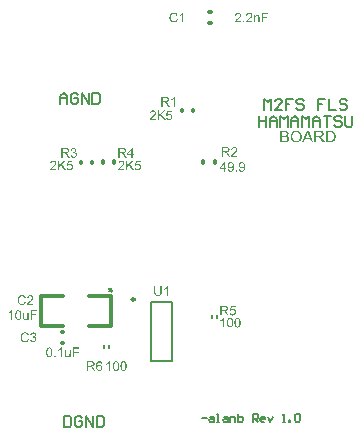
<source format=gto>
%FSLAX25Y25*%
%MOIN*%
G70*
G01*
G75*
G04 Layer_Color=65535*
%ADD10O,0.08661X0.02362*%
%ADD11R,0.05000X0.06000*%
%ADD12C,0.01500*%
%ADD13C,0.01000*%
%ADD14C,0.02500*%
%ADD15O,0.06300X0.07874*%
%ADD16R,0.06300X0.07874*%
%ADD17C,0.03937*%
G04:AMPARAMS|DCode=18|XSize=78.74mil|YSize=78.74mil|CornerRadius=19.69mil|HoleSize=0mil|Usage=FLASHONLY|Rotation=180.000|XOffset=0mil|YOffset=0mil|HoleType=Round|Shape=RoundedRectangle|*
%AMROUNDEDRECTD18*
21,1,0.07874,0.03937,0,0,180.0*
21,1,0.03937,0.07874,0,0,180.0*
1,1,0.03937,-0.01969,0.01969*
1,1,0.03937,0.01969,0.01969*
1,1,0.03937,0.01969,-0.01969*
1,1,0.03937,-0.01969,-0.01969*
%
%ADD18ROUNDEDRECTD18*%
%ADD19R,0.03937X0.03937*%
%ADD20C,0.05200*%
%ADD21R,0.05200X0.05200*%
%ADD22R,0.02000X0.02500*%
%ADD23R,0.06000X0.06000*%
%ADD24R,0.06000X0.05000*%
%ADD25R,0.15000X0.08500*%
%ADD26C,0.09700*%
%ADD27C,0.05000*%
%ADD28C,0.02000*%
%ADD29C,0.04000*%
%ADD30C,0.09100*%
G04:AMPARAMS|DCode=31|XSize=111mil|YSize=111mil|CornerRadius=0mil|HoleSize=0mil|Usage=FLASHONLY|Rotation=0.000|XOffset=0mil|YOffset=0mil|HoleType=Round|Shape=Relief|Width=10mil|Gap=10mil|Entries=4|*
%AMTHD31*
7,0,0,0.11100,0.09100,0.01000,45*
%
%ADD31THD31*%
%ADD32C,0.06913*%
%ADD33C,0.09315*%
%ADD34C,0.07800*%
%ADD35C,0.04800*%
G04:AMPARAMS|DCode=36|XSize=68mil|YSize=68mil|CornerRadius=0mil|HoleSize=0mil|Usage=FLASHONLY|Rotation=0.000|XOffset=0mil|YOffset=0mil|HoleType=Round|Shape=Relief|Width=10mil|Gap=10mil|Entries=4|*
%AMTHD36*
7,0,0,0.06800,0.04800,0.01000,45*
%
%ADD36THD36*%
%ADD37C,0.12500*%
G04:AMPARAMS|DCode=38|XSize=88mil|YSize=88mil|CornerRadius=0mil|HoleSize=0mil|Usage=FLASHONLY|Rotation=0.000|XOffset=0mil|YOffset=0mil|HoleType=Round|Shape=Relief|Width=10mil|Gap=10mil|Entries=4|*
%AMTHD38*
7,0,0,0.08800,0.06800,0.01000,45*
%
%ADD38THD38*%
%ADD39C,0.06800*%
%ADD40C,0.03000*%
%ADD41C,0.00600*%
G04:AMPARAMS|DCode=42|XSize=98mil|YSize=98mil|CornerRadius=0mil|HoleSize=0mil|Usage=FLASHONLY|Rotation=0.000|XOffset=0mil|YOffset=0mil|HoleType=Round|Shape=Relief|Width=10mil|Gap=10mil|Entries=4|*
%AMTHD42*
7,0,0,0.09800,0.07800,0.01000,45*
%
%ADD42THD42*%
%ADD43R,0.06102X0.01575*%
%ADD44C,0.01200*%
%ADD45C,0.00984*%
%ADD46C,0.00984*%
%ADD47C,0.00787*%
G36*
X85982Y91423D02*
X86412D01*
Y91064D01*
X85982D01*
Y90300D01*
X85588D01*
Y91064D01*
X84200D01*
Y91423D01*
X85660Y93498D01*
X85982D01*
Y91423D01*
D02*
G37*
G36*
X89062Y98507D02*
X89096D01*
X89134Y98504D01*
X89178Y98498D01*
X89227Y98489D01*
X89284Y98479D01*
X89340Y98464D01*
X89399Y98448D01*
X89461Y98426D01*
X89521Y98401D01*
X89583Y98373D01*
X89639Y98339D01*
X89695Y98298D01*
X89749Y98255D01*
X89752Y98251D01*
X89761Y98242D01*
X89773Y98230D01*
X89789Y98208D01*
X89811Y98183D01*
X89833Y98155D01*
X89858Y98120D01*
X89883Y98080D01*
X89908Y98036D01*
X89933Y97986D01*
X89954Y97936D01*
X89976Y97880D01*
X89992Y97821D01*
X90004Y97755D01*
X90014Y97690D01*
X90017Y97621D01*
Y97618D01*
Y97612D01*
Y97603D01*
Y97590D01*
X90014Y97571D01*
Y97553D01*
X90007Y97503D01*
X89998Y97447D01*
X89982Y97381D01*
X89964Y97312D01*
X89936Y97244D01*
Y97241D01*
X89933Y97234D01*
X89926Y97225D01*
X89920Y97213D01*
X89911Y97194D01*
X89901Y97175D01*
X89873Y97125D01*
X89839Y97069D01*
X89792Y97000D01*
X89739Y96929D01*
X89674Y96854D01*
X89670Y96851D01*
X89664Y96844D01*
X89655Y96832D01*
X89639Y96816D01*
X89617Y96794D01*
X89596Y96769D01*
X89564Y96741D01*
X89530Y96707D01*
X89493Y96670D01*
X89446Y96626D01*
X89399Y96579D01*
X89343Y96529D01*
X89284Y96476D01*
X89218Y96417D01*
X89146Y96358D01*
X89071Y96292D01*
X89068Y96289D01*
X89056Y96280D01*
X89037Y96264D01*
X89015Y96245D01*
X88987Y96220D01*
X88956Y96192D01*
X88881Y96130D01*
X88806Y96064D01*
X88731Y95999D01*
X88697Y95968D01*
X88666Y95937D01*
X88638Y95912D01*
X88616Y95890D01*
X88613Y95887D01*
X88600Y95871D01*
X88582Y95849D01*
X88557Y95824D01*
X88532Y95790D01*
X88504Y95755D01*
X88476Y95718D01*
X88451Y95678D01*
X90020D01*
Y95300D01*
X87908D01*
Y95303D01*
Y95306D01*
Y95325D01*
Y95350D01*
X87911Y95387D01*
X87917Y95428D01*
X87923Y95475D01*
X87936Y95521D01*
X87951Y95571D01*
Y95575D01*
X87954Y95581D01*
X87961Y95593D01*
X87967Y95609D01*
X87976Y95628D01*
X87986Y95649D01*
X88014Y95706D01*
X88051Y95771D01*
X88095Y95843D01*
X88148Y95918D01*
X88210Y95996D01*
X88213Y95999D01*
X88220Y96005D01*
X88229Y96018D01*
X88245Y96033D01*
X88263Y96052D01*
X88285Y96077D01*
X88310Y96105D01*
X88341Y96136D01*
X88376Y96167D01*
X88413Y96205D01*
X88457Y96245D01*
X88500Y96289D01*
X88550Y96333D01*
X88603Y96380D01*
X88663Y96429D01*
X88722Y96479D01*
X88728Y96486D01*
X88744Y96498D01*
X88772Y96520D01*
X88806Y96551D01*
X88850Y96585D01*
X88897Y96629D01*
X88950Y96676D01*
X89006Y96726D01*
X89125Y96835D01*
X89240Y96947D01*
X89293Y97004D01*
X89343Y97060D01*
X89390Y97110D01*
X89427Y97159D01*
X89430Y97163D01*
X89437Y97172D01*
X89446Y97184D01*
X89455Y97203D01*
X89471Y97225D01*
X89486Y97250D01*
X89502Y97281D01*
X89521Y97312D01*
X89555Y97384D01*
X89586Y97462D01*
X89596Y97506D01*
X89605Y97546D01*
X89611Y97590D01*
X89614Y97631D01*
Y97634D01*
Y97640D01*
Y97653D01*
X89611Y97671D01*
X89608Y97690D01*
X89605Y97712D01*
X89592Y97768D01*
X89574Y97830D01*
X89543Y97896D01*
X89524Y97927D01*
X89502Y97961D01*
X89477Y97993D01*
X89446Y98024D01*
X89443Y98027D01*
X89440Y98030D01*
X89427Y98039D01*
X89415Y98049D01*
X89399Y98061D01*
X89377Y98074D01*
X89355Y98089D01*
X89327Y98105D01*
X89299Y98120D01*
X89265Y98136D01*
X89190Y98161D01*
X89106Y98180D01*
X89059Y98183D01*
X89009Y98186D01*
X88981D01*
X88962Y98183D01*
X88937Y98180D01*
X88909Y98177D01*
X88878Y98170D01*
X88847Y98164D01*
X88772Y98145D01*
X88697Y98114D01*
X88660Y98096D01*
X88622Y98071D01*
X88588Y98046D01*
X88554Y98014D01*
X88550Y98011D01*
X88547Y98008D01*
X88538Y97996D01*
X88529Y97983D01*
X88516Y97968D01*
X88500Y97946D01*
X88485Y97921D01*
X88469Y97893D01*
X88454Y97861D01*
X88438Y97827D01*
X88426Y97787D01*
X88410Y97746D01*
X88401Y97702D01*
X88391Y97653D01*
X88388Y97603D01*
X88385Y97546D01*
X87983Y97587D01*
Y97593D01*
X87986Y97606D01*
X87989Y97631D01*
X87992Y97662D01*
X88001Y97699D01*
X88011Y97743D01*
X88023Y97790D01*
X88036Y97843D01*
X88054Y97896D01*
X88076Y97952D01*
X88101Y98008D01*
X88129Y98067D01*
X88164Y98124D01*
X88201Y98177D01*
X88245Y98227D01*
X88291Y98273D01*
X88295Y98277D01*
X88304Y98283D01*
X88319Y98295D01*
X88341Y98311D01*
X88369Y98330D01*
X88401Y98348D01*
X88441Y98370D01*
X88485Y98392D01*
X88535Y98414D01*
X88588Y98436D01*
X88647Y98454D01*
X88713Y98473D01*
X88781Y98489D01*
X88856Y98501D01*
X88934Y98507D01*
X89018Y98510D01*
X89040D01*
X89062Y98507D01*
D02*
G37*
G36*
X87869Y93507D02*
X87897Y93504D01*
X87928Y93501D01*
X87966Y93498D01*
X88003Y93489D01*
X88094Y93470D01*
X88187Y93439D01*
X88237Y93420D01*
X88287Y93398D01*
X88337Y93373D01*
X88387Y93342D01*
X88390Y93339D01*
X88399Y93336D01*
X88412Y93323D01*
X88431Y93311D01*
X88453Y93292D01*
X88477Y93273D01*
X88503Y93248D01*
X88534Y93220D01*
X88565Y93186D01*
X88596Y93152D01*
X88630Y93111D01*
X88662Y93067D01*
X88693Y93021D01*
X88724Y92971D01*
X88755Y92918D01*
X88780Y92861D01*
X88783Y92858D01*
X88786Y92846D01*
X88793Y92830D01*
X88802Y92805D01*
X88811Y92771D01*
X88824Y92734D01*
X88836Y92687D01*
X88849Y92634D01*
X88861Y92575D01*
X88871Y92506D01*
X88883Y92434D01*
X88893Y92353D01*
X88902Y92266D01*
X88908Y92172D01*
X88914Y92069D01*
Y91963D01*
Y91960D01*
Y91957D01*
Y91947D01*
Y91935D01*
Y91904D01*
X88911Y91863D01*
Y91810D01*
X88908Y91751D01*
X88902Y91685D01*
X88899Y91610D01*
X88889Y91536D01*
X88883Y91454D01*
X88858Y91292D01*
X88843Y91211D01*
X88824Y91133D01*
X88805Y91058D01*
X88780Y90986D01*
Y90983D01*
X88774Y90971D01*
X88768Y90952D01*
X88755Y90927D01*
X88740Y90896D01*
X88724Y90862D01*
X88705Y90824D01*
X88680Y90781D01*
X88624Y90693D01*
X88556Y90600D01*
X88477Y90512D01*
X88431Y90472D01*
X88384Y90434D01*
X88381Y90431D01*
X88371Y90425D01*
X88359Y90415D01*
X88337Y90406D01*
X88312Y90390D01*
X88281Y90375D01*
X88247Y90359D01*
X88209Y90341D01*
X88165Y90322D01*
X88119Y90306D01*
X88069Y90291D01*
X88013Y90275D01*
X87957Y90266D01*
X87897Y90256D01*
X87835Y90250D01*
X87769Y90247D01*
X87732D01*
X87707Y90250D01*
X87676Y90253D01*
X87638Y90259D01*
X87595Y90266D01*
X87551Y90272D01*
X87454Y90297D01*
X87401Y90312D01*
X87351Y90334D01*
X87298Y90356D01*
X87248Y90384D01*
X87201Y90415D01*
X87155Y90453D01*
X87151Y90456D01*
X87145Y90462D01*
X87133Y90475D01*
X87117Y90490D01*
X87098Y90512D01*
X87077Y90540D01*
X87055Y90568D01*
X87030Y90606D01*
X87005Y90643D01*
X86980Y90690D01*
X86958Y90737D01*
X86936Y90790D01*
X86914Y90846D01*
X86896Y90908D01*
X86883Y90974D01*
X86871Y91043D01*
X87248Y91077D01*
Y91074D01*
X87251Y91064D01*
X87255Y91052D01*
X87258Y91033D01*
X87264Y91011D01*
X87270Y90986D01*
X87289Y90927D01*
X87314Y90865D01*
X87345Y90799D01*
X87382Y90740D01*
X87404Y90712D01*
X87429Y90687D01*
X87432D01*
X87435Y90681D01*
X87454Y90668D01*
X87482Y90649D01*
X87523Y90628D01*
X87573Y90606D01*
X87632Y90587D01*
X87701Y90575D01*
X87775Y90568D01*
X87807D01*
X87841Y90571D01*
X87885Y90578D01*
X87932Y90587D01*
X87988Y90603D01*
X88041Y90621D01*
X88094Y90649D01*
X88097D01*
X88100Y90653D01*
X88116Y90665D01*
X88141Y90684D01*
X88172Y90709D01*
X88209Y90740D01*
X88247Y90777D01*
X88281Y90821D01*
X88315Y90871D01*
Y90874D01*
X88318Y90877D01*
X88325Y90887D01*
X88331Y90896D01*
X88346Y90927D01*
X88365Y90971D01*
X88390Y91024D01*
X88415Y91089D01*
X88440Y91161D01*
X88462Y91245D01*
Y91249D01*
X88465Y91255D01*
X88468Y91270D01*
X88471Y91286D01*
X88474Y91308D01*
X88481Y91333D01*
X88487Y91361D01*
X88493Y91395D01*
X88503Y91467D01*
X88512Y91548D01*
X88518Y91635D01*
X88521Y91726D01*
Y91732D01*
Y91748D01*
Y91769D01*
Y91801D01*
X88515Y91795D01*
X88509Y91785D01*
X88499Y91773D01*
X88474Y91738D01*
X88437Y91695D01*
X88390Y91648D01*
X88334Y91598D01*
X88269Y91548D01*
X88197Y91501D01*
X88194D01*
X88187Y91495D01*
X88178Y91492D01*
X88162Y91483D01*
X88144Y91473D01*
X88119Y91464D01*
X88094Y91454D01*
X88066Y91445D01*
X88000Y91423D01*
X87925Y91404D01*
X87844Y91392D01*
X87757Y91386D01*
X87738D01*
X87719Y91389D01*
X87691D01*
X87657Y91395D01*
X87616Y91401D01*
X87573Y91411D01*
X87526Y91423D01*
X87473Y91436D01*
X87420Y91454D01*
X87364Y91479D01*
X87308Y91507D01*
X87251Y91539D01*
X87195Y91579D01*
X87139Y91623D01*
X87086Y91673D01*
X87083Y91676D01*
X87073Y91685D01*
X87061Y91704D01*
X87042Y91726D01*
X87024Y91754D01*
X86999Y91788D01*
X86974Y91829D01*
X86949Y91876D01*
X86924Y91926D01*
X86899Y91985D01*
X86874Y92047D01*
X86855Y92113D01*
X86836Y92188D01*
X86824Y92263D01*
X86815Y92344D01*
X86811Y92431D01*
Y92437D01*
Y92453D01*
X86815Y92478D01*
Y92512D01*
X86821Y92553D01*
X86827Y92599D01*
X86836Y92652D01*
X86846Y92712D01*
X86861Y92771D01*
X86880Y92837D01*
X86905Y92902D01*
X86930Y92968D01*
X86964Y93033D01*
X87002Y93095D01*
X87045Y93158D01*
X87095Y93214D01*
X87098Y93217D01*
X87108Y93227D01*
X87123Y93242D01*
X87148Y93261D01*
X87177Y93283D01*
X87208Y93308D01*
X87248Y93336D01*
X87292Y93364D01*
X87342Y93389D01*
X87398Y93417D01*
X87457Y93442D01*
X87520Y93464D01*
X87588Y93482D01*
X87660Y93498D01*
X87738Y93507D01*
X87816Y93511D01*
X87847D01*
X87869Y93507D01*
D02*
G37*
G36*
X89963Y90300D02*
X89517D01*
Y90746D01*
X89963D01*
Y90300D01*
D02*
G37*
G36*
X68288Y110283D02*
X67006D01*
X66834Y109419D01*
X66837Y109422D01*
X66847Y109428D01*
X66862Y109438D01*
X66884Y109450D01*
X66909Y109466D01*
X66943Y109484D01*
X66978Y109500D01*
X67018Y109522D01*
X67062Y109540D01*
X67109Y109556D01*
X67212Y109590D01*
X67265Y109603D01*
X67321Y109612D01*
X67380Y109618D01*
X67439Y109622D01*
X67458D01*
X67480Y109618D01*
X67511D01*
X67545Y109612D01*
X67589Y109606D01*
X67636Y109597D01*
X67686Y109584D01*
X67739Y109569D01*
X67798Y109550D01*
X67857Y109528D01*
X67917Y109500D01*
X67976Y109466D01*
X68035Y109428D01*
X68091Y109381D01*
X68148Y109331D01*
X68151Y109328D01*
X68160Y109319D01*
X68176Y109300D01*
X68194Y109278D01*
X68216Y109250D01*
X68238Y109216D01*
X68266Y109175D01*
X68294Y109129D01*
X68319Y109079D01*
X68347Y109023D01*
X68369Y108960D01*
X68394Y108895D01*
X68410Y108823D01*
X68425Y108748D01*
X68435Y108667D01*
X68438Y108583D01*
Y108576D01*
Y108564D01*
X68435Y108542D01*
Y108511D01*
X68432Y108473D01*
X68425Y108430D01*
X68416Y108380D01*
X68406Y108327D01*
X68391Y108271D01*
X68375Y108208D01*
X68353Y108146D01*
X68328Y108083D01*
X68300Y108021D01*
X68266Y107956D01*
X68226Y107893D01*
X68182Y107834D01*
X68179Y107831D01*
X68166Y107818D01*
X68151Y107799D01*
X68126Y107775D01*
X68094Y107743D01*
X68057Y107712D01*
X68013Y107678D01*
X67963Y107640D01*
X67904Y107603D01*
X67842Y107569D01*
X67773Y107537D01*
X67698Y107506D01*
X67617Y107481D01*
X67533Y107463D01*
X67439Y107450D01*
X67343Y107447D01*
X67324D01*
X67302Y107450D01*
X67271D01*
X67233Y107453D01*
X67190Y107459D01*
X67143Y107469D01*
X67090Y107478D01*
X67034Y107491D01*
X66978Y107506D01*
X66918Y107525D01*
X66856Y107550D01*
X66797Y107578D01*
X66737Y107609D01*
X66681Y107647D01*
X66628Y107690D01*
X66625Y107693D01*
X66616Y107703D01*
X66603Y107715D01*
X66584Y107734D01*
X66563Y107759D01*
X66541Y107790D01*
X66513Y107825D01*
X66488Y107862D01*
X66460Y107906D01*
X66432Y107956D01*
X66407Y108009D01*
X66382Y108068D01*
X66360Y108130D01*
X66341Y108196D01*
X66325Y108264D01*
X66316Y108339D01*
X66728Y108374D01*
Y108370D01*
X66731Y108361D01*
X66734Y108345D01*
X66737Y108324D01*
X66744Y108299D01*
X66750Y108271D01*
X66772Y108202D01*
X66800Y108130D01*
X66834Y108055D01*
X66881Y107981D01*
X66909Y107949D01*
X66937Y107918D01*
X66940Y107915D01*
X66946Y107912D01*
X66956Y107906D01*
X66968Y107896D01*
X66984Y107884D01*
X67002Y107871D01*
X67052Y107843D01*
X67112Y107815D01*
X67180Y107793D01*
X67258Y107775D01*
X67299Y107771D01*
X67343Y107768D01*
X67371D01*
X67389Y107771D01*
X67414Y107775D01*
X67442Y107781D01*
X67474Y107787D01*
X67508Y107796D01*
X67586Y107821D01*
X67623Y107837D01*
X67664Y107859D01*
X67704Y107884D01*
X67745Y107912D01*
X67786Y107943D01*
X67823Y107981D01*
X67826Y107984D01*
X67832Y107990D01*
X67842Y108002D01*
X67854Y108021D01*
X67870Y108040D01*
X67886Y108068D01*
X67904Y108099D01*
X67923Y108133D01*
X67939Y108171D01*
X67957Y108214D01*
X67973Y108261D01*
X67988Y108311D01*
X68001Y108364D01*
X68010Y108423D01*
X68016Y108483D01*
X68020Y108548D01*
Y108551D01*
Y108564D01*
Y108580D01*
X68016Y108605D01*
X68013Y108633D01*
X68010Y108664D01*
X68004Y108701D01*
X67995Y108742D01*
X67973Y108826D01*
X67957Y108870D01*
X67939Y108913D01*
X67917Y108957D01*
X67892Y109001D01*
X67864Y109041D01*
X67829Y109079D01*
X67826Y109082D01*
X67820Y109088D01*
X67811Y109097D01*
X67795Y109110D01*
X67776Y109125D01*
X67754Y109141D01*
X67726Y109160D01*
X67698Y109179D01*
X67664Y109194D01*
X67627Y109213D01*
X67586Y109229D01*
X67542Y109244D01*
X67492Y109257D01*
X67442Y109266D01*
X67389Y109272D01*
X67333Y109275D01*
X67302D01*
X67283Y109272D01*
X67265D01*
X67218Y109266D01*
X67165Y109253D01*
X67109Y109238D01*
X67049Y109216D01*
X66990Y109188D01*
X66987D01*
X66984Y109185D01*
X66965Y109172D01*
X66937Y109154D01*
X66906Y109129D01*
X66865Y109094D01*
X66828Y109057D01*
X66787Y109013D01*
X66753Y108966D01*
X66385Y109013D01*
X66694Y110657D01*
X68288D01*
Y110283D01*
D02*
G37*
G36*
X61958Y110707D02*
X61992D01*
X62029Y110704D01*
X62073Y110698D01*
X62123Y110689D01*
X62179Y110679D01*
X62235Y110664D01*
X62294Y110648D01*
X62357Y110626D01*
X62416Y110601D01*
X62479Y110573D01*
X62535Y110539D01*
X62591Y110498D01*
X62644Y110455D01*
X62647Y110451D01*
X62656Y110442D01*
X62669Y110430D01*
X62684Y110408D01*
X62706Y110383D01*
X62728Y110355D01*
X62753Y110320D01*
X62778Y110280D01*
X62803Y110236D01*
X62828Y110186D01*
X62850Y110136D01*
X62872Y110080D01*
X62887Y110021D01*
X62900Y109955D01*
X62909Y109890D01*
X62912Y109821D01*
Y109818D01*
Y109812D01*
Y109803D01*
Y109790D01*
X62909Y109771D01*
Y109753D01*
X62903Y109703D01*
X62893Y109647D01*
X62878Y109581D01*
X62859Y109512D01*
X62831Y109444D01*
Y109441D01*
X62828Y109434D01*
X62822Y109425D01*
X62815Y109413D01*
X62806Y109394D01*
X62797Y109375D01*
X62769Y109325D01*
X62734Y109269D01*
X62688Y109200D01*
X62634Y109129D01*
X62569Y109054D01*
X62566Y109051D01*
X62560Y109044D01*
X62550Y109032D01*
X62535Y109016D01*
X62513Y108994D01*
X62491Y108969D01*
X62460Y108941D01*
X62426Y108907D01*
X62388Y108870D01*
X62341Y108826D01*
X62294Y108779D01*
X62238Y108729D01*
X62179Y108676D01*
X62113Y108617D01*
X62042Y108558D01*
X61967Y108492D01*
X61964Y108489D01*
X61951Y108480D01*
X61932Y108464D01*
X61911Y108445D01*
X61883Y108420D01*
X61851Y108392D01*
X61777Y108330D01*
X61702Y108264D01*
X61627Y108199D01*
X61592Y108168D01*
X61561Y108136D01*
X61533Y108112D01*
X61511Y108090D01*
X61508Y108087D01*
X61496Y108071D01*
X61477Y108049D01*
X61452Y108024D01*
X61427Y107990D01*
X61399Y107956D01*
X61371Y107918D01*
X61346Y107878D01*
X62915D01*
Y107500D01*
X60803D01*
Y107503D01*
Y107506D01*
Y107525D01*
Y107550D01*
X60806Y107587D01*
X60812Y107628D01*
X60819Y107675D01*
X60831Y107721D01*
X60847Y107771D01*
Y107775D01*
X60850Y107781D01*
X60856Y107793D01*
X60862Y107809D01*
X60872Y107828D01*
X60881Y107849D01*
X60909Y107906D01*
X60947Y107971D01*
X60990Y108043D01*
X61043Y108118D01*
X61106Y108196D01*
X61109Y108199D01*
X61115Y108205D01*
X61124Y108218D01*
X61140Y108233D01*
X61159Y108252D01*
X61181Y108277D01*
X61206Y108305D01*
X61237Y108336D01*
X61271Y108367D01*
X61308Y108405D01*
X61352Y108445D01*
X61396Y108489D01*
X61446Y108533D01*
X61499Y108580D01*
X61558Y108629D01*
X61617Y108679D01*
X61624Y108686D01*
X61639Y108698D01*
X61667Y108720D01*
X61702Y108751D01*
X61745Y108785D01*
X61792Y108829D01*
X61845Y108876D01*
X61901Y108926D01*
X62020Y109035D01*
X62135Y109147D01*
X62188Y109204D01*
X62238Y109260D01*
X62285Y109310D01*
X62322Y109360D01*
X62326Y109363D01*
X62332Y109372D01*
X62341Y109385D01*
X62351Y109403D01*
X62366Y109425D01*
X62382Y109450D01*
X62397Y109481D01*
X62416Y109512D01*
X62450Y109584D01*
X62482Y109662D01*
X62491Y109706D01*
X62500Y109746D01*
X62507Y109790D01*
X62510Y109831D01*
Y109834D01*
Y109840D01*
Y109853D01*
X62507Y109871D01*
X62503Y109890D01*
X62500Y109912D01*
X62488Y109968D01*
X62469Y110030D01*
X62438Y110096D01*
X62419Y110127D01*
X62397Y110161D01*
X62372Y110193D01*
X62341Y110224D01*
X62338Y110227D01*
X62335Y110230D01*
X62322Y110239D01*
X62310Y110249D01*
X62294Y110261D01*
X62273Y110274D01*
X62251Y110289D01*
X62223Y110305D01*
X62195Y110320D01*
X62160Y110336D01*
X62085Y110361D01*
X62001Y110380D01*
X61954Y110383D01*
X61904Y110386D01*
X61876D01*
X61858Y110383D01*
X61833Y110380D01*
X61805Y110377D01*
X61773Y110370D01*
X61742Y110364D01*
X61667Y110345D01*
X61592Y110314D01*
X61555Y110295D01*
X61518Y110271D01*
X61483Y110246D01*
X61449Y110214D01*
X61446Y110211D01*
X61443Y110208D01*
X61433Y110196D01*
X61424Y110183D01*
X61411Y110168D01*
X61396Y110146D01*
X61380Y110121D01*
X61365Y110093D01*
X61349Y110062D01*
X61334Y110027D01*
X61321Y109987D01*
X61305Y109946D01*
X61296Y109902D01*
X61287Y109853D01*
X61284Y109803D01*
X61280Y109746D01*
X60878Y109787D01*
Y109793D01*
X60881Y109806D01*
X60884Y109831D01*
X60887Y109862D01*
X60897Y109899D01*
X60906Y109943D01*
X60918Y109990D01*
X60931Y110043D01*
X60950Y110096D01*
X60972Y110152D01*
X60997Y110208D01*
X61025Y110267D01*
X61059Y110324D01*
X61096Y110377D01*
X61140Y110427D01*
X61187Y110473D01*
X61190Y110477D01*
X61199Y110483D01*
X61215Y110495D01*
X61237Y110511D01*
X61265Y110529D01*
X61296Y110548D01*
X61337Y110570D01*
X61380Y110592D01*
X61430Y110614D01*
X61483Y110636D01*
X61542Y110654D01*
X61608Y110673D01*
X61677Y110689D01*
X61752Y110701D01*
X61830Y110707D01*
X61914Y110711D01*
X61936D01*
X61958Y110707D01*
D02*
G37*
G36*
X86423Y98495D02*
X86463D01*
X86510Y98492D01*
X86557Y98489D01*
X86663Y98476D01*
X86772Y98461D01*
X86875Y98439D01*
X86922Y98426D01*
X86965Y98411D01*
X86969D01*
X86975Y98408D01*
X86987Y98401D01*
X87003Y98395D01*
X87022Y98383D01*
X87043Y98370D01*
X87093Y98339D01*
X87150Y98298D01*
X87209Y98245D01*
X87268Y98180D01*
X87321Y98105D01*
X87324Y98102D01*
X87327Y98096D01*
X87334Y98083D01*
X87343Y98067D01*
X87352Y98046D01*
X87365Y98021D01*
X87377Y97996D01*
X87390Y97965D01*
X87412Y97893D01*
X87433Y97812D01*
X87449Y97721D01*
X87455Y97674D01*
Y97624D01*
Y97621D01*
Y97609D01*
Y97590D01*
X87452Y97568D01*
X87449Y97537D01*
X87443Y97506D01*
X87437Y97465D01*
X87427Y97425D01*
X87415Y97381D01*
X87402Y97334D01*
X87384Y97287D01*
X87362Y97237D01*
X87337Y97191D01*
X87305Y97141D01*
X87274Y97094D01*
X87234Y97050D01*
X87231Y97047D01*
X87224Y97041D01*
X87212Y97028D01*
X87193Y97013D01*
X87168Y96994D01*
X87140Y96972D01*
X87106Y96951D01*
X87065Y96925D01*
X87022Y96901D01*
X86972Y96876D01*
X86915Y96851D01*
X86853Y96826D01*
X86788Y96804D01*
X86716Y96785D01*
X86638Y96766D01*
X86554Y96754D01*
X86557D01*
X86560Y96751D01*
X86569Y96745D01*
X86582Y96741D01*
X86613Y96723D01*
X86650Y96704D01*
X86691Y96679D01*
X86731Y96654D01*
X86772Y96623D01*
X86809Y96595D01*
X86813Y96592D01*
X86819Y96589D01*
X86828Y96576D01*
X86841Y96564D01*
X86856Y96548D01*
X86875Y96526D01*
X86897Y96504D01*
X86922Y96476D01*
X86975Y96414D01*
X87034Y96342D01*
X87097Y96258D01*
X87159Y96167D01*
X87711Y95300D01*
X87184D01*
X86760Y95965D01*
X86756Y95968D01*
X86750Y95977D01*
X86741Y95993D01*
X86728Y96011D01*
X86713Y96036D01*
X86694Y96064D01*
X86653Y96127D01*
X86603Y96199D01*
X86554Y96270D01*
X86501Y96342D01*
X86479Y96373D01*
X86454Y96404D01*
Y96408D01*
X86448Y96411D01*
X86435Y96429D01*
X86410Y96457D01*
X86382Y96489D01*
X86348Y96523D01*
X86313Y96557D01*
X86276Y96592D01*
X86238Y96617D01*
X86235Y96620D01*
X86223Y96626D01*
X86204Y96639D01*
X86179Y96651D01*
X86151Y96667D01*
X86120Y96679D01*
X86086Y96695D01*
X86048Y96704D01*
X86045D01*
X86036Y96707D01*
X86017Y96710D01*
X85992Y96713D01*
X85961D01*
X85920Y96716D01*
X85870Y96720D01*
X85324D01*
Y95300D01*
X84900D01*
Y98498D01*
X86388D01*
X86423Y98495D01*
D02*
G37*
G36*
X64722Y109400D02*
X66123Y107500D01*
X65564D01*
X64425Y109113D01*
X63904Y108608D01*
Y107500D01*
X63480D01*
Y110698D01*
X63904D01*
Y109113D01*
X65489Y110698D01*
X66063D01*
X64722Y109400D01*
D02*
G37*
G36*
X94083Y143307D02*
X94117D01*
X94155Y143304D01*
X94198Y143298D01*
X94248Y143289D01*
X94304Y143279D01*
X94361Y143264D01*
X94420Y143248D01*
X94482Y143226D01*
X94541Y143201D01*
X94604Y143173D01*
X94660Y143139D01*
X94716Y143098D01*
X94769Y143055D01*
X94772Y143052D01*
X94782Y143042D01*
X94794Y143030D01*
X94810Y143008D01*
X94832Y142983D01*
X94853Y142955D01*
X94878Y142920D01*
X94903Y142880D01*
X94928Y142836D01*
X94953Y142786D01*
X94975Y142736D01*
X94997Y142680D01*
X95013Y142621D01*
X95025Y142555D01*
X95034Y142490D01*
X95038Y142421D01*
Y142418D01*
Y142412D01*
Y142403D01*
Y142390D01*
X95034Y142371D01*
Y142353D01*
X95028Y142303D01*
X95019Y142247D01*
X95003Y142181D01*
X94985Y142112D01*
X94956Y142044D01*
Y142041D01*
X94953Y142034D01*
X94947Y142025D01*
X94941Y142013D01*
X94931Y141994D01*
X94922Y141975D01*
X94894Y141925D01*
X94860Y141869D01*
X94813Y141800D01*
X94760Y141729D01*
X94694Y141654D01*
X94691Y141651D01*
X94685Y141644D01*
X94676Y141632D01*
X94660Y141616D01*
X94638Y141595D01*
X94616Y141569D01*
X94585Y141541D01*
X94551Y141507D01*
X94513Y141470D01*
X94467Y141426D01*
X94420Y141379D01*
X94364Y141329D01*
X94304Y141276D01*
X94239Y141217D01*
X94167Y141158D01*
X94092Y141092D01*
X94089Y141089D01*
X94077Y141080D01*
X94058Y141064D01*
X94036Y141045D01*
X94008Y141020D01*
X93977Y140992D01*
X93902Y140930D01*
X93827Y140864D01*
X93752Y140799D01*
X93718Y140768D01*
X93687Y140736D01*
X93659Y140711D01*
X93637Y140690D01*
X93634Y140687D01*
X93621Y140671D01*
X93602Y140649D01*
X93577Y140624D01*
X93552Y140590D01*
X93524Y140556D01*
X93496Y140518D01*
X93471Y140478D01*
X95041D01*
Y140100D01*
X92928D01*
Y140103D01*
Y140106D01*
Y140125D01*
Y140150D01*
X92931Y140187D01*
X92938Y140228D01*
X92944Y140275D01*
X92957Y140322D01*
X92972Y140371D01*
Y140375D01*
X92975Y140381D01*
X92981Y140393D01*
X92988Y140409D01*
X92997Y140428D01*
X93006Y140449D01*
X93034Y140506D01*
X93072Y140571D01*
X93116Y140643D01*
X93169Y140718D01*
X93231Y140796D01*
X93234Y140799D01*
X93240Y140805D01*
X93250Y140818D01*
X93265Y140833D01*
X93284Y140852D01*
X93306Y140877D01*
X93331Y140905D01*
X93362Y140936D01*
X93396Y140967D01*
X93434Y141005D01*
X93477Y141045D01*
X93521Y141089D01*
X93571Y141133D01*
X93624Y141180D01*
X93683Y141229D01*
X93743Y141279D01*
X93749Y141286D01*
X93765Y141298D01*
X93793Y141320D01*
X93827Y141351D01*
X93871Y141385D01*
X93917Y141429D01*
X93971Y141476D01*
X94027Y141526D01*
X94145Y141635D01*
X94261Y141747D01*
X94314Y141804D01*
X94364Y141860D01*
X94410Y141910D01*
X94448Y141960D01*
X94451Y141963D01*
X94457Y141972D01*
X94467Y141984D01*
X94476Y142003D01*
X94491Y142025D01*
X94507Y142050D01*
X94523Y142081D01*
X94541Y142112D01*
X94576Y142184D01*
X94607Y142262D01*
X94616Y142306D01*
X94626Y142346D01*
X94632Y142390D01*
X94635Y142431D01*
Y142434D01*
Y142440D01*
Y142453D01*
X94632Y142471D01*
X94629Y142490D01*
X94626Y142512D01*
X94613Y142568D01*
X94595Y142630D01*
X94563Y142696D01*
X94545Y142727D01*
X94523Y142761D01*
X94498Y142793D01*
X94467Y142824D01*
X94463Y142827D01*
X94460Y142830D01*
X94448Y142839D01*
X94435Y142849D01*
X94420Y142861D01*
X94398Y142874D01*
X94376Y142889D01*
X94348Y142905D01*
X94320Y142920D01*
X94286Y142936D01*
X94211Y142961D01*
X94126Y142980D01*
X94080Y142983D01*
X94030Y142986D01*
X94002D01*
X93983Y142983D01*
X93958Y142980D01*
X93930Y142977D01*
X93899Y142970D01*
X93867Y142964D01*
X93793Y142945D01*
X93718Y142914D01*
X93680Y142895D01*
X93643Y142871D01*
X93609Y142846D01*
X93574Y142814D01*
X93571Y142811D01*
X93568Y142808D01*
X93559Y142796D01*
X93549Y142783D01*
X93537Y142768D01*
X93521Y142746D01*
X93506Y142721D01*
X93490Y142693D01*
X93474Y142661D01*
X93459Y142627D01*
X93446Y142587D01*
X93431Y142546D01*
X93421Y142502D01*
X93412Y142453D01*
X93409Y142403D01*
X93406Y142346D01*
X93003Y142387D01*
Y142393D01*
X93006Y142406D01*
X93010Y142431D01*
X93013Y142462D01*
X93022Y142499D01*
X93031Y142543D01*
X93044Y142590D01*
X93056Y142643D01*
X93075Y142696D01*
X93097Y142752D01*
X93122Y142808D01*
X93150Y142867D01*
X93184Y142924D01*
X93222Y142977D01*
X93265Y143027D01*
X93312Y143073D01*
X93315Y143077D01*
X93325Y143083D01*
X93340Y143095D01*
X93362Y143111D01*
X93390Y143130D01*
X93421Y143148D01*
X93462Y143170D01*
X93506Y143192D01*
X93555Y143214D01*
X93609Y143236D01*
X93668Y143254D01*
X93733Y143273D01*
X93802Y143289D01*
X93877Y143301D01*
X93955Y143307D01*
X94039Y143310D01*
X94061D01*
X94083Y143307D01*
D02*
G37*
G36*
X92404Y140100D02*
X91958D01*
Y140546D01*
X92404D01*
Y140100D01*
D02*
G37*
G36*
X96713Y142468D02*
X96735D01*
X96788Y142462D01*
X96847Y142453D01*
X96909Y142437D01*
X96978Y142418D01*
X97044Y142393D01*
X97047D01*
X97050Y142390D01*
X97059Y142387D01*
X97072Y142381D01*
X97103Y142362D01*
X97144Y142340D01*
X97184Y142312D01*
X97228Y142278D01*
X97268Y142240D01*
X97306Y142197D01*
X97309Y142190D01*
X97321Y142175D01*
X97337Y142150D01*
X97356Y142115D01*
X97374Y142072D01*
X97396Y142022D01*
X97415Y141969D01*
X97431Y141906D01*
Y141900D01*
X97434Y141885D01*
X97437Y141857D01*
X97440Y141838D01*
X97443Y141819D01*
Y141794D01*
X97446Y141766D01*
Y141735D01*
X97449Y141697D01*
Y141660D01*
X97452Y141619D01*
Y141573D01*
Y141523D01*
Y140100D01*
X97059D01*
Y141510D01*
Y141513D01*
Y141520D01*
Y141532D01*
Y141551D01*
Y141569D01*
X97056Y141591D01*
X97053Y141644D01*
X97047Y141704D01*
X97041Y141763D01*
X97028Y141819D01*
X97013Y141869D01*
X97009Y141875D01*
X97003Y141888D01*
X96991Y141910D01*
X96975Y141938D01*
X96953Y141969D01*
X96925Y142000D01*
X96891Y142031D01*
X96850Y142059D01*
X96844Y142062D01*
X96828Y142072D01*
X96807Y142081D01*
X96772Y142097D01*
X96732Y142109D01*
X96685Y142119D01*
X96632Y142128D01*
X96576Y142131D01*
X96551D01*
X96535Y142128D01*
X96513Y142125D01*
X96488Y142122D01*
X96429Y142112D01*
X96360Y142091D01*
X96289Y142062D01*
X96251Y142044D01*
X96217Y142022D01*
X96179Y141997D01*
X96145Y141969D01*
X96142Y141966D01*
X96139Y141963D01*
X96130Y141950D01*
X96117Y141938D01*
X96105Y141919D01*
X96089Y141894D01*
X96070Y141866D01*
X96055Y141835D01*
X96039Y141797D01*
X96020Y141754D01*
X96005Y141704D01*
X95992Y141648D01*
X95980Y141588D01*
X95973Y141520D01*
X95967Y141448D01*
X95964Y141367D01*
Y140100D01*
X95571D01*
Y142418D01*
X95924D01*
Y142087D01*
X95927Y142091D01*
X95936Y142103D01*
X95952Y142122D01*
X95970Y142147D01*
X95999Y142178D01*
X96030Y142209D01*
X96067Y142243D01*
X96111Y142281D01*
X96161Y142315D01*
X96214Y142350D01*
X96276Y142384D01*
X96342Y142412D01*
X96413Y142437D01*
X96488Y142456D01*
X96573Y142468D01*
X96660Y142471D01*
X96694D01*
X96713Y142468D01*
D02*
G37*
G36*
X100285Y142920D02*
X98551D01*
Y141931D01*
X100051D01*
Y141554D01*
X98551D01*
Y140100D01*
X98126D01*
Y143298D01*
X100285D01*
Y142920D01*
D02*
G37*
G36*
X72067Y140100D02*
X71674D01*
Y142599D01*
X71671D01*
X71668Y142593D01*
X71659Y142587D01*
X71649Y142577D01*
X71618Y142549D01*
X71575Y142515D01*
X71522Y142474D01*
X71456Y142428D01*
X71381Y142378D01*
X71300Y142328D01*
X71297D01*
X71291Y142321D01*
X71278Y142315D01*
X71263Y142306D01*
X71241Y142293D01*
X71219Y142281D01*
X71163Y142253D01*
X71100Y142222D01*
X71032Y142187D01*
X70960Y142156D01*
X70891Y142128D01*
Y142506D01*
X70894Y142509D01*
X70907Y142512D01*
X70922Y142521D01*
X70947Y142534D01*
X70976Y142549D01*
X71007Y142568D01*
X71044Y142587D01*
X71085Y142612D01*
X71175Y142665D01*
X71272Y142730D01*
X71369Y142802D01*
X71465Y142880D01*
X71469Y142883D01*
X71475Y142889D01*
X71490Y142902D01*
X71506Y142917D01*
X71525Y142939D01*
X71550Y142961D01*
X71575Y142989D01*
X71603Y143017D01*
X71659Y143083D01*
X71715Y143155D01*
X71768Y143233D01*
X71793Y143270D01*
X71812Y143310D01*
X72067D01*
Y140100D01*
D02*
G37*
G36*
X91594Y93507D02*
X91623Y93504D01*
X91654Y93501D01*
X91691Y93498D01*
X91729Y93489D01*
X91819Y93470D01*
X91913Y93439D01*
X91963Y93420D01*
X92013Y93398D01*
X92062Y93373D01*
X92112Y93342D01*
X92115Y93339D01*
X92125Y93336D01*
X92137Y93323D01*
X92156Y93311D01*
X92178Y93292D01*
X92203Y93273D01*
X92228Y93248D01*
X92259Y93220D01*
X92290Y93186D01*
X92321Y93152D01*
X92356Y93111D01*
X92387Y93067D01*
X92418Y93021D01*
X92449Y92971D01*
X92480Y92918D01*
X92505Y92861D01*
X92509Y92858D01*
X92512Y92846D01*
X92518Y92830D01*
X92527Y92805D01*
X92537Y92771D01*
X92549Y92734D01*
X92562Y92687D01*
X92574Y92634D01*
X92587Y92575D01*
X92596Y92506D01*
X92608Y92434D01*
X92618Y92353D01*
X92627Y92266D01*
X92633Y92172D01*
X92640Y92069D01*
Y91963D01*
Y91960D01*
Y91957D01*
Y91947D01*
Y91935D01*
Y91904D01*
X92637Y91863D01*
Y91810D01*
X92633Y91751D01*
X92627Y91685D01*
X92624Y91610D01*
X92615Y91536D01*
X92608Y91454D01*
X92583Y91292D01*
X92568Y91211D01*
X92549Y91133D01*
X92530Y91058D01*
X92505Y90986D01*
Y90983D01*
X92499Y90971D01*
X92493Y90952D01*
X92480Y90927D01*
X92465Y90896D01*
X92449Y90862D01*
X92431Y90824D01*
X92406Y90781D01*
X92349Y90693D01*
X92281Y90600D01*
X92203Y90512D01*
X92156Y90472D01*
X92109Y90434D01*
X92106Y90431D01*
X92097Y90425D01*
X92084Y90415D01*
X92062Y90406D01*
X92037Y90390D01*
X92006Y90375D01*
X91972Y90359D01*
X91935Y90341D01*
X91891Y90322D01*
X91844Y90306D01*
X91794Y90291D01*
X91738Y90275D01*
X91682Y90266D01*
X91623Y90256D01*
X91560Y90250D01*
X91495Y90247D01*
X91457D01*
X91432Y90250D01*
X91401Y90253D01*
X91364Y90259D01*
X91320Y90266D01*
X91276Y90272D01*
X91179Y90297D01*
X91126Y90312D01*
X91076Y90334D01*
X91023Y90356D01*
X90974Y90384D01*
X90927Y90415D01*
X90880Y90453D01*
X90877Y90456D01*
X90871Y90462D01*
X90858Y90475D01*
X90842Y90490D01*
X90824Y90512D01*
X90802Y90540D01*
X90780Y90568D01*
X90755Y90606D01*
X90730Y90643D01*
X90705Y90690D01*
X90683Y90737D01*
X90662Y90790D01*
X90640Y90846D01*
X90621Y90908D01*
X90609Y90974D01*
X90596Y91043D01*
X90974Y91077D01*
Y91074D01*
X90977Y91064D01*
X90980Y91052D01*
X90983Y91033D01*
X90989Y91011D01*
X90995Y90986D01*
X91014Y90927D01*
X91039Y90865D01*
X91070Y90799D01*
X91108Y90740D01*
X91129Y90712D01*
X91154Y90687D01*
X91158D01*
X91161Y90681D01*
X91179Y90668D01*
X91207Y90649D01*
X91248Y90628D01*
X91298Y90606D01*
X91357Y90587D01*
X91426Y90575D01*
X91501Y90568D01*
X91532D01*
X91566Y90571D01*
X91610Y90578D01*
X91657Y90587D01*
X91713Y90603D01*
X91766Y90621D01*
X91819Y90649D01*
X91822D01*
X91825Y90653D01*
X91841Y90665D01*
X91866Y90684D01*
X91897Y90709D01*
X91935Y90740D01*
X91972Y90777D01*
X92006Y90821D01*
X92041Y90871D01*
Y90874D01*
X92044Y90877D01*
X92050Y90887D01*
X92056Y90896D01*
X92072Y90927D01*
X92090Y90971D01*
X92115Y91024D01*
X92140Y91089D01*
X92165Y91161D01*
X92187Y91245D01*
Y91249D01*
X92190Y91255D01*
X92193Y91270D01*
X92197Y91286D01*
X92200Y91308D01*
X92206Y91333D01*
X92212Y91361D01*
X92218Y91395D01*
X92228Y91467D01*
X92237Y91548D01*
X92243Y91635D01*
X92247Y91726D01*
Y91732D01*
Y91748D01*
Y91769D01*
Y91801D01*
X92240Y91795D01*
X92234Y91785D01*
X92225Y91773D01*
X92200Y91738D01*
X92162Y91695D01*
X92115Y91648D01*
X92059Y91598D01*
X91994Y91548D01*
X91922Y91501D01*
X91919D01*
X91913Y91495D01*
X91903Y91492D01*
X91888Y91483D01*
X91869Y91473D01*
X91844Y91464D01*
X91819Y91454D01*
X91791Y91445D01*
X91725Y91423D01*
X91651Y91404D01*
X91569Y91392D01*
X91482Y91386D01*
X91463D01*
X91445Y91389D01*
X91417D01*
X91382Y91395D01*
X91342Y91401D01*
X91298Y91411D01*
X91251Y91423D01*
X91198Y91436D01*
X91145Y91454D01*
X91089Y91479D01*
X91033Y91507D01*
X90977Y91539D01*
X90921Y91579D01*
X90864Y91623D01*
X90811Y91673D01*
X90808Y91676D01*
X90799Y91685D01*
X90786Y91704D01*
X90768Y91726D01*
X90749Y91754D01*
X90724Y91788D01*
X90699Y91829D01*
X90674Y91876D01*
X90649Y91926D01*
X90624Y91985D01*
X90599Y92047D01*
X90580Y92113D01*
X90562Y92188D01*
X90549Y92263D01*
X90540Y92344D01*
X90537Y92431D01*
Y92437D01*
Y92453D01*
X90540Y92478D01*
Y92512D01*
X90546Y92553D01*
X90552Y92599D01*
X90562Y92652D01*
X90571Y92712D01*
X90587Y92771D01*
X90605Y92837D01*
X90630Y92902D01*
X90655Y92968D01*
X90690Y93033D01*
X90727Y93095D01*
X90771Y93158D01*
X90821Y93214D01*
X90824Y93217D01*
X90833Y93227D01*
X90849Y93242D01*
X90874Y93261D01*
X90902Y93283D01*
X90933Y93308D01*
X90974Y93336D01*
X91017Y93364D01*
X91067Y93389D01*
X91123Y93417D01*
X91183Y93442D01*
X91245Y93464D01*
X91314Y93482D01*
X91385Y93498D01*
X91463Y93507D01*
X91541Y93511D01*
X91573D01*
X91594Y93507D01*
D02*
G37*
G36*
X90358Y143307D02*
X90392D01*
X90429Y143304D01*
X90473Y143298D01*
X90523Y143289D01*
X90579Y143279D01*
X90635Y143264D01*
X90694Y143248D01*
X90757Y143226D01*
X90816Y143201D01*
X90879Y143173D01*
X90935Y143139D01*
X90991Y143098D01*
X91044Y143055D01*
X91047Y143052D01*
X91056Y143042D01*
X91069Y143030D01*
X91084Y143008D01*
X91106Y142983D01*
X91128Y142955D01*
X91153Y142920D01*
X91178Y142880D01*
X91203Y142836D01*
X91228Y142786D01*
X91250Y142736D01*
X91272Y142680D01*
X91287Y142621D01*
X91300Y142555D01*
X91309Y142490D01*
X91312Y142421D01*
Y142418D01*
Y142412D01*
Y142403D01*
Y142390D01*
X91309Y142371D01*
Y142353D01*
X91303Y142303D01*
X91294Y142247D01*
X91278Y142181D01*
X91259Y142112D01*
X91231Y142044D01*
Y142041D01*
X91228Y142034D01*
X91222Y142025D01*
X91215Y142013D01*
X91206Y141994D01*
X91197Y141975D01*
X91169Y141925D01*
X91134Y141869D01*
X91088Y141800D01*
X91035Y141729D01*
X90969Y141654D01*
X90966Y141651D01*
X90960Y141644D01*
X90950Y141632D01*
X90935Y141616D01*
X90913Y141595D01*
X90891Y141569D01*
X90860Y141541D01*
X90825Y141507D01*
X90788Y141470D01*
X90741Y141426D01*
X90694Y141379D01*
X90638Y141329D01*
X90579Y141276D01*
X90513Y141217D01*
X90442Y141158D01*
X90367Y141092D01*
X90364Y141089D01*
X90351Y141080D01*
X90333Y141064D01*
X90311Y141045D01*
X90283Y141020D01*
X90251Y140992D01*
X90177Y140930D01*
X90102Y140864D01*
X90027Y140799D01*
X89992Y140768D01*
X89961Y140736D01*
X89933Y140711D01*
X89911Y140690D01*
X89908Y140687D01*
X89896Y140671D01*
X89877Y140649D01*
X89852Y140624D01*
X89827Y140590D01*
X89799Y140556D01*
X89771Y140518D01*
X89746Y140478D01*
X91315D01*
Y140100D01*
X89203D01*
Y140103D01*
Y140106D01*
Y140125D01*
Y140150D01*
X89206Y140187D01*
X89213Y140228D01*
X89219Y140275D01*
X89231Y140322D01*
X89247Y140371D01*
Y140375D01*
X89250Y140381D01*
X89256Y140393D01*
X89262Y140409D01*
X89272Y140428D01*
X89281Y140449D01*
X89309Y140506D01*
X89347Y140571D01*
X89390Y140643D01*
X89443Y140718D01*
X89506Y140796D01*
X89509Y140799D01*
X89515Y140805D01*
X89525Y140818D01*
X89540Y140833D01*
X89559Y140852D01*
X89581Y140877D01*
X89606Y140905D01*
X89637Y140936D01*
X89671Y140967D01*
X89709Y141005D01*
X89752Y141045D01*
X89796Y141089D01*
X89846Y141133D01*
X89899Y141180D01*
X89958Y141229D01*
X90017Y141279D01*
X90024Y141286D01*
X90039Y141298D01*
X90067Y141320D01*
X90102Y141351D01*
X90145Y141385D01*
X90192Y141429D01*
X90245Y141476D01*
X90301Y141526D01*
X90420Y141635D01*
X90535Y141747D01*
X90588Y141804D01*
X90638Y141860D01*
X90685Y141910D01*
X90723Y141960D01*
X90726Y141963D01*
X90732Y141972D01*
X90741Y141984D01*
X90751Y142003D01*
X90766Y142025D01*
X90782Y142050D01*
X90797Y142081D01*
X90816Y142112D01*
X90851Y142184D01*
X90882Y142262D01*
X90891Y142306D01*
X90900Y142346D01*
X90907Y142390D01*
X90910Y142431D01*
Y142434D01*
Y142440D01*
Y142453D01*
X90907Y142471D01*
X90904Y142490D01*
X90900Y142512D01*
X90888Y142568D01*
X90869Y142630D01*
X90838Y142696D01*
X90819Y142727D01*
X90797Y142761D01*
X90772Y142793D01*
X90741Y142824D01*
X90738Y142827D01*
X90735Y142830D01*
X90723Y142839D01*
X90710Y142849D01*
X90694Y142861D01*
X90673Y142874D01*
X90651Y142889D01*
X90623Y142905D01*
X90595Y142920D01*
X90560Y142936D01*
X90485Y142961D01*
X90401Y142980D01*
X90354Y142983D01*
X90304Y142986D01*
X90276D01*
X90258Y142983D01*
X90233Y142980D01*
X90205Y142977D01*
X90173Y142970D01*
X90142Y142964D01*
X90067Y142945D01*
X89992Y142914D01*
X89955Y142895D01*
X89918Y142871D01*
X89883Y142846D01*
X89849Y142814D01*
X89846Y142811D01*
X89843Y142808D01*
X89833Y142796D01*
X89824Y142783D01*
X89811Y142768D01*
X89796Y142746D01*
X89780Y142721D01*
X89765Y142693D01*
X89749Y142661D01*
X89733Y142627D01*
X89721Y142587D01*
X89705Y142546D01*
X89696Y142502D01*
X89687Y142453D01*
X89684Y142403D01*
X89680Y142346D01*
X89278Y142387D01*
Y142393D01*
X89281Y142406D01*
X89284Y142431D01*
X89287Y142462D01*
X89297Y142499D01*
X89306Y142543D01*
X89319Y142590D01*
X89331Y142643D01*
X89350Y142696D01*
X89372Y142752D01*
X89397Y142808D01*
X89425Y142867D01*
X89459Y142924D01*
X89496Y142977D01*
X89540Y143027D01*
X89587Y143073D01*
X89590Y143077D01*
X89599Y143083D01*
X89615Y143095D01*
X89637Y143111D01*
X89665Y143130D01*
X89696Y143148D01*
X89737Y143170D01*
X89780Y143192D01*
X89830Y143214D01*
X89883Y143236D01*
X89943Y143254D01*
X90008Y143273D01*
X90077Y143289D01*
X90152Y143301D01*
X90230Y143307D01*
X90314Y143310D01*
X90336D01*
X90358Y143307D01*
D02*
G37*
G36*
X68991Y143351D02*
X69032Y143348D01*
X69079Y143342D01*
X69132Y143332D01*
X69191Y143323D01*
X69250Y143310D01*
X69316Y143295D01*
X69384Y143273D01*
X69450Y143251D01*
X69519Y143223D01*
X69587Y143189D01*
X69653Y143151D01*
X69715Y143108D01*
X69718Y143105D01*
X69731Y143095D01*
X69746Y143083D01*
X69768Y143064D01*
X69796Y143039D01*
X69824Y143008D01*
X69859Y142970D01*
X69896Y142930D01*
X69933Y142883D01*
X69971Y142833D01*
X70008Y142777D01*
X70046Y142715D01*
X70083Y142649D01*
X70117Y142577D01*
X70146Y142502D01*
X70174Y142421D01*
X69756Y142325D01*
Y142328D01*
X69749Y142340D01*
X69743Y142359D01*
X69734Y142381D01*
X69724Y142409D01*
X69709Y142443D01*
X69693Y142477D01*
X69674Y142518D01*
X69628Y142599D01*
X69572Y142683D01*
X69506Y142761D01*
X69469Y142799D01*
X69431Y142830D01*
X69428Y142833D01*
X69422Y142836D01*
X69409Y142846D01*
X69394Y142855D01*
X69372Y142867D01*
X69347Y142880D01*
X69319Y142895D01*
X69284Y142911D01*
X69250Y142927D01*
X69210Y142942D01*
X69166Y142955D01*
X69119Y142967D01*
X69016Y142986D01*
X68960Y142989D01*
X68901Y142992D01*
X68866D01*
X68838Y142989D01*
X68807Y142986D01*
X68770Y142983D01*
X68729Y142977D01*
X68685Y142970D01*
X68586Y142949D01*
X68536Y142936D01*
X68483Y142917D01*
X68433Y142895D01*
X68380Y142874D01*
X68330Y142846D01*
X68283Y142814D01*
X68280Y142811D01*
X68274Y142805D01*
X68261Y142796D01*
X68242Y142783D01*
X68224Y142764D01*
X68199Y142743D01*
X68174Y142718D01*
X68149Y142690D01*
X68118Y142655D01*
X68089Y142621D01*
X68061Y142580D01*
X68033Y142537D01*
X68005Y142493D01*
X67980Y142443D01*
X67958Y142393D01*
X67937Y142337D01*
Y142334D01*
X67933Y142325D01*
X67927Y142309D01*
X67921Y142287D01*
X67915Y142259D01*
X67905Y142228D01*
X67896Y142190D01*
X67887Y142150D01*
X67877Y142106D01*
X67868Y142056D01*
X67852Y141953D01*
X67840Y141841D01*
X67837Y141726D01*
Y141722D01*
Y141707D01*
Y141685D01*
X67840Y141657D01*
Y141623D01*
X67843Y141579D01*
X67846Y141535D01*
X67852Y141482D01*
X67859Y141429D01*
X67865Y141373D01*
X67887Y141251D01*
X67915Y141130D01*
X67955Y141011D01*
Y141008D01*
X67962Y140999D01*
X67968Y140983D01*
X67977Y140961D01*
X67990Y140936D01*
X68005Y140908D01*
X68046Y140843D01*
X68099Y140768D01*
X68161Y140693D01*
X68236Y140621D01*
X68280Y140590D01*
X68323Y140559D01*
X68327Y140556D01*
X68336Y140552D01*
X68348Y140546D01*
X68367Y140537D01*
X68389Y140524D01*
X68417Y140512D01*
X68448Y140499D01*
X68486Y140484D01*
X68523Y140471D01*
X68567Y140456D01*
X68657Y140434D01*
X68760Y140415D01*
X68813Y140412D01*
X68866Y140409D01*
X68901D01*
X68926Y140412D01*
X68957Y140415D01*
X68991Y140418D01*
X69032Y140425D01*
X69075Y140434D01*
X69169Y140459D01*
X69219Y140474D01*
X69272Y140493D01*
X69322Y140518D01*
X69372Y140546D01*
X69422Y140577D01*
X69469Y140612D01*
X69472Y140615D01*
X69478Y140621D01*
X69494Y140633D01*
X69509Y140649D01*
X69528Y140671D01*
X69553Y140699D01*
X69578Y140730D01*
X69603Y140765D01*
X69631Y140805D01*
X69659Y140852D01*
X69687Y140902D01*
X69715Y140955D01*
X69740Y141014D01*
X69762Y141080D01*
X69784Y141148D01*
X69802Y141220D01*
X70227Y141114D01*
Y141108D01*
X70221Y141092D01*
X70211Y141064D01*
X70202Y141030D01*
X70186Y140986D01*
X70167Y140936D01*
X70143Y140880D01*
X70117Y140821D01*
X70086Y140755D01*
X70052Y140690D01*
X70011Y140624D01*
X69968Y140559D01*
X69918Y140493D01*
X69868Y140431D01*
X69809Y140371D01*
X69746Y140318D01*
X69743Y140315D01*
X69731Y140306D01*
X69712Y140293D01*
X69684Y140275D01*
X69649Y140256D01*
X69609Y140234D01*
X69562Y140209D01*
X69512Y140184D01*
X69453Y140156D01*
X69387Y140134D01*
X69319Y140109D01*
X69244Y140091D01*
X69163Y140072D01*
X69082Y140059D01*
X68991Y140050D01*
X68901Y140047D01*
X68851D01*
X68813Y140050D01*
X68770Y140053D01*
X68720Y140059D01*
X68664Y140066D01*
X68601Y140072D01*
X68536Y140084D01*
X68467Y140097D01*
X68398Y140116D01*
X68327Y140134D01*
X68258Y140159D01*
X68186Y140187D01*
X68121Y140219D01*
X68058Y140256D01*
X68055Y140259D01*
X68046Y140265D01*
X68027Y140278D01*
X68005Y140297D01*
X67977Y140315D01*
X67949Y140343D01*
X67915Y140375D01*
X67877Y140412D01*
X67837Y140453D01*
X67796Y140496D01*
X67756Y140546D01*
X67715Y140602D01*
X67678Y140662D01*
X67637Y140724D01*
X67603Y140793D01*
X67568Y140864D01*
X67565Y140871D01*
X67562Y140883D01*
X67553Y140905D01*
X67544Y140933D01*
X67531Y140971D01*
X67515Y141014D01*
X67500Y141064D01*
X67484Y141120D01*
X67469Y141183D01*
X67453Y141248D01*
X67441Y141320D01*
X67425Y141395D01*
X67416Y141473D01*
X67406Y141554D01*
X67403Y141638D01*
X67400Y141722D01*
Y141729D01*
Y141744D01*
Y141772D01*
X67403Y141807D01*
X67406Y141850D01*
X67409Y141900D01*
X67416Y141956D01*
X67425Y142019D01*
X67434Y142084D01*
X67447Y142153D01*
X67462Y142228D01*
X67481Y142300D01*
X67503Y142375D01*
X67528Y142449D01*
X67556Y142521D01*
X67590Y142593D01*
X67593Y142596D01*
X67600Y142608D01*
X67609Y142630D01*
X67625Y142655D01*
X67646Y142686D01*
X67668Y142721D01*
X67696Y142761D01*
X67731Y142805D01*
X67765Y142849D01*
X67806Y142895D01*
X67852Y142942D01*
X67899Y142989D01*
X67952Y143036D01*
X68008Y143080D01*
X68068Y143123D01*
X68133Y143161D01*
X68136Y143164D01*
X68149Y143170D01*
X68168Y143179D01*
X68196Y143192D01*
X68227Y143204D01*
X68267Y143223D01*
X68311Y143239D01*
X68364Y143257D01*
X68417Y143276D01*
X68476Y143292D01*
X68542Y143310D01*
X68611Y143323D01*
X68682Y143335D01*
X68754Y143345D01*
X68832Y143351D01*
X68910Y143354D01*
X68957D01*
X68991Y143351D01*
D02*
G37*
G36*
X69236Y112000D02*
X68843D01*
Y114499D01*
X68840D01*
X68837Y114493D01*
X68828Y114487D01*
X68818Y114477D01*
X68787Y114449D01*
X68743Y114415D01*
X68691Y114374D01*
X68625Y114328D01*
X68550Y114278D01*
X68469Y114228D01*
X68466D01*
X68460Y114221D01*
X68447Y114215D01*
X68432Y114206D01*
X68410Y114193D01*
X68388Y114181D01*
X68332Y114153D01*
X68269Y114122D01*
X68201Y114087D01*
X68129Y114056D01*
X68060Y114028D01*
Y114406D01*
X68063Y114409D01*
X68076Y114412D01*
X68091Y114421D01*
X68116Y114434D01*
X68145Y114449D01*
X68176Y114468D01*
X68213Y114487D01*
X68254Y114512D01*
X68344Y114565D01*
X68441Y114630D01*
X68538Y114702D01*
X68634Y114780D01*
X68637Y114783D01*
X68644Y114789D01*
X68659Y114802D01*
X68675Y114817D01*
X68694Y114839D01*
X68719Y114861D01*
X68743Y114889D01*
X68772Y114917D01*
X68828Y114983D01*
X68884Y115055D01*
X68937Y115132D01*
X68962Y115170D01*
X68981Y115210D01*
X69236D01*
Y112000D01*
D02*
G37*
G36*
X32923Y98195D02*
X32963D01*
X33010Y98192D01*
X33057Y98189D01*
X33163Y98176D01*
X33272Y98161D01*
X33375Y98139D01*
X33422Y98126D01*
X33465Y98111D01*
X33469D01*
X33475Y98107D01*
X33487Y98101D01*
X33503Y98095D01*
X33522Y98083D01*
X33543Y98070D01*
X33593Y98039D01*
X33650Y97998D01*
X33709Y97945D01*
X33768Y97880D01*
X33821Y97805D01*
X33824Y97802D01*
X33827Y97795D01*
X33834Y97783D01*
X33843Y97767D01*
X33852Y97746D01*
X33865Y97721D01*
X33877Y97696D01*
X33890Y97664D01*
X33912Y97593D01*
X33933Y97512D01*
X33949Y97421D01*
X33955Y97374D01*
Y97324D01*
Y97321D01*
Y97309D01*
Y97290D01*
X33952Y97268D01*
X33949Y97237D01*
X33943Y97206D01*
X33937Y97165D01*
X33927Y97125D01*
X33915Y97081D01*
X33902Y97034D01*
X33884Y96987D01*
X33862Y96938D01*
X33837Y96891D01*
X33806Y96841D01*
X33774Y96794D01*
X33734Y96750D01*
X33731Y96747D01*
X33724Y96741D01*
X33712Y96728D01*
X33693Y96713D01*
X33668Y96694D01*
X33640Y96672D01*
X33606Y96650D01*
X33565Y96626D01*
X33522Y96601D01*
X33472Y96576D01*
X33415Y96551D01*
X33353Y96526D01*
X33288Y96504D01*
X33216Y96485D01*
X33138Y96466D01*
X33054Y96454D01*
X33057D01*
X33060Y96451D01*
X33069Y96445D01*
X33082Y96441D01*
X33113Y96423D01*
X33150Y96404D01*
X33191Y96379D01*
X33231Y96354D01*
X33272Y96323D01*
X33309Y96295D01*
X33313Y96292D01*
X33319Y96289D01*
X33328Y96276D01*
X33341Y96264D01*
X33356Y96248D01*
X33375Y96226D01*
X33397Y96204D01*
X33422Y96176D01*
X33475Y96114D01*
X33534Y96042D01*
X33597Y95958D01*
X33659Y95867D01*
X34211Y95000D01*
X33684D01*
X33259Y95665D01*
X33256Y95668D01*
X33250Y95677D01*
X33241Y95693D01*
X33228Y95711D01*
X33213Y95736D01*
X33194Y95764D01*
X33153Y95827D01*
X33103Y95899D01*
X33054Y95970D01*
X33001Y96042D01*
X32979Y96073D01*
X32954Y96105D01*
Y96108D01*
X32947Y96111D01*
X32935Y96129D01*
X32910Y96157D01*
X32882Y96189D01*
X32848Y96223D01*
X32813Y96257D01*
X32776Y96292D01*
X32739Y96317D01*
X32735Y96320D01*
X32723Y96326D01*
X32704Y96338D01*
X32679Y96351D01*
X32651Y96367D01*
X32620Y96379D01*
X32586Y96395D01*
X32548Y96404D01*
X32545D01*
X32536Y96407D01*
X32517Y96410D01*
X32492Y96413D01*
X32461D01*
X32420Y96416D01*
X32370Y96420D01*
X31824D01*
Y95000D01*
X31400D01*
Y98198D01*
X32888D01*
X32923Y98195D01*
D02*
G37*
G36*
X121100Y103940D02*
X121149D01*
X121197Y103936D01*
X121310Y103929D01*
X121423Y103921D01*
X121531Y103906D01*
X121584Y103899D01*
X121629Y103887D01*
X121633D01*
X121644Y103884D01*
X121662Y103880D01*
X121685Y103873D01*
X121715Y103865D01*
X121745Y103854D01*
X121783Y103839D01*
X121824Y103824D01*
X121914Y103786D01*
X122008Y103737D01*
X122105Y103681D01*
X122195Y103610D01*
X122199Y103606D01*
X122210Y103599D01*
X122225Y103584D01*
X122244Y103565D01*
X122270Y103539D01*
X122300Y103509D01*
X122330Y103471D01*
X122368Y103434D01*
X122401Y103389D01*
X122439Y103336D01*
X122476Y103284D01*
X122514Y103227D01*
X122551Y103164D01*
X122585Y103096D01*
X122649Y102954D01*
Y102950D01*
X122656Y102935D01*
X122664Y102912D01*
X122671Y102883D01*
X122686Y102845D01*
X122697Y102800D01*
X122713Y102747D01*
X122728Y102691D01*
X122739Y102628D01*
X122754Y102556D01*
X122769Y102481D01*
X122780Y102402D01*
X122787Y102316D01*
X122795Y102230D01*
X122802Y102042D01*
Y102039D01*
Y102024D01*
Y102001D01*
Y101968D01*
X122799Y101930D01*
Y101885D01*
X122795Y101836D01*
X122791Y101780D01*
X122784Y101720D01*
X122776Y101660D01*
X122757Y101529D01*
X122731Y101394D01*
X122697Y101262D01*
Y101259D01*
X122694Y101248D01*
X122686Y101229D01*
X122679Y101206D01*
X122668Y101176D01*
X122656Y101143D01*
X122641Y101105D01*
X122626Y101067D01*
X122589Y100978D01*
X122544Y100884D01*
X122491Y100790D01*
X122435Y100704D01*
Y100700D01*
X122427Y100692D01*
X122420Y100681D01*
X122409Y100666D01*
X122375Y100629D01*
X122334Y100576D01*
X122281Y100520D01*
X122221Y100464D01*
X122158Y100408D01*
X122086Y100355D01*
X122082D01*
X122079Y100351D01*
X122067Y100344D01*
X122053Y100332D01*
X122034Y100325D01*
X122011Y100310D01*
X121959Y100284D01*
X121891Y100254D01*
X121812Y100220D01*
X121722Y100190D01*
X121625Y100164D01*
X121621D01*
X121614Y100160D01*
X121599Y100156D01*
X121576Y100153D01*
X121554Y100149D01*
X121524Y100145D01*
X121486Y100137D01*
X121449Y100134D01*
X121404Y100126D01*
X121359Y100119D01*
X121254Y100111D01*
X121137Y100104D01*
X121010Y100100D01*
X119623D01*
Y103944D01*
X121059D01*
X121100Y103940D01*
D02*
G37*
G36*
X28758Y94007D02*
X28792D01*
X28829Y94004D01*
X28873Y93998D01*
X28923Y93989D01*
X28979Y93979D01*
X29035Y93964D01*
X29094Y93948D01*
X29157Y93926D01*
X29216Y93901D01*
X29279Y93873D01*
X29335Y93839D01*
X29391Y93798D01*
X29444Y93755D01*
X29447Y93752D01*
X29456Y93742D01*
X29469Y93730D01*
X29485Y93708D01*
X29506Y93683D01*
X29528Y93655D01*
X29553Y93621D01*
X29578Y93580D01*
X29603Y93536D01*
X29628Y93486D01*
X29650Y93436D01*
X29672Y93380D01*
X29687Y93321D01*
X29700Y93255D01*
X29709Y93190D01*
X29712Y93121D01*
Y93118D01*
Y93112D01*
Y93103D01*
Y93090D01*
X29709Y93071D01*
Y93053D01*
X29703Y93003D01*
X29693Y92947D01*
X29678Y92881D01*
X29659Y92812D01*
X29631Y92744D01*
Y92741D01*
X29628Y92734D01*
X29622Y92725D01*
X29616Y92713D01*
X29606Y92694D01*
X29597Y92675D01*
X29569Y92625D01*
X29534Y92569D01*
X29488Y92500D01*
X29435Y92429D01*
X29369Y92354D01*
X29366Y92351D01*
X29360Y92344D01*
X29350Y92332D01*
X29335Y92316D01*
X29313Y92295D01*
X29291Y92269D01*
X29260Y92241D01*
X29226Y92207D01*
X29188Y92170D01*
X29141Y92126D01*
X29094Y92079D01*
X29038Y92029D01*
X28979Y91976D01*
X28914Y91917D01*
X28842Y91858D01*
X28767Y91792D01*
X28764Y91789D01*
X28751Y91780D01*
X28733Y91764D01*
X28711Y91745D01*
X28683Y91720D01*
X28651Y91692D01*
X28577Y91630D01*
X28502Y91564D01*
X28427Y91499D01*
X28392Y91468D01*
X28361Y91436D01*
X28333Y91412D01*
X28311Y91390D01*
X28308Y91387D01*
X28296Y91371D01*
X28277Y91349D01*
X28252Y91324D01*
X28227Y91290D01*
X28199Y91255D01*
X28171Y91218D01*
X28146Y91177D01*
X29715D01*
Y90800D01*
X27603D01*
Y90803D01*
Y90806D01*
Y90825D01*
Y90850D01*
X27606Y90887D01*
X27613Y90928D01*
X27619Y90975D01*
X27631Y91022D01*
X27647Y91071D01*
Y91075D01*
X27650Y91081D01*
X27656Y91093D01*
X27662Y91109D01*
X27672Y91128D01*
X27681Y91149D01*
X27709Y91206D01*
X27747Y91271D01*
X27790Y91343D01*
X27843Y91418D01*
X27906Y91496D01*
X27909Y91499D01*
X27915Y91505D01*
X27924Y91518D01*
X27940Y91533D01*
X27959Y91552D01*
X27981Y91577D01*
X28006Y91605D01*
X28037Y91636D01*
X28071Y91667D01*
X28109Y91705D01*
X28152Y91745D01*
X28196Y91789D01*
X28246Y91833D01*
X28299Y91879D01*
X28358Y91929D01*
X28417Y91979D01*
X28424Y91986D01*
X28439Y91998D01*
X28467Y92020D01*
X28502Y92051D01*
X28545Y92085D01*
X28592Y92129D01*
X28645Y92176D01*
X28701Y92226D01*
X28820Y92335D01*
X28935Y92447D01*
X28988Y92503D01*
X29038Y92560D01*
X29085Y92610D01*
X29123Y92659D01*
X29126Y92663D01*
X29132Y92672D01*
X29141Y92685D01*
X29151Y92703D01*
X29166Y92725D01*
X29182Y92750D01*
X29197Y92781D01*
X29216Y92812D01*
X29250Y92884D01*
X29282Y92962D01*
X29291Y93006D01*
X29300Y93046D01*
X29307Y93090D01*
X29310Y93131D01*
Y93134D01*
Y93140D01*
Y93152D01*
X29307Y93171D01*
X29304Y93190D01*
X29300Y93212D01*
X29288Y93268D01*
X29269Y93330D01*
X29238Y93396D01*
X29219Y93427D01*
X29197Y93461D01*
X29173Y93493D01*
X29141Y93524D01*
X29138Y93527D01*
X29135Y93530D01*
X29123Y93539D01*
X29110Y93549D01*
X29094Y93561D01*
X29073Y93574D01*
X29051Y93589D01*
X29023Y93605D01*
X28995Y93621D01*
X28960Y93636D01*
X28885Y93661D01*
X28801Y93680D01*
X28754Y93683D01*
X28705Y93686D01*
X28676D01*
X28658Y93683D01*
X28633Y93680D01*
X28605Y93677D01*
X28573Y93670D01*
X28542Y93664D01*
X28467Y93645D01*
X28392Y93614D01*
X28355Y93595D01*
X28318Y93571D01*
X28283Y93546D01*
X28249Y93514D01*
X28246Y93511D01*
X28243Y93508D01*
X28233Y93496D01*
X28224Y93483D01*
X28212Y93468D01*
X28196Y93446D01*
X28180Y93421D01*
X28165Y93393D01*
X28149Y93362D01*
X28133Y93327D01*
X28121Y93287D01*
X28105Y93246D01*
X28096Y93202D01*
X28087Y93152D01*
X28084Y93103D01*
X28080Y93046D01*
X27678Y93087D01*
Y93093D01*
X27681Y93106D01*
X27684Y93131D01*
X27687Y93162D01*
X27697Y93199D01*
X27706Y93243D01*
X27719Y93290D01*
X27731Y93343D01*
X27750Y93396D01*
X27772Y93452D01*
X27797Y93508D01*
X27825Y93567D01*
X27859Y93624D01*
X27896Y93677D01*
X27940Y93727D01*
X27987Y93773D01*
X27990Y93777D01*
X27999Y93783D01*
X28015Y93795D01*
X28037Y93811D01*
X28065Y93830D01*
X28096Y93848D01*
X28137Y93870D01*
X28180Y93892D01*
X28230Y93914D01*
X28283Y93936D01*
X28343Y93954D01*
X28408Y93973D01*
X28477Y93989D01*
X28552Y94001D01*
X28630Y94007D01*
X28714Y94011D01*
X28736D01*
X28758Y94007D01*
D02*
G37*
G36*
X35506Y98207D02*
X35531D01*
X35556Y98204D01*
X35587Y98201D01*
X35621Y98198D01*
X35696Y98182D01*
X35774Y98164D01*
X35859Y98136D01*
X35943Y98098D01*
X35946D01*
X35952Y98092D01*
X35965Y98086D01*
X35980Y98076D01*
X35999Y98067D01*
X36018Y98051D01*
X36068Y98017D01*
X36124Y97973D01*
X36180Y97920D01*
X36233Y97858D01*
X36280Y97789D01*
Y97786D01*
X36286Y97780D01*
X36292Y97771D01*
X36298Y97755D01*
X36308Y97739D01*
X36317Y97717D01*
X36339Y97664D01*
X36361Y97605D01*
X36380Y97533D01*
X36392Y97459D01*
X36398Y97377D01*
Y97374D01*
Y97368D01*
Y97359D01*
X36395Y97343D01*
Y97324D01*
X36392Y97303D01*
X36386Y97253D01*
X36370Y97193D01*
X36351Y97131D01*
X36323Y97065D01*
X36286Y97000D01*
Y96997D01*
X36280Y96994D01*
X36273Y96984D01*
X36264Y96972D01*
X36239Y96941D01*
X36202Y96903D01*
X36155Y96860D01*
X36099Y96816D01*
X36033Y96772D01*
X35955Y96732D01*
X35958D01*
X35968Y96728D01*
X35983Y96725D01*
X36002Y96719D01*
X36027Y96710D01*
X36052Y96700D01*
X36117Y96672D01*
X36186Y96638D01*
X36261Y96588D01*
X36333Y96532D01*
X36364Y96498D01*
X36395Y96460D01*
X36398Y96457D01*
X36401Y96451D01*
X36411Y96438D01*
X36420Y96423D01*
X36433Y96404D01*
X36445Y96379D01*
X36461Y96351D01*
X36476Y96320D01*
X36489Y96282D01*
X36504Y96245D01*
X36517Y96201D01*
X36529Y96157D01*
X36548Y96058D01*
X36551Y96001D01*
X36554Y95945D01*
Y95942D01*
Y95927D01*
X36551Y95905D01*
Y95877D01*
X36545Y95839D01*
X36539Y95799D01*
X36529Y95752D01*
X36517Y95699D01*
X36501Y95646D01*
X36479Y95590D01*
X36454Y95530D01*
X36426Y95471D01*
X36389Y95412D01*
X36348Y95349D01*
X36301Y95293D01*
X36248Y95237D01*
X36245Y95234D01*
X36236Y95225D01*
X36217Y95209D01*
X36192Y95193D01*
X36164Y95169D01*
X36127Y95147D01*
X36086Y95119D01*
X36036Y95094D01*
X35983Y95065D01*
X35924Y95037D01*
X35862Y95016D01*
X35793Y94994D01*
X35721Y94975D01*
X35643Y94959D01*
X35562Y94950D01*
X35475Y94947D01*
X35456D01*
X35434Y94950D01*
X35406D01*
X35369Y94953D01*
X35328Y94959D01*
X35281Y94969D01*
X35228Y94978D01*
X35175Y94991D01*
X35119Y95009D01*
X35060Y95028D01*
X35004Y95053D01*
X34944Y95081D01*
X34885Y95115D01*
X34829Y95153D01*
X34776Y95197D01*
X34773Y95200D01*
X34763Y95209D01*
X34751Y95222D01*
X34732Y95243D01*
X34710Y95268D01*
X34685Y95296D01*
X34660Y95331D01*
X34632Y95371D01*
X34604Y95415D01*
X34576Y95465D01*
X34551Y95518D01*
X34526Y95577D01*
X34504Y95640D01*
X34486Y95705D01*
X34470Y95774D01*
X34461Y95849D01*
X34854Y95902D01*
Y95899D01*
X34857Y95886D01*
X34860Y95871D01*
X34866Y95846D01*
X34873Y95821D01*
X34882Y95786D01*
X34894Y95752D01*
X34907Y95714D01*
X34938Y95636D01*
X34979Y95555D01*
X35025Y95481D01*
X35054Y95449D01*
X35082Y95418D01*
X35085D01*
X35088Y95412D01*
X35097Y95406D01*
X35110Y95396D01*
X35125Y95384D01*
X35144Y95371D01*
X35191Y95346D01*
X35250Y95318D01*
X35319Y95293D01*
X35394Y95278D01*
X35434Y95275D01*
X35478Y95271D01*
X35506D01*
X35525Y95275D01*
X35550Y95278D01*
X35575Y95281D01*
X35606Y95287D01*
X35640Y95296D01*
X35715Y95318D01*
X35752Y95334D01*
X35793Y95353D01*
X35833Y95374D01*
X35871Y95399D01*
X35908Y95427D01*
X35946Y95462D01*
X35949Y95465D01*
X35955Y95471D01*
X35965Y95481D01*
X35977Y95496D01*
X35989Y95515D01*
X36005Y95537D01*
X36024Y95562D01*
X36043Y95593D01*
X36058Y95624D01*
X36077Y95661D01*
X36108Y95743D01*
X36117Y95786D01*
X36127Y95833D01*
X36133Y95883D01*
X36136Y95936D01*
Y95939D01*
Y95948D01*
Y95961D01*
X36133Y95983D01*
X36130Y96005D01*
X36127Y96033D01*
X36121Y96061D01*
X36114Y96095D01*
X36092Y96164D01*
X36080Y96201D01*
X36061Y96239D01*
X36039Y96276D01*
X36018Y96314D01*
X35989Y96348D01*
X35958Y96382D01*
X35955Y96385D01*
X35949Y96388D01*
X35940Y96398D01*
X35927Y96410D01*
X35908Y96423D01*
X35887Y96438D01*
X35865Y96454D01*
X35837Y96469D01*
X35805Y96485D01*
X35771Y96501D01*
X35693Y96529D01*
X35606Y96551D01*
X35559Y96554D01*
X35509Y96557D01*
X35490D01*
X35465Y96554D01*
X35434Y96551D01*
X35394Y96548D01*
X35347Y96541D01*
X35294Y96529D01*
X35234Y96516D01*
X35278Y96860D01*
X35284D01*
X35300Y96856D01*
X35322Y96853D01*
X35366D01*
X35384Y96856D01*
X35406D01*
X35431Y96860D01*
X35459Y96866D01*
X35490Y96869D01*
X35562Y96885D01*
X35637Y96909D01*
X35715Y96941D01*
X35793Y96984D01*
X35796Y96987D01*
X35802Y96991D01*
X35812Y96997D01*
X35824Y97009D01*
X35840Y97022D01*
X35859Y97040D01*
X35874Y97059D01*
X35896Y97084D01*
X35915Y97109D01*
X35930Y97140D01*
X35949Y97175D01*
X35965Y97209D01*
X35977Y97250D01*
X35986Y97293D01*
X35993Y97337D01*
X35996Y97387D01*
Y97390D01*
Y97396D01*
Y97409D01*
X35993Y97424D01*
Y97443D01*
X35989Y97465D01*
X35977Y97515D01*
X35961Y97571D01*
X35933Y97630D01*
X35899Y97689D01*
X35874Y97717D01*
X35849Y97746D01*
X35846Y97749D01*
X35843Y97752D01*
X35833Y97758D01*
X35824Y97767D01*
X35790Y97792D01*
X35746Y97817D01*
X35693Y97842D01*
X35628Y97867D01*
X35553Y97883D01*
X35515Y97889D01*
X35450D01*
X35434Y97886D01*
X35412D01*
X35390Y97883D01*
X35337Y97870D01*
X35275Y97855D01*
X35213Y97827D01*
X35147Y97792D01*
X35116Y97767D01*
X35088Y97742D01*
X35085Y97739D01*
X35082Y97736D01*
X35072Y97727D01*
X35063Y97714D01*
X35050Y97702D01*
X35038Y97683D01*
X35022Y97661D01*
X35007Y97636D01*
X34991Y97605D01*
X34972Y97574D01*
X34957Y97540D01*
X34941Y97499D01*
X34929Y97459D01*
X34913Y97412D01*
X34904Y97365D01*
X34894Y97312D01*
X34501Y97381D01*
Y97384D01*
X34504Y97399D01*
X34511Y97418D01*
X34517Y97446D01*
X34526Y97477D01*
X34539Y97518D01*
X34551Y97558D01*
X34570Y97605D01*
X34589Y97652D01*
X34614Y97702D01*
X34639Y97755D01*
X34670Y97805D01*
X34701Y97855D01*
X34738Y97905D01*
X34782Y97948D01*
X34826Y97992D01*
X34829Y97995D01*
X34838Y98001D01*
X34851Y98011D01*
X34873Y98026D01*
X34898Y98042D01*
X34926Y98061D01*
X34963Y98083D01*
X35001Y98101D01*
X35044Y98123D01*
X35094Y98142D01*
X35147Y98161D01*
X35203Y98176D01*
X35263Y98192D01*
X35325Y98201D01*
X35394Y98207D01*
X35462Y98211D01*
X35487D01*
X35506Y98207D01*
D02*
G37*
G36*
X105935Y103940D02*
X105980Y103936D01*
X106029Y103932D01*
X106078Y103929D01*
X106190Y103914D01*
X106310Y103895D01*
X106426Y103865D01*
X106479Y103846D01*
X106531Y103824D01*
X106535D01*
X106543Y103820D01*
X106558Y103813D01*
X106576Y103801D01*
X106599Y103790D01*
X106625Y103775D01*
X106685Y103734D01*
X106749Y103685D01*
X106820Y103621D01*
X106887Y103550D01*
X106948Y103464D01*
Y103460D01*
X106955Y103453D01*
X106963Y103441D01*
X106970Y103422D01*
X106985Y103400D01*
X106996Y103374D01*
X107026Y103310D01*
X107053Y103235D01*
X107079Y103149D01*
X107094Y103055D01*
X107101Y102957D01*
Y102954D01*
Y102946D01*
Y102935D01*
X107097Y102916D01*
Y102894D01*
X107094Y102867D01*
X107086Y102807D01*
X107068Y102736D01*
X107045Y102657D01*
X107011Y102575D01*
X106966Y102492D01*
Y102489D01*
X106959Y102481D01*
X106951Y102470D01*
X106940Y102455D01*
X106910Y102418D01*
X106865Y102369D01*
X106809Y102313D01*
X106737Y102252D01*
X106655Y102196D01*
X106561Y102144D01*
X106565D01*
X106576Y102140D01*
X106595Y102132D01*
X106617Y102125D01*
X106648Y102114D01*
X106681Y102099D01*
X106760Y102061D01*
X106846Y102013D01*
X106936Y101953D01*
X107023Y101877D01*
X107060Y101836D01*
X107097Y101791D01*
X107101Y101787D01*
X107105Y101780D01*
X107116Y101765D01*
X107127Y101746D01*
X107142Y101724D01*
X107158Y101698D01*
X107176Y101664D01*
X107195Y101626D01*
X107210Y101585D01*
X107229Y101544D01*
X107259Y101443D01*
X107281Y101334D01*
X107285Y101274D01*
X107289Y101210D01*
Y101206D01*
Y101199D01*
Y101184D01*
Y101165D01*
X107285Y101139D01*
X107281Y101112D01*
X107274Y101045D01*
X107259Y100970D01*
X107240Y100884D01*
X107210Y100797D01*
X107173Y100707D01*
Y100704D01*
X107169Y100696D01*
X107161Y100685D01*
X107154Y100670D01*
X107127Y100629D01*
X107094Y100576D01*
X107056Y100520D01*
X107008Y100460D01*
X106951Y100404D01*
X106891Y100351D01*
X106884Y100347D01*
X106861Y100332D01*
X106824Y100310D01*
X106775Y100280D01*
X106715Y100250D01*
X106640Y100220D01*
X106558Y100190D01*
X106467Y100164D01*
X106464D01*
X106456Y100160D01*
X106441Y100156D01*
X106422Y100153D01*
X106400Y100149D01*
X106370Y100145D01*
X106336Y100137D01*
X106295Y100134D01*
X106254Y100126D01*
X106205Y100119D01*
X106156Y100115D01*
X106100Y100111D01*
X105980Y100104D01*
X105849Y100100D01*
X104386D01*
Y103944D01*
X105897D01*
X105935Y103940D01*
D02*
G37*
G36*
X109764Y104007D02*
X109809Y104004D01*
X109865Y103996D01*
X109925Y103989D01*
X109993Y103981D01*
X110067Y103966D01*
X110143Y103947D01*
X110221Y103929D01*
X110304Y103902D01*
X110386Y103876D01*
X110469Y103839D01*
X110551Y103801D01*
X110634Y103756D01*
X110637Y103753D01*
X110652Y103745D01*
X110675Y103730D01*
X110705Y103711D01*
X110739Y103685D01*
X110780Y103651D01*
X110825Y103614D01*
X110878Y103572D01*
X110926Y103524D01*
X110983Y103471D01*
X111035Y103411D01*
X111091Y103348D01*
X111144Y103280D01*
X111193Y103205D01*
X111241Y103126D01*
X111286Y103044D01*
X111290Y103040D01*
X111298Y103025D01*
X111309Y102999D01*
X111320Y102965D01*
X111339Y102920D01*
X111357Y102871D01*
X111376Y102811D01*
X111399Y102744D01*
X111421Y102673D01*
X111440Y102594D01*
X111459Y102507D01*
X111477Y102418D01*
X111489Y102324D01*
X111500Y102226D01*
X111507Y102121D01*
X111511Y102016D01*
Y102009D01*
Y101990D01*
Y101960D01*
X111507Y101919D01*
X111504Y101866D01*
X111500Y101806D01*
X111493Y101739D01*
X111481Y101667D01*
X111470Y101589D01*
X111455Y101503D01*
X111436Y101416D01*
X111410Y101330D01*
X111384Y101236D01*
X111354Y101146D01*
X111316Y101056D01*
X111275Y100970D01*
X111271Y100966D01*
X111264Y100951D01*
X111249Y100925D01*
X111230Y100895D01*
X111207Y100857D01*
X111178Y100812D01*
X111144Y100764D01*
X111102Y100711D01*
X111057Y100655D01*
X111009Y100599D01*
X110952Y100539D01*
X110892Y100482D01*
X110829Y100426D01*
X110758Y100370D01*
X110682Y100321D01*
X110604Y100273D01*
X110600Y100269D01*
X110585Y100261D01*
X110563Y100250D01*
X110529Y100235D01*
X110487Y100216D01*
X110442Y100198D01*
X110386Y100175D01*
X110326Y100156D01*
X110259Y100134D01*
X110187Y100111D01*
X110109Y100092D01*
X110026Y100074D01*
X109944Y100059D01*
X109854Y100048D01*
X109764Y100040D01*
X109670Y100036D01*
X109617D01*
X109580Y100040D01*
X109531Y100044D01*
X109475Y100051D01*
X109415Y100059D01*
X109344Y100070D01*
X109273Y100081D01*
X109194Y100100D01*
X109115Y100119D01*
X109032Y100145D01*
X108946Y100175D01*
X108864Y100209D01*
X108781Y100250D01*
X108699Y100295D01*
X108695Y100299D01*
X108680Y100306D01*
X108658Y100321D01*
X108627Y100344D01*
X108594Y100370D01*
X108553Y100404D01*
X108508Y100441D01*
X108459Y100482D01*
X108406Y100531D01*
X108354Y100584D01*
X108298Y100644D01*
X108245Y100707D01*
X108193Y100775D01*
X108140Y100850D01*
X108095Y100929D01*
X108050Y101011D01*
X108046Y101015D01*
X108043Y101030D01*
X108031Y101056D01*
X108016Y101090D01*
X108001Y101131D01*
X107983Y101180D01*
X107960Y101240D01*
X107941Y101300D01*
X107922Y101371D01*
X107900Y101446D01*
X107881Y101525D01*
X107866Y101608D01*
X107851Y101694D01*
X107844Y101784D01*
X107836Y101877D01*
X107833Y101971D01*
Y101975D01*
Y101982D01*
Y101994D01*
Y102013D01*
X107836Y102035D01*
Y102065D01*
Y102095D01*
X107840Y102129D01*
X107847Y102211D01*
X107859Y102301D01*
X107878Y102406D01*
X107896Y102519D01*
X107922Y102635D01*
X107956Y102759D01*
X108001Y102883D01*
X108050Y103006D01*
X108110Y103130D01*
X108177Y103250D01*
X108256Y103363D01*
X108346Y103468D01*
X108354Y103475D01*
X108369Y103490D01*
X108399Y103516D01*
X108440Y103554D01*
X108489Y103595D01*
X108553Y103640D01*
X108624Y103689D01*
X108706Y103741D01*
X108796Y103790D01*
X108897Y103839D01*
X109006Y103884D01*
X109123Y103925D01*
X109250Y103963D01*
X109385Y103989D01*
X109524Y104004D01*
X109674Y104011D01*
X109726D01*
X109764Y104007D01*
D02*
G37*
G36*
X117586Y103940D02*
X117635D01*
X117691Y103936D01*
X117747Y103932D01*
X117875Y103918D01*
X118006Y103899D01*
X118130Y103873D01*
X118186Y103858D01*
X118239Y103839D01*
X118243D01*
X118250Y103835D01*
X118265Y103828D01*
X118284Y103820D01*
X118306Y103805D01*
X118333Y103790D01*
X118393Y103753D01*
X118460Y103704D01*
X118531Y103640D01*
X118603Y103561D01*
X118666Y103471D01*
X118670Y103468D01*
X118674Y103460D01*
X118681Y103445D01*
X118693Y103426D01*
X118704Y103400D01*
X118719Y103370D01*
X118734Y103340D01*
X118749Y103303D01*
X118775Y103216D01*
X118801Y103119D01*
X118820Y103010D01*
X118827Y102954D01*
Y102894D01*
Y102890D01*
Y102875D01*
Y102852D01*
X118824Y102826D01*
X118820Y102789D01*
X118813Y102751D01*
X118805Y102702D01*
X118794Y102654D01*
X118779Y102601D01*
X118764Y102545D01*
X118741Y102489D01*
X118715Y102429D01*
X118685Y102373D01*
X118648Y102313D01*
X118610Y102256D01*
X118561Y102204D01*
X118558Y102200D01*
X118550Y102192D01*
X118535Y102178D01*
X118512Y102159D01*
X118482Y102136D01*
X118449Y102110D01*
X118407Y102084D01*
X118359Y102054D01*
X118306Y102024D01*
X118246Y101994D01*
X118179Y101964D01*
X118104Y101934D01*
X118025Y101908D01*
X117939Y101885D01*
X117845Y101863D01*
X117744Y101848D01*
X117747D01*
X117751Y101844D01*
X117762Y101836D01*
X117778Y101832D01*
X117815Y101810D01*
X117860Y101787D01*
X117909Y101758D01*
X117957Y101727D01*
X118006Y101690D01*
X118051Y101656D01*
X118055Y101653D01*
X118062Y101649D01*
X118074Y101634D01*
X118089Y101619D01*
X118107Y101600D01*
X118130Y101574D01*
X118156Y101548D01*
X118186Y101514D01*
X118250Y101439D01*
X118321Y101353D01*
X118396Y101251D01*
X118471Y101143D01*
X119135Y100100D01*
X118501D01*
X117991Y100899D01*
X117988Y100902D01*
X117980Y100914D01*
X117969Y100933D01*
X117954Y100955D01*
X117935Y100985D01*
X117912Y101019D01*
X117864Y101094D01*
X117804Y101180D01*
X117744Y101266D01*
X117680Y101353D01*
X117654Y101390D01*
X117624Y101427D01*
Y101431D01*
X117616Y101435D01*
X117601Y101458D01*
X117571Y101491D01*
X117537Y101529D01*
X117496Y101570D01*
X117455Y101611D01*
X117410Y101653D01*
X117365Y101682D01*
X117361Y101686D01*
X117346Y101694D01*
X117324Y101709D01*
X117294Y101724D01*
X117260Y101742D01*
X117222Y101758D01*
X117181Y101776D01*
X117136Y101787D01*
X117132D01*
X117121Y101791D01*
X117099Y101795D01*
X117069Y101799D01*
X117031D01*
X116982Y101803D01*
X116922Y101806D01*
X116266D01*
Y100100D01*
X115756D01*
Y103944D01*
X117545D01*
X117586Y103940D01*
D02*
G37*
G36*
X115340Y100100D02*
X114762D01*
X114316Y101262D01*
X112704D01*
X112284Y100100D01*
X111748D01*
X113217Y103944D01*
X113769D01*
X115340Y100100D01*
D02*
G37*
G36*
X57788Y93583D02*
X56506D01*
X56334Y92719D01*
X56337Y92722D01*
X56347Y92728D01*
X56362Y92738D01*
X56384Y92750D01*
X56409Y92766D01*
X56443Y92784D01*
X56478Y92800D01*
X56518Y92822D01*
X56562Y92840D01*
X56609Y92856D01*
X56712Y92890D01*
X56765Y92903D01*
X56821Y92912D01*
X56880Y92918D01*
X56939Y92922D01*
X56958D01*
X56980Y92918D01*
X57011D01*
X57045Y92912D01*
X57089Y92906D01*
X57136Y92897D01*
X57186Y92884D01*
X57239Y92869D01*
X57298Y92850D01*
X57357Y92828D01*
X57417Y92800D01*
X57476Y92766D01*
X57535Y92728D01*
X57591Y92681D01*
X57648Y92631D01*
X57651Y92628D01*
X57660Y92619D01*
X57676Y92600D01*
X57694Y92578D01*
X57716Y92550D01*
X57738Y92516D01*
X57766Y92475D01*
X57794Y92429D01*
X57819Y92379D01*
X57847Y92323D01*
X57869Y92260D01*
X57894Y92195D01*
X57910Y92123D01*
X57925Y92048D01*
X57935Y91967D01*
X57938Y91883D01*
Y91876D01*
Y91864D01*
X57935Y91842D01*
Y91811D01*
X57932Y91773D01*
X57925Y91730D01*
X57916Y91680D01*
X57907Y91627D01*
X57891Y91571D01*
X57875Y91508D01*
X57854Y91446D01*
X57829Y91383D01*
X57801Y91321D01*
X57766Y91255D01*
X57726Y91193D01*
X57682Y91134D01*
X57679Y91131D01*
X57666Y91118D01*
X57651Y91100D01*
X57626Y91075D01*
X57595Y91043D01*
X57557Y91012D01*
X57513Y90978D01*
X57464Y90940D01*
X57404Y90903D01*
X57342Y90869D01*
X57273Y90837D01*
X57198Y90806D01*
X57117Y90781D01*
X57033Y90763D01*
X56939Y90750D01*
X56843Y90747D01*
X56824D01*
X56802Y90750D01*
X56771D01*
X56733Y90753D01*
X56690Y90759D01*
X56643Y90769D01*
X56590Y90778D01*
X56534Y90791D01*
X56478Y90806D01*
X56418Y90825D01*
X56356Y90850D01*
X56297Y90878D01*
X56237Y90909D01*
X56181Y90947D01*
X56128Y90990D01*
X56125Y90993D01*
X56116Y91003D01*
X56103Y91015D01*
X56085Y91034D01*
X56063Y91059D01*
X56041Y91090D01*
X56013Y91124D01*
X55988Y91162D01*
X55960Y91206D01*
X55932Y91255D01*
X55907Y91309D01*
X55882Y91368D01*
X55860Y91430D01*
X55841Y91496D01*
X55826Y91564D01*
X55816Y91639D01*
X56228Y91674D01*
Y91671D01*
X56231Y91661D01*
X56234Y91645D01*
X56237Y91624D01*
X56244Y91599D01*
X56250Y91571D01*
X56272Y91502D01*
X56300Y91430D01*
X56334Y91355D01*
X56381Y91281D01*
X56409Y91249D01*
X56437Y91218D01*
X56440Y91215D01*
X56446Y91212D01*
X56456Y91206D01*
X56468Y91196D01*
X56484Y91184D01*
X56503Y91171D01*
X56552Y91143D01*
X56612Y91115D01*
X56680Y91093D01*
X56758Y91075D01*
X56799Y91071D01*
X56843Y91068D01*
X56871D01*
X56889Y91071D01*
X56914Y91075D01*
X56942Y91081D01*
X56974Y91087D01*
X57008Y91096D01*
X57086Y91121D01*
X57123Y91137D01*
X57164Y91159D01*
X57205Y91184D01*
X57245Y91212D01*
X57286Y91243D01*
X57323Y91281D01*
X57326Y91284D01*
X57332Y91290D01*
X57342Y91302D01*
X57354Y91321D01*
X57370Y91340D01*
X57385Y91368D01*
X57404Y91399D01*
X57423Y91433D01*
X57439Y91471D01*
X57457Y91514D01*
X57473Y91561D01*
X57489Y91611D01*
X57501Y91664D01*
X57510Y91724D01*
X57517Y91783D01*
X57520Y91848D01*
Y91851D01*
Y91864D01*
Y91879D01*
X57517Y91904D01*
X57513Y91933D01*
X57510Y91964D01*
X57504Y92001D01*
X57495Y92042D01*
X57473Y92126D01*
X57457Y92170D01*
X57439Y92213D01*
X57417Y92257D01*
X57392Y92301D01*
X57364Y92341D01*
X57329Y92379D01*
X57326Y92382D01*
X57320Y92388D01*
X57311Y92397D01*
X57295Y92410D01*
X57276Y92426D01*
X57254Y92441D01*
X57226Y92460D01*
X57198Y92479D01*
X57164Y92494D01*
X57127Y92513D01*
X57086Y92528D01*
X57042Y92544D01*
X56992Y92557D01*
X56942Y92566D01*
X56889Y92572D01*
X56833Y92575D01*
X56802D01*
X56783Y92572D01*
X56765D01*
X56718Y92566D01*
X56665Y92553D01*
X56609Y92538D01*
X56549Y92516D01*
X56490Y92488D01*
X56487D01*
X56484Y92485D01*
X56465Y92472D01*
X56437Y92454D01*
X56406Y92429D01*
X56365Y92394D01*
X56328Y92357D01*
X56287Y92313D01*
X56253Y92266D01*
X55885Y92313D01*
X56194Y93957D01*
X57788D01*
Y93583D01*
D02*
G37*
G36*
X51458Y94007D02*
X51492D01*
X51529Y94004D01*
X51573Y93998D01*
X51623Y93989D01*
X51679Y93979D01*
X51735Y93964D01*
X51794Y93948D01*
X51857Y93926D01*
X51916Y93901D01*
X51979Y93873D01*
X52035Y93839D01*
X52091Y93798D01*
X52144Y93755D01*
X52147Y93752D01*
X52156Y93742D01*
X52169Y93730D01*
X52184Y93708D01*
X52206Y93683D01*
X52228Y93655D01*
X52253Y93621D01*
X52278Y93580D01*
X52303Y93536D01*
X52328Y93486D01*
X52350Y93436D01*
X52372Y93380D01*
X52387Y93321D01*
X52400Y93255D01*
X52409Y93190D01*
X52412Y93121D01*
Y93118D01*
Y93112D01*
Y93103D01*
Y93090D01*
X52409Y93071D01*
Y93053D01*
X52403Y93003D01*
X52394Y92947D01*
X52378Y92881D01*
X52359Y92812D01*
X52331Y92744D01*
Y92741D01*
X52328Y92734D01*
X52322Y92725D01*
X52315Y92713D01*
X52306Y92694D01*
X52297Y92675D01*
X52269Y92625D01*
X52234Y92569D01*
X52188Y92500D01*
X52135Y92429D01*
X52069Y92354D01*
X52066Y92351D01*
X52060Y92344D01*
X52050Y92332D01*
X52035Y92316D01*
X52013Y92295D01*
X51991Y92269D01*
X51960Y92241D01*
X51925Y92207D01*
X51888Y92170D01*
X51841Y92126D01*
X51794Y92079D01*
X51738Y92029D01*
X51679Y91976D01*
X51613Y91917D01*
X51542Y91858D01*
X51467Y91792D01*
X51464Y91789D01*
X51451Y91780D01*
X51433Y91764D01*
X51411Y91745D01*
X51383Y91720D01*
X51351Y91692D01*
X51277Y91630D01*
X51202Y91564D01*
X51127Y91499D01*
X51092Y91468D01*
X51061Y91436D01*
X51033Y91412D01*
X51011Y91390D01*
X51008Y91387D01*
X50996Y91371D01*
X50977Y91349D01*
X50952Y91324D01*
X50927Y91290D01*
X50899Y91255D01*
X50871Y91218D01*
X50846Y91177D01*
X52415D01*
Y90800D01*
X50303D01*
Y90803D01*
Y90806D01*
Y90825D01*
Y90850D01*
X50306Y90887D01*
X50313Y90928D01*
X50319Y90975D01*
X50331Y91022D01*
X50347Y91071D01*
Y91075D01*
X50350Y91081D01*
X50356Y91093D01*
X50362Y91109D01*
X50372Y91128D01*
X50381Y91149D01*
X50409Y91206D01*
X50447Y91271D01*
X50490Y91343D01*
X50543Y91418D01*
X50606Y91496D01*
X50609Y91499D01*
X50615Y91505D01*
X50625Y91518D01*
X50640Y91533D01*
X50659Y91552D01*
X50681Y91577D01*
X50706Y91605D01*
X50737Y91636D01*
X50771Y91667D01*
X50809Y91705D01*
X50852Y91745D01*
X50896Y91789D01*
X50946Y91833D01*
X50999Y91879D01*
X51058Y91929D01*
X51117Y91979D01*
X51124Y91986D01*
X51139Y91998D01*
X51167Y92020D01*
X51202Y92051D01*
X51245Y92085D01*
X51292Y92129D01*
X51345Y92176D01*
X51401Y92226D01*
X51520Y92335D01*
X51635Y92447D01*
X51688Y92503D01*
X51738Y92560D01*
X51785Y92610D01*
X51823Y92659D01*
X51826Y92663D01*
X51832Y92672D01*
X51841Y92685D01*
X51851Y92703D01*
X51866Y92725D01*
X51882Y92750D01*
X51897Y92781D01*
X51916Y92812D01*
X51951Y92884D01*
X51982Y92962D01*
X51991Y93006D01*
X52000Y93046D01*
X52007Y93090D01*
X52010Y93131D01*
Y93134D01*
Y93140D01*
Y93152D01*
X52007Y93171D01*
X52004Y93190D01*
X52000Y93212D01*
X51988Y93268D01*
X51969Y93330D01*
X51938Y93396D01*
X51919Y93427D01*
X51897Y93461D01*
X51872Y93493D01*
X51841Y93524D01*
X51838Y93527D01*
X51835Y93530D01*
X51823Y93539D01*
X51810Y93549D01*
X51794Y93561D01*
X51773Y93574D01*
X51751Y93589D01*
X51723Y93605D01*
X51695Y93621D01*
X51660Y93636D01*
X51585Y93661D01*
X51501Y93680D01*
X51454Y93683D01*
X51405Y93686D01*
X51376D01*
X51358Y93683D01*
X51333Y93680D01*
X51305Y93677D01*
X51273Y93670D01*
X51242Y93664D01*
X51167Y93645D01*
X51092Y93614D01*
X51055Y93595D01*
X51018Y93571D01*
X50983Y93546D01*
X50949Y93514D01*
X50946Y93511D01*
X50943Y93508D01*
X50933Y93496D01*
X50924Y93483D01*
X50911Y93468D01*
X50896Y93446D01*
X50880Y93421D01*
X50865Y93393D01*
X50849Y93362D01*
X50833Y93327D01*
X50821Y93287D01*
X50805Y93246D01*
X50796Y93202D01*
X50787Y93152D01*
X50784Y93103D01*
X50780Y93046D01*
X50378Y93087D01*
Y93093D01*
X50381Y93106D01*
X50384Y93131D01*
X50387Y93162D01*
X50397Y93199D01*
X50406Y93243D01*
X50419Y93290D01*
X50431Y93343D01*
X50450Y93396D01*
X50472Y93452D01*
X50497Y93508D01*
X50525Y93567D01*
X50559Y93624D01*
X50596Y93677D01*
X50640Y93727D01*
X50687Y93773D01*
X50690Y93777D01*
X50699Y93783D01*
X50715Y93795D01*
X50737Y93811D01*
X50765Y93830D01*
X50796Y93848D01*
X50837Y93870D01*
X50880Y93892D01*
X50930Y93914D01*
X50983Y93936D01*
X51043Y93954D01*
X51108Y93973D01*
X51177Y93989D01*
X51252Y94001D01*
X51330Y94007D01*
X51414Y94011D01*
X51436D01*
X51458Y94007D01*
D02*
G37*
G36*
X66223Y115195D02*
X66263D01*
X66310Y115192D01*
X66357Y115189D01*
X66463Y115176D01*
X66572Y115161D01*
X66675Y115139D01*
X66722Y115126D01*
X66765Y115111D01*
X66769D01*
X66775Y115108D01*
X66787Y115101D01*
X66803Y115095D01*
X66822Y115083D01*
X66843Y115070D01*
X66893Y115039D01*
X66949Y114998D01*
X67009Y114945D01*
X67068Y114880D01*
X67121Y114805D01*
X67124Y114802D01*
X67127Y114795D01*
X67134Y114783D01*
X67143Y114767D01*
X67152Y114746D01*
X67165Y114721D01*
X67177Y114696D01*
X67190Y114664D01*
X67212Y114593D01*
X67233Y114512D01*
X67249Y114421D01*
X67255Y114374D01*
Y114324D01*
Y114321D01*
Y114309D01*
Y114290D01*
X67252Y114268D01*
X67249Y114237D01*
X67243Y114206D01*
X67237Y114165D01*
X67227Y114125D01*
X67215Y114081D01*
X67202Y114034D01*
X67184Y113987D01*
X67162Y113937D01*
X67137Y113891D01*
X67106Y113841D01*
X67074Y113794D01*
X67034Y113750D01*
X67031Y113747D01*
X67024Y113741D01*
X67012Y113728D01*
X66993Y113713D01*
X66968Y113694D01*
X66940Y113672D01*
X66906Y113651D01*
X66865Y113626D01*
X66822Y113601D01*
X66772Y113576D01*
X66716Y113551D01*
X66653Y113526D01*
X66588Y113504D01*
X66516Y113485D01*
X66438Y113466D01*
X66354Y113454D01*
X66357D01*
X66360Y113451D01*
X66369Y113445D01*
X66382Y113441D01*
X66413Y113423D01*
X66450Y113404D01*
X66491Y113379D01*
X66531Y113354D01*
X66572Y113323D01*
X66609Y113295D01*
X66613Y113292D01*
X66619Y113289D01*
X66628Y113276D01*
X66641Y113264D01*
X66656Y113248D01*
X66675Y113226D01*
X66697Y113204D01*
X66722Y113176D01*
X66775Y113114D01*
X66834Y113042D01*
X66896Y112958D01*
X66959Y112867D01*
X67511Y112000D01*
X66984D01*
X66559Y112665D01*
X66556Y112668D01*
X66550Y112677D01*
X66541Y112693D01*
X66528Y112711D01*
X66513Y112736D01*
X66494Y112764D01*
X66453Y112827D01*
X66404Y112899D01*
X66354Y112970D01*
X66301Y113042D01*
X66279Y113073D01*
X66254Y113104D01*
Y113108D01*
X66247Y113111D01*
X66235Y113129D01*
X66210Y113157D01*
X66182Y113189D01*
X66148Y113223D01*
X66113Y113257D01*
X66076Y113292D01*
X66039Y113317D01*
X66035Y113320D01*
X66023Y113326D01*
X66004Y113338D01*
X65979Y113351D01*
X65951Y113367D01*
X65920Y113379D01*
X65886Y113395D01*
X65848Y113404D01*
X65845D01*
X65836Y113407D01*
X65817Y113410D01*
X65792Y113413D01*
X65761D01*
X65720Y113417D01*
X65670Y113420D01*
X65124D01*
Y112000D01*
X64700D01*
Y115198D01*
X66188D01*
X66223Y115195D01*
D02*
G37*
G36*
X54222Y92700D02*
X55623Y90800D01*
X55064D01*
X53925Y92413D01*
X53404Y91908D01*
Y90800D01*
X52980D01*
Y93998D01*
X53404D01*
Y92413D01*
X54989Y93998D01*
X55563D01*
X54222Y92700D01*
D02*
G37*
G36*
X31522D02*
X32923Y90800D01*
X32364D01*
X31225Y92413D01*
X30704Y91908D01*
Y90800D01*
X30280D01*
Y93998D01*
X30704D01*
Y92413D01*
X32289Y93998D01*
X32863D01*
X31522Y92700D01*
D02*
G37*
G36*
X35088Y93583D02*
X33806D01*
X33634Y92719D01*
X33637Y92722D01*
X33647Y92728D01*
X33662Y92738D01*
X33684Y92750D01*
X33709Y92766D01*
X33743Y92784D01*
X33778Y92800D01*
X33818Y92822D01*
X33862Y92840D01*
X33909Y92856D01*
X34012Y92890D01*
X34065Y92903D01*
X34121Y92912D01*
X34180Y92918D01*
X34239Y92922D01*
X34258D01*
X34280Y92918D01*
X34311D01*
X34345Y92912D01*
X34389Y92906D01*
X34436Y92897D01*
X34486Y92884D01*
X34539Y92869D01*
X34598Y92850D01*
X34657Y92828D01*
X34717Y92800D01*
X34776Y92766D01*
X34835Y92728D01*
X34891Y92681D01*
X34948Y92631D01*
X34951Y92628D01*
X34960Y92619D01*
X34976Y92600D01*
X34994Y92578D01*
X35016Y92550D01*
X35038Y92516D01*
X35066Y92475D01*
X35094Y92429D01*
X35119Y92379D01*
X35147Y92323D01*
X35169Y92260D01*
X35194Y92195D01*
X35210Y92123D01*
X35225Y92048D01*
X35235Y91967D01*
X35238Y91883D01*
Y91876D01*
Y91864D01*
X35235Y91842D01*
Y91811D01*
X35232Y91773D01*
X35225Y91730D01*
X35216Y91680D01*
X35207Y91627D01*
X35191Y91571D01*
X35175Y91508D01*
X35153Y91446D01*
X35129Y91383D01*
X35100Y91321D01*
X35066Y91255D01*
X35026Y91193D01*
X34982Y91134D01*
X34979Y91131D01*
X34966Y91118D01*
X34951Y91100D01*
X34926Y91075D01*
X34895Y91043D01*
X34857Y91012D01*
X34813Y90978D01*
X34764Y90940D01*
X34704Y90903D01*
X34642Y90869D01*
X34573Y90837D01*
X34498Y90806D01*
X34417Y90781D01*
X34333Y90763D01*
X34239Y90750D01*
X34143Y90747D01*
X34124D01*
X34102Y90750D01*
X34071D01*
X34033Y90753D01*
X33990Y90759D01*
X33943Y90769D01*
X33890Y90778D01*
X33834Y90791D01*
X33778Y90806D01*
X33718Y90825D01*
X33656Y90850D01*
X33597Y90878D01*
X33537Y90909D01*
X33481Y90947D01*
X33428Y90990D01*
X33425Y90993D01*
X33416Y91003D01*
X33403Y91015D01*
X33384Y91034D01*
X33363Y91059D01*
X33341Y91090D01*
X33313Y91124D01*
X33288Y91162D01*
X33260Y91206D01*
X33232Y91255D01*
X33207Y91309D01*
X33182Y91368D01*
X33160Y91430D01*
X33141Y91496D01*
X33125Y91564D01*
X33116Y91639D01*
X33528Y91674D01*
Y91671D01*
X33531Y91661D01*
X33534Y91645D01*
X33537Y91624D01*
X33544Y91599D01*
X33550Y91571D01*
X33572Y91502D01*
X33600Y91430D01*
X33634Y91355D01*
X33681Y91281D01*
X33709Y91249D01*
X33737Y91218D01*
X33740Y91215D01*
X33746Y91212D01*
X33756Y91206D01*
X33768Y91196D01*
X33784Y91184D01*
X33803Y91171D01*
X33852Y91143D01*
X33912Y91115D01*
X33980Y91093D01*
X34058Y91075D01*
X34099Y91071D01*
X34143Y91068D01*
X34171D01*
X34189Y91071D01*
X34214Y91075D01*
X34242Y91081D01*
X34274Y91087D01*
X34308Y91096D01*
X34386Y91121D01*
X34423Y91137D01*
X34464Y91159D01*
X34505Y91184D01*
X34545Y91212D01*
X34586Y91243D01*
X34623Y91281D01*
X34626Y91284D01*
X34633Y91290D01*
X34642Y91302D01*
X34654Y91321D01*
X34670Y91340D01*
X34686Y91368D01*
X34704Y91399D01*
X34723Y91433D01*
X34739Y91471D01*
X34757Y91514D01*
X34773Y91561D01*
X34789Y91611D01*
X34801Y91664D01*
X34810Y91724D01*
X34817Y91783D01*
X34820Y91848D01*
Y91851D01*
Y91864D01*
Y91879D01*
X34817Y91904D01*
X34813Y91933D01*
X34810Y91964D01*
X34804Y92001D01*
X34795Y92042D01*
X34773Y92126D01*
X34757Y92170D01*
X34739Y92213D01*
X34717Y92257D01*
X34692Y92301D01*
X34664Y92341D01*
X34629Y92379D01*
X34626Y92382D01*
X34620Y92388D01*
X34611Y92397D01*
X34595Y92410D01*
X34576Y92426D01*
X34554Y92441D01*
X34526Y92460D01*
X34498Y92479D01*
X34464Y92494D01*
X34427Y92513D01*
X34386Y92528D01*
X34342Y92544D01*
X34292Y92557D01*
X34242Y92566D01*
X34189Y92572D01*
X34133Y92575D01*
X34102D01*
X34083Y92572D01*
X34065D01*
X34018Y92566D01*
X33965Y92553D01*
X33909Y92538D01*
X33849Y92516D01*
X33790Y92488D01*
X33787D01*
X33784Y92485D01*
X33765Y92472D01*
X33737Y92454D01*
X33706Y92429D01*
X33665Y92394D01*
X33628Y92357D01*
X33587Y92313D01*
X33553Y92266D01*
X33185Y92313D01*
X33494Y93957D01*
X35088D01*
Y93583D01*
D02*
G37*
G36*
X55111Y96123D02*
X55542D01*
Y95764D01*
X55111D01*
Y95000D01*
X54718D01*
Y95764D01*
X53330D01*
Y96123D01*
X54790Y98198D01*
X55111D01*
Y96123D01*
D02*
G37*
G36*
X51923Y98195D02*
X51963D01*
X52010Y98192D01*
X52057Y98189D01*
X52163Y98176D01*
X52272Y98161D01*
X52375Y98139D01*
X52422Y98126D01*
X52465Y98111D01*
X52469D01*
X52475Y98107D01*
X52487Y98101D01*
X52503Y98095D01*
X52522Y98083D01*
X52543Y98070D01*
X52593Y98039D01*
X52649Y97998D01*
X52709Y97945D01*
X52768Y97880D01*
X52821Y97805D01*
X52824Y97802D01*
X52827Y97795D01*
X52834Y97783D01*
X52843Y97767D01*
X52852Y97746D01*
X52865Y97721D01*
X52877Y97696D01*
X52890Y97664D01*
X52912Y97593D01*
X52933Y97512D01*
X52949Y97421D01*
X52955Y97374D01*
Y97324D01*
Y97321D01*
Y97309D01*
Y97290D01*
X52952Y97268D01*
X52949Y97237D01*
X52943Y97206D01*
X52937Y97165D01*
X52927Y97125D01*
X52915Y97081D01*
X52902Y97034D01*
X52883Y96987D01*
X52862Y96938D01*
X52837Y96891D01*
X52806Y96841D01*
X52774Y96794D01*
X52734Y96750D01*
X52731Y96747D01*
X52724Y96741D01*
X52712Y96728D01*
X52693Y96713D01*
X52668Y96694D01*
X52640Y96672D01*
X52606Y96650D01*
X52565Y96626D01*
X52522Y96601D01*
X52472Y96576D01*
X52416Y96551D01*
X52353Y96526D01*
X52288Y96504D01*
X52216Y96485D01*
X52138Y96466D01*
X52054Y96454D01*
X52057D01*
X52060Y96451D01*
X52069Y96445D01*
X52082Y96441D01*
X52113Y96423D01*
X52150Y96404D01*
X52191Y96379D01*
X52231Y96354D01*
X52272Y96323D01*
X52309Y96295D01*
X52313Y96292D01*
X52319Y96289D01*
X52328Y96276D01*
X52341Y96264D01*
X52356Y96248D01*
X52375Y96226D01*
X52397Y96204D01*
X52422Y96176D01*
X52475Y96114D01*
X52534Y96042D01*
X52596Y95958D01*
X52659Y95867D01*
X53211Y95000D01*
X52684D01*
X52259Y95665D01*
X52256Y95668D01*
X52250Y95677D01*
X52241Y95693D01*
X52228Y95711D01*
X52213Y95736D01*
X52194Y95764D01*
X52153Y95827D01*
X52104Y95899D01*
X52054Y95970D01*
X52001Y96042D01*
X51979Y96073D01*
X51954Y96105D01*
Y96108D01*
X51947Y96111D01*
X51935Y96129D01*
X51910Y96157D01*
X51882Y96189D01*
X51848Y96223D01*
X51813Y96257D01*
X51776Y96292D01*
X51739Y96317D01*
X51735Y96320D01*
X51723Y96326D01*
X51704Y96338D01*
X51679Y96351D01*
X51651Y96367D01*
X51620Y96379D01*
X51586Y96395D01*
X51548Y96404D01*
X51545D01*
X51536Y96407D01*
X51517Y96410D01*
X51492Y96413D01*
X51461D01*
X51420Y96416D01*
X51370Y96420D01*
X50824D01*
Y95000D01*
X50400D01*
Y98198D01*
X51888D01*
X51923Y98195D01*
D02*
G37*
G36*
X66837Y48900D02*
X66443D01*
Y51399D01*
X66440D01*
X66437Y51393D01*
X66428Y51387D01*
X66418Y51377D01*
X66387Y51349D01*
X66343Y51315D01*
X66290Y51274D01*
X66225Y51227D01*
X66150Y51178D01*
X66069Y51128D01*
X66066D01*
X66060Y51121D01*
X66047Y51115D01*
X66031Y51106D01*
X66010Y51093D01*
X65988Y51081D01*
X65932Y51053D01*
X65869Y51022D01*
X65801Y50987D01*
X65729Y50956D01*
X65660Y50928D01*
Y51306D01*
X65663Y51309D01*
X65676Y51312D01*
X65691Y51321D01*
X65716Y51334D01*
X65745Y51349D01*
X65776Y51368D01*
X65813Y51387D01*
X65854Y51412D01*
X65944Y51465D01*
X66041Y51530D01*
X66138Y51602D01*
X66234Y51680D01*
X66237Y51683D01*
X66244Y51689D01*
X66259Y51702D01*
X66275Y51717D01*
X66294Y51739D01*
X66319Y51761D01*
X66343Y51789D01*
X66372Y51817D01*
X66428Y51883D01*
X66484Y51955D01*
X66537Y52033D01*
X66562Y52070D01*
X66581Y52110D01*
X66837D01*
Y48900D01*
D02*
G37*
G36*
X17088Y44107D02*
X17113Y44104D01*
X17145Y44101D01*
X17176Y44098D01*
X17244Y44085D01*
X17319Y44067D01*
X17397Y44039D01*
X17472Y44004D01*
X17475D01*
X17482Y43998D01*
X17491Y43995D01*
X17507Y43986D01*
X17541Y43961D01*
X17588Y43929D01*
X17638Y43886D01*
X17691Y43836D01*
X17744Y43773D01*
X17794Y43705D01*
Y43702D01*
X17800Y43696D01*
X17806Y43686D01*
X17815Y43671D01*
X17825Y43652D01*
X17837Y43630D01*
X17850Y43602D01*
X17865Y43574D01*
X17881Y43540D01*
X17897Y43505D01*
X17928Y43424D01*
X17962Y43330D01*
X17990Y43231D01*
Y43227D01*
X17993Y43218D01*
X17996Y43203D01*
X18003Y43181D01*
X18009Y43153D01*
X18015Y43118D01*
X18021Y43078D01*
X18028Y43031D01*
X18034Y42981D01*
X18040Y42922D01*
X18046Y42862D01*
X18053Y42794D01*
X18059Y42722D01*
X18062Y42644D01*
X18065Y42563D01*
Y42476D01*
Y42469D01*
Y42451D01*
Y42423D01*
X18062Y42382D01*
Y42335D01*
X18059Y42279D01*
X18056Y42220D01*
X18049Y42151D01*
X18043Y42079D01*
X18037Y42008D01*
X18015Y41855D01*
X17987Y41705D01*
X17968Y41636D01*
X17946Y41568D01*
Y41565D01*
X17940Y41552D01*
X17934Y41533D01*
X17925Y41511D01*
X17912Y41480D01*
X17897Y41449D01*
X17881Y41412D01*
X17859Y41371D01*
X17812Y41287D01*
X17753Y41196D01*
X17681Y41112D01*
X17641Y41072D01*
X17600Y41034D01*
X17597Y41031D01*
X17591Y41025D01*
X17578Y41015D01*
X17560Y41006D01*
X17538Y40990D01*
X17510Y40975D01*
X17479Y40959D01*
X17444Y40941D01*
X17404Y40922D01*
X17360Y40906D01*
X17313Y40891D01*
X17260Y40875D01*
X17207Y40866D01*
X17148Y40856D01*
X17088Y40850D01*
X17023Y40847D01*
X17001D01*
X16979Y40850D01*
X16945Y40853D01*
X16907Y40856D01*
X16861Y40866D01*
X16811Y40875D01*
X16758Y40887D01*
X16702Y40906D01*
X16642Y40928D01*
X16580Y40953D01*
X16521Y40984D01*
X16461Y41022D01*
X16402Y41065D01*
X16346Y41118D01*
X16296Y41175D01*
X16293Y41181D01*
X16284Y41193D01*
X16268Y41218D01*
X16246Y41253D01*
X16224Y41296D01*
X16196Y41349D01*
X16168Y41415D01*
X16140Y41490D01*
X16109Y41574D01*
X16081Y41671D01*
X16053Y41777D01*
X16031Y41892D01*
X16009Y42023D01*
X15993Y42160D01*
X15984Y42313D01*
X15981Y42476D01*
Y42479D01*
Y42482D01*
Y42501D01*
Y42532D01*
X15984Y42569D01*
Y42619D01*
X15987Y42672D01*
X15990Y42735D01*
X15996Y42803D01*
X16003Y42875D01*
X16009Y42950D01*
X16031Y43100D01*
X16059Y43253D01*
X16078Y43321D01*
X16096Y43390D01*
Y43393D01*
X16103Y43405D01*
X16109Y43424D01*
X16118Y43446D01*
X16131Y43477D01*
X16146Y43508D01*
X16162Y43546D01*
X16184Y43586D01*
X16230Y43674D01*
X16290Y43761D01*
X16362Y43845D01*
X16402Y43886D01*
X16443Y43923D01*
X16446Y43926D01*
X16452Y43933D01*
X16468Y43942D01*
X16483Y43951D01*
X16508Y43967D01*
X16533Y43983D01*
X16567Y43998D01*
X16602Y44017D01*
X16642Y44036D01*
X16686Y44051D01*
X16733Y44067D01*
X16786Y44082D01*
X16839Y44092D01*
X16898Y44101D01*
X16957Y44107D01*
X17023Y44111D01*
X17067D01*
X17088Y44107D01*
D02*
G37*
G36*
X18391Y49151D02*
X18432Y49148D01*
X18479Y49142D01*
X18532Y49132D01*
X18591Y49123D01*
X18650Y49110D01*
X18716Y49095D01*
X18784Y49073D01*
X18850Y49051D01*
X18918Y49023D01*
X18987Y48989D01*
X19053Y48951D01*
X19115Y48908D01*
X19118Y48905D01*
X19131Y48895D01*
X19146Y48883D01*
X19168Y48864D01*
X19196Y48839D01*
X19224Y48808D01*
X19259Y48770D01*
X19296Y48730D01*
X19333Y48683D01*
X19371Y48633D01*
X19408Y48577D01*
X19446Y48515D01*
X19483Y48449D01*
X19518Y48377D01*
X19546Y48302D01*
X19574Y48221D01*
X19156Y48125D01*
Y48128D01*
X19149Y48140D01*
X19143Y48159D01*
X19134Y48181D01*
X19124Y48209D01*
X19109Y48243D01*
X19093Y48277D01*
X19074Y48318D01*
X19028Y48399D01*
X18971Y48483D01*
X18906Y48561D01*
X18869Y48599D01*
X18831Y48630D01*
X18828Y48633D01*
X18822Y48636D01*
X18809Y48646D01*
X18794Y48655D01*
X18772Y48667D01*
X18747Y48680D01*
X18719Y48695D01*
X18685Y48711D01*
X18650Y48727D01*
X18610Y48742D01*
X18566Y48755D01*
X18519Y48767D01*
X18416Y48786D01*
X18360Y48789D01*
X18301Y48792D01*
X18266D01*
X18238Y48789D01*
X18207Y48786D01*
X18170Y48783D01*
X18129Y48777D01*
X18085Y48770D01*
X17986Y48749D01*
X17936Y48736D01*
X17883Y48717D01*
X17833Y48695D01*
X17780Y48674D01*
X17730Y48646D01*
X17683Y48614D01*
X17680Y48611D01*
X17674Y48605D01*
X17661Y48596D01*
X17642Y48583D01*
X17624Y48564D01*
X17599Y48543D01*
X17574Y48518D01*
X17549Y48490D01*
X17518Y48455D01*
X17490Y48421D01*
X17461Y48380D01*
X17433Y48337D01*
X17405Y48293D01*
X17380Y48243D01*
X17358Y48193D01*
X17337Y48137D01*
Y48134D01*
X17334Y48125D01*
X17327Y48109D01*
X17321Y48087D01*
X17315Y48059D01*
X17305Y48028D01*
X17296Y47990D01*
X17287Y47950D01*
X17277Y47906D01*
X17268Y47856D01*
X17252Y47753D01*
X17240Y47641D01*
X17237Y47526D01*
Y47522D01*
Y47507D01*
Y47485D01*
X17240Y47457D01*
Y47423D01*
X17243Y47379D01*
X17246Y47335D01*
X17252Y47282D01*
X17259Y47229D01*
X17265Y47173D01*
X17287Y47051D01*
X17315Y46930D01*
X17355Y46811D01*
Y46808D01*
X17362Y46799D01*
X17368Y46783D01*
X17377Y46761D01*
X17390Y46736D01*
X17405Y46708D01*
X17446Y46643D01*
X17499Y46568D01*
X17561Y46493D01*
X17636Y46421D01*
X17680Y46390D01*
X17724Y46359D01*
X17727Y46356D01*
X17736Y46352D01*
X17749Y46346D01*
X17767Y46337D01*
X17789Y46324D01*
X17817Y46312D01*
X17848Y46299D01*
X17886Y46284D01*
X17923Y46271D01*
X17967Y46256D01*
X18057Y46234D01*
X18160Y46215D01*
X18213Y46212D01*
X18266Y46209D01*
X18301D01*
X18326Y46212D01*
X18357Y46215D01*
X18391Y46218D01*
X18432Y46224D01*
X18475Y46234D01*
X18569Y46259D01*
X18619Y46274D01*
X18672Y46293D01*
X18722Y46318D01*
X18772Y46346D01*
X18822Y46377D01*
X18869Y46412D01*
X18872Y46415D01*
X18878Y46421D01*
X18893Y46433D01*
X18909Y46449D01*
X18928Y46471D01*
X18953Y46499D01*
X18978Y46530D01*
X19003Y46565D01*
X19031Y46605D01*
X19059Y46652D01*
X19087Y46702D01*
X19115Y46755D01*
X19140Y46814D01*
X19162Y46880D01*
X19184Y46948D01*
X19202Y47020D01*
X19627Y46914D01*
Y46908D01*
X19621Y46892D01*
X19611Y46864D01*
X19602Y46830D01*
X19586Y46786D01*
X19567Y46736D01*
X19543Y46680D01*
X19518Y46621D01*
X19486Y46555D01*
X19452Y46490D01*
X19411Y46424D01*
X19368Y46359D01*
X19318Y46293D01*
X19268Y46231D01*
X19209Y46171D01*
X19146Y46118D01*
X19143Y46115D01*
X19131Y46106D01*
X19112Y46093D01*
X19084Y46075D01*
X19049Y46056D01*
X19009Y46034D01*
X18962Y46009D01*
X18912Y45984D01*
X18853Y45956D01*
X18787Y45934D01*
X18719Y45909D01*
X18644Y45891D01*
X18563Y45872D01*
X18482Y45859D01*
X18391Y45850D01*
X18301Y45847D01*
X18251D01*
X18213Y45850D01*
X18170Y45853D01*
X18120Y45859D01*
X18064Y45866D01*
X18001Y45872D01*
X17936Y45884D01*
X17867Y45897D01*
X17798Y45916D01*
X17727Y45934D01*
X17658Y45959D01*
X17586Y45987D01*
X17521Y46019D01*
X17458Y46056D01*
X17455Y46059D01*
X17446Y46065D01*
X17427Y46078D01*
X17405Y46097D01*
X17377Y46115D01*
X17349Y46143D01*
X17315Y46175D01*
X17277Y46212D01*
X17237Y46253D01*
X17196Y46296D01*
X17156Y46346D01*
X17115Y46402D01*
X17078Y46462D01*
X17037Y46524D01*
X17003Y46593D01*
X16969Y46664D01*
X16965Y46671D01*
X16962Y46683D01*
X16953Y46705D01*
X16943Y46733D01*
X16931Y46771D01*
X16915Y46814D01*
X16900Y46864D01*
X16884Y46920D01*
X16869Y46983D01*
X16853Y47048D01*
X16841Y47120D01*
X16825Y47195D01*
X16816Y47273D01*
X16806Y47354D01*
X16803Y47438D01*
X16800Y47522D01*
Y47529D01*
Y47544D01*
Y47572D01*
X16803Y47607D01*
X16806Y47650D01*
X16809Y47700D01*
X16816Y47756D01*
X16825Y47819D01*
X16834Y47884D01*
X16847Y47953D01*
X16862Y48028D01*
X16881Y48100D01*
X16903Y48175D01*
X16928Y48249D01*
X16956Y48321D01*
X16990Y48393D01*
X16993Y48396D01*
X17000Y48408D01*
X17009Y48430D01*
X17025Y48455D01*
X17047Y48487D01*
X17068Y48521D01*
X17096Y48561D01*
X17131Y48605D01*
X17165Y48649D01*
X17206Y48695D01*
X17252Y48742D01*
X17299Y48789D01*
X17352Y48836D01*
X17408Y48880D01*
X17468Y48923D01*
X17533Y48961D01*
X17536Y48964D01*
X17549Y48970D01*
X17568Y48979D01*
X17596Y48992D01*
X17627Y49004D01*
X17667Y49023D01*
X17711Y49039D01*
X17764Y49057D01*
X17817Y49076D01*
X17876Y49092D01*
X17942Y49110D01*
X18011Y49123D01*
X18082Y49135D01*
X18154Y49145D01*
X18232Y49151D01*
X18310Y49154D01*
X18357D01*
X18391Y49151D01*
D02*
G37*
G36*
X23288Y43720D02*
X21553D01*
Y42731D01*
X23054D01*
Y42354D01*
X21553D01*
Y40900D01*
X21129D01*
Y44098D01*
X23288D01*
Y43720D01*
D02*
G37*
G36*
X14976Y40900D02*
X14583D01*
Y43399D01*
X14580D01*
X14577Y43393D01*
X14568Y43387D01*
X14558Y43377D01*
X14527Y43349D01*
X14483Y43315D01*
X14430Y43274D01*
X14365Y43227D01*
X14290Y43178D01*
X14209Y43128D01*
X14206D01*
X14199Y43121D01*
X14187Y43115D01*
X14171Y43106D01*
X14149Y43093D01*
X14128Y43081D01*
X14071Y43053D01*
X14009Y43022D01*
X13940Y42987D01*
X13869Y42956D01*
X13800Y42928D01*
Y43306D01*
X13803Y43309D01*
X13816Y43312D01*
X13831Y43321D01*
X13856Y43334D01*
X13884Y43349D01*
X13915Y43368D01*
X13953Y43387D01*
X13993Y43412D01*
X14084Y43465D01*
X14181Y43530D01*
X14277Y43602D01*
X14374Y43680D01*
X14377Y43683D01*
X14383Y43689D01*
X14399Y43702D01*
X14415Y43717D01*
X14433Y43739D01*
X14458Y43761D01*
X14483Y43789D01*
X14511Y43817D01*
X14568Y43883D01*
X14624Y43955D01*
X14677Y44032D01*
X14702Y44070D01*
X14720Y44111D01*
X14976D01*
Y40900D01*
D02*
G37*
G36*
X52172Y27107D02*
X52197Y27104D01*
X52228Y27101D01*
X52259Y27098D01*
X52328Y27086D01*
X52403Y27067D01*
X52481Y27039D01*
X52556Y27004D01*
X52559D01*
X52565Y26998D01*
X52574Y26995D01*
X52590Y26986D01*
X52624Y26961D01*
X52671Y26930D01*
X52721Y26886D01*
X52774Y26836D01*
X52827Y26774D01*
X52877Y26705D01*
Y26702D01*
X52883Y26695D01*
X52890Y26686D01*
X52899Y26671D01*
X52908Y26652D01*
X52921Y26630D01*
X52933Y26602D01*
X52949Y26574D01*
X52965Y26539D01*
X52980Y26505D01*
X53011Y26424D01*
X53046Y26331D01*
X53074Y26231D01*
Y26228D01*
X53077Y26218D01*
X53080Y26203D01*
X53086Y26181D01*
X53092Y26153D01*
X53099Y26118D01*
X53105Y26078D01*
X53111Y26031D01*
X53117Y25981D01*
X53124Y25922D01*
X53130Y25863D01*
X53136Y25794D01*
X53142Y25722D01*
X53145Y25644D01*
X53149Y25563D01*
Y25476D01*
Y25469D01*
Y25451D01*
Y25423D01*
X53145Y25382D01*
Y25335D01*
X53142Y25279D01*
X53139Y25220D01*
X53133Y25151D01*
X53127Y25079D01*
X53120Y25008D01*
X53099Y24855D01*
X53071Y24705D01*
X53052Y24636D01*
X53030Y24568D01*
Y24565D01*
X53024Y24552D01*
X53017Y24533D01*
X53008Y24511D01*
X52996Y24480D01*
X52980Y24449D01*
X52965Y24412D01*
X52943Y24371D01*
X52896Y24287D01*
X52837Y24196D01*
X52765Y24112D01*
X52724Y24072D01*
X52684Y24034D01*
X52681Y24031D01*
X52674Y24025D01*
X52662Y24015D01*
X52643Y24006D01*
X52621Y23990D01*
X52593Y23975D01*
X52562Y23959D01*
X52528Y23941D01*
X52487Y23922D01*
X52443Y23906D01*
X52397Y23891D01*
X52344Y23875D01*
X52291Y23866D01*
X52231Y23856D01*
X52172Y23850D01*
X52106Y23847D01*
X52085D01*
X52063Y23850D01*
X52029Y23853D01*
X51991Y23856D01*
X51944Y23866D01*
X51894Y23875D01*
X51841Y23888D01*
X51785Y23906D01*
X51726Y23928D01*
X51663Y23953D01*
X51604Y23984D01*
X51545Y24022D01*
X51486Y24065D01*
X51429Y24118D01*
X51380Y24175D01*
X51376Y24181D01*
X51367Y24193D01*
X51351Y24218D01*
X51330Y24253D01*
X51308Y24296D01*
X51280Y24349D01*
X51252Y24415D01*
X51223Y24490D01*
X51192Y24574D01*
X51164Y24671D01*
X51136Y24777D01*
X51114Y24892D01*
X51092Y25023D01*
X51077Y25161D01*
X51068Y25313D01*
X51064Y25476D01*
Y25479D01*
Y25482D01*
Y25501D01*
Y25532D01*
X51068Y25569D01*
Y25619D01*
X51071Y25672D01*
X51074Y25735D01*
X51080Y25803D01*
X51086Y25875D01*
X51092Y25950D01*
X51114Y26100D01*
X51142Y26252D01*
X51161Y26321D01*
X51180Y26390D01*
Y26393D01*
X51186Y26405D01*
X51192Y26424D01*
X51202Y26446D01*
X51214Y26477D01*
X51230Y26508D01*
X51245Y26546D01*
X51267Y26586D01*
X51314Y26674D01*
X51373Y26761D01*
X51445Y26845D01*
X51486Y26886D01*
X51526Y26923D01*
X51529Y26926D01*
X51535Y26933D01*
X51551Y26942D01*
X51567Y26951D01*
X51592Y26967D01*
X51617Y26983D01*
X51651Y26998D01*
X51685Y27017D01*
X51726Y27036D01*
X51770Y27051D01*
X51816Y27067D01*
X51869Y27082D01*
X51922Y27092D01*
X51982Y27101D01*
X52041Y27107D01*
X52106Y27110D01*
X52150D01*
X52172Y27107D01*
D02*
G37*
G36*
X49689D02*
X49713Y27104D01*
X49745Y27101D01*
X49776Y27098D01*
X49845Y27086D01*
X49919Y27067D01*
X49997Y27039D01*
X50072Y27004D01*
X50075D01*
X50082Y26998D01*
X50091Y26995D01*
X50107Y26986D01*
X50141Y26961D01*
X50188Y26930D01*
X50238Y26886D01*
X50291Y26836D01*
X50344Y26774D01*
X50394Y26705D01*
Y26702D01*
X50400Y26695D01*
X50406Y26686D01*
X50415Y26671D01*
X50425Y26652D01*
X50437Y26630D01*
X50450Y26602D01*
X50465Y26574D01*
X50481Y26539D01*
X50497Y26505D01*
X50528Y26424D01*
X50562Y26331D01*
X50590Y26231D01*
Y26228D01*
X50593Y26218D01*
X50596Y26203D01*
X50603Y26181D01*
X50609Y26153D01*
X50615Y26118D01*
X50621Y26078D01*
X50628Y26031D01*
X50634Y25981D01*
X50640Y25922D01*
X50646Y25863D01*
X50653Y25794D01*
X50659Y25722D01*
X50662Y25644D01*
X50665Y25563D01*
Y25476D01*
Y25469D01*
Y25451D01*
Y25423D01*
X50662Y25382D01*
Y25335D01*
X50659Y25279D01*
X50656Y25220D01*
X50649Y25151D01*
X50643Y25079D01*
X50637Y25008D01*
X50615Y24855D01*
X50587Y24705D01*
X50568Y24636D01*
X50546Y24568D01*
Y24565D01*
X50540Y24552D01*
X50534Y24533D01*
X50525Y24511D01*
X50512Y24480D01*
X50497Y24449D01*
X50481Y24412D01*
X50459Y24371D01*
X50412Y24287D01*
X50353Y24196D01*
X50281Y24112D01*
X50241Y24072D01*
X50200Y24034D01*
X50197Y24031D01*
X50191Y24025D01*
X50178Y24015D01*
X50160Y24006D01*
X50138Y23990D01*
X50110Y23975D01*
X50078Y23959D01*
X50044Y23941D01*
X50004Y23922D01*
X49960Y23906D01*
X49913Y23891D01*
X49860Y23875D01*
X49807Y23866D01*
X49748Y23856D01*
X49689Y23850D01*
X49623Y23847D01*
X49601D01*
X49579Y23850D01*
X49545Y23853D01*
X49507Y23856D01*
X49461Y23866D01*
X49411Y23875D01*
X49358Y23888D01*
X49302Y23906D01*
X49242Y23928D01*
X49180Y23953D01*
X49121Y23984D01*
X49061Y24022D01*
X49002Y24065D01*
X48946Y24118D01*
X48896Y24175D01*
X48893Y24181D01*
X48884Y24193D01*
X48868Y24218D01*
X48846Y24253D01*
X48824Y24296D01*
X48796Y24349D01*
X48768Y24415D01*
X48740Y24490D01*
X48709Y24574D01*
X48681Y24671D01*
X48653Y24777D01*
X48631Y24892D01*
X48609Y25023D01*
X48593Y25161D01*
X48584Y25313D01*
X48581Y25476D01*
Y25479D01*
Y25482D01*
Y25501D01*
Y25532D01*
X48584Y25569D01*
Y25619D01*
X48587Y25672D01*
X48590Y25735D01*
X48597Y25803D01*
X48603Y25875D01*
X48609Y25950D01*
X48631Y26100D01*
X48659Y26252D01*
X48678Y26321D01*
X48696Y26390D01*
Y26393D01*
X48703Y26405D01*
X48709Y26424D01*
X48718Y26446D01*
X48731Y26477D01*
X48746Y26508D01*
X48762Y26546D01*
X48784Y26586D01*
X48831Y26674D01*
X48890Y26761D01*
X48961Y26845D01*
X49002Y26886D01*
X49043Y26923D01*
X49046Y26926D01*
X49052Y26933D01*
X49068Y26942D01*
X49083Y26951D01*
X49108Y26967D01*
X49133Y26983D01*
X49167Y26998D01*
X49202Y27017D01*
X49242Y27036D01*
X49286Y27051D01*
X49333Y27067D01*
X49386Y27082D01*
X49439Y27092D01*
X49498Y27101D01*
X49557Y27107D01*
X49623Y27110D01*
X49667D01*
X49689Y27107D01*
D02*
G37*
G36*
X21093Y49107D02*
X21127D01*
X21165Y49104D01*
X21209Y49098D01*
X21259Y49089D01*
X21315Y49079D01*
X21371Y49064D01*
X21430Y49048D01*
X21493Y49026D01*
X21552Y49001D01*
X21614Y48973D01*
X21670Y48939D01*
X21726Y48898D01*
X21779Y48855D01*
X21783Y48851D01*
X21792Y48842D01*
X21804Y48830D01*
X21820Y48808D01*
X21842Y48783D01*
X21864Y48755D01*
X21889Y48720D01*
X21914Y48680D01*
X21939Y48636D01*
X21964Y48586D01*
X21985Y48536D01*
X22007Y48480D01*
X22023Y48421D01*
X22035Y48355D01*
X22045Y48290D01*
X22048Y48221D01*
Y48218D01*
Y48212D01*
Y48203D01*
Y48190D01*
X22045Y48171D01*
Y48153D01*
X22039Y48103D01*
X22029Y48047D01*
X22014Y47981D01*
X21995Y47912D01*
X21967Y47844D01*
Y47841D01*
X21964Y47834D01*
X21957Y47825D01*
X21951Y47813D01*
X21942Y47794D01*
X21932Y47775D01*
X21904Y47725D01*
X21870Y47669D01*
X21823Y47600D01*
X21770Y47529D01*
X21705Y47454D01*
X21701Y47451D01*
X21695Y47444D01*
X21686Y47432D01*
X21670Y47416D01*
X21648Y47394D01*
X21627Y47370D01*
X21595Y47341D01*
X21561Y47307D01*
X21524Y47270D01*
X21477Y47226D01*
X21430Y47179D01*
X21374Y47129D01*
X21315Y47076D01*
X21249Y47017D01*
X21177Y46958D01*
X21102Y46892D01*
X21099Y46889D01*
X21087Y46880D01*
X21068Y46864D01*
X21046Y46845D01*
X21018Y46820D01*
X20987Y46792D01*
X20912Y46730D01*
X20837Y46664D01*
X20762Y46599D01*
X20728Y46568D01*
X20697Y46536D01*
X20669Y46512D01*
X20647Y46490D01*
X20644Y46487D01*
X20631Y46471D01*
X20613Y46449D01*
X20588Y46424D01*
X20563Y46390D01*
X20535Y46356D01*
X20507Y46318D01*
X20482Y46277D01*
X22051D01*
Y45900D01*
X19939D01*
Y45903D01*
Y45906D01*
Y45925D01*
Y45950D01*
X19942Y45987D01*
X19948Y46028D01*
X19954Y46075D01*
X19967Y46121D01*
X19982Y46171D01*
Y46175D01*
X19985Y46181D01*
X19992Y46193D01*
X19998Y46209D01*
X20007Y46228D01*
X20017Y46249D01*
X20045Y46306D01*
X20082Y46371D01*
X20126Y46443D01*
X20179Y46518D01*
X20241Y46596D01*
X20245Y46599D01*
X20251Y46605D01*
X20260Y46618D01*
X20276Y46633D01*
X20294Y46652D01*
X20316Y46677D01*
X20341Y46705D01*
X20372Y46736D01*
X20407Y46767D01*
X20444Y46805D01*
X20488Y46845D01*
X20531Y46889D01*
X20581Y46933D01*
X20635Y46979D01*
X20694Y47029D01*
X20753Y47079D01*
X20759Y47086D01*
X20775Y47098D01*
X20803Y47120D01*
X20837Y47151D01*
X20881Y47185D01*
X20928Y47229D01*
X20981Y47276D01*
X21037Y47326D01*
X21156Y47435D01*
X21271Y47547D01*
X21324Y47603D01*
X21374Y47660D01*
X21421Y47710D01*
X21458Y47760D01*
X21461Y47763D01*
X21467Y47772D01*
X21477Y47785D01*
X21486Y47803D01*
X21502Y47825D01*
X21517Y47850D01*
X21533Y47881D01*
X21552Y47912D01*
X21586Y47984D01*
X21617Y48062D01*
X21627Y48106D01*
X21636Y48146D01*
X21642Y48190D01*
X21645Y48231D01*
Y48234D01*
Y48240D01*
Y48252D01*
X21642Y48271D01*
X21639Y48290D01*
X21636Y48312D01*
X21623Y48368D01*
X21605Y48430D01*
X21574Y48496D01*
X21555Y48527D01*
X21533Y48561D01*
X21508Y48593D01*
X21477Y48624D01*
X21474Y48627D01*
X21471Y48630D01*
X21458Y48639D01*
X21446Y48649D01*
X21430Y48661D01*
X21408Y48674D01*
X21386Y48689D01*
X21358Y48705D01*
X21330Y48720D01*
X21296Y48736D01*
X21221Y48761D01*
X21137Y48780D01*
X21090Y48783D01*
X21040Y48786D01*
X21012D01*
X20993Y48783D01*
X20968Y48780D01*
X20940Y48777D01*
X20909Y48770D01*
X20878Y48764D01*
X20803Y48745D01*
X20728Y48714D01*
X20691Y48695D01*
X20653Y48671D01*
X20619Y48646D01*
X20585Y48614D01*
X20581Y48611D01*
X20578Y48608D01*
X20569Y48596D01*
X20560Y48583D01*
X20547Y48568D01*
X20531Y48546D01*
X20516Y48521D01*
X20500Y48493D01*
X20485Y48461D01*
X20469Y48427D01*
X20457Y48387D01*
X20441Y48346D01*
X20432Y48302D01*
X20422Y48252D01*
X20419Y48203D01*
X20416Y48146D01*
X20014Y48187D01*
Y48193D01*
X20017Y48206D01*
X20020Y48231D01*
X20023Y48262D01*
X20032Y48299D01*
X20042Y48343D01*
X20054Y48390D01*
X20067Y48443D01*
X20085Y48496D01*
X20107Y48552D01*
X20132Y48608D01*
X20160Y48667D01*
X20195Y48724D01*
X20232Y48777D01*
X20276Y48827D01*
X20323Y48873D01*
X20326Y48877D01*
X20335Y48883D01*
X20351Y48895D01*
X20372Y48911D01*
X20401Y48930D01*
X20432Y48948D01*
X20472Y48970D01*
X20516Y48992D01*
X20566Y49014D01*
X20619Y49036D01*
X20678Y49054D01*
X20744Y49073D01*
X20812Y49089D01*
X20887Y49101D01*
X20965Y49107D01*
X21049Y49110D01*
X21071D01*
X21093Y49107D01*
D02*
G37*
G36*
X47576Y23900D02*
X47183D01*
Y26399D01*
X47180D01*
X47177Y26393D01*
X47168Y26387D01*
X47158Y26377D01*
X47127Y26349D01*
X47083Y26315D01*
X47030Y26274D01*
X46965Y26228D01*
X46890Y26178D01*
X46809Y26128D01*
X46806D01*
X46799Y26121D01*
X46787Y26115D01*
X46771Y26106D01*
X46749Y26093D01*
X46728Y26081D01*
X46671Y26053D01*
X46609Y26022D01*
X46540Y25987D01*
X46469Y25956D01*
X46400Y25928D01*
Y26305D01*
X46403Y26309D01*
X46416Y26312D01*
X46431Y26321D01*
X46456Y26334D01*
X46484Y26349D01*
X46515Y26368D01*
X46553Y26387D01*
X46593Y26412D01*
X46684Y26465D01*
X46781Y26530D01*
X46877Y26602D01*
X46974Y26680D01*
X46977Y26683D01*
X46983Y26689D01*
X46999Y26702D01*
X47015Y26717D01*
X47033Y26739D01*
X47058Y26761D01*
X47083Y26789D01*
X47111Y26817D01*
X47168Y26883D01*
X47224Y26954D01*
X47277Y27033D01*
X47302Y27070D01*
X47320Y27110D01*
X47576D01*
Y23900D01*
D02*
G37*
G36*
X31504Y28500D02*
X31111D01*
Y30999D01*
X31108D01*
X31105Y30993D01*
X31095Y30987D01*
X31086Y30977D01*
X31055Y30949D01*
X31011Y30915D01*
X30958Y30874D01*
X30893Y30828D01*
X30818Y30778D01*
X30737Y30728D01*
X30733D01*
X30727Y30721D01*
X30715Y30715D01*
X30699Y30706D01*
X30677Y30693D01*
X30656Y30681D01*
X30599Y30653D01*
X30537Y30622D01*
X30468Y30587D01*
X30397Y30556D01*
X30328Y30528D01*
Y30906D01*
X30331Y30909D01*
X30343Y30912D01*
X30359Y30921D01*
X30384Y30934D01*
X30412Y30949D01*
X30443Y30968D01*
X30481Y30987D01*
X30521Y31012D01*
X30612Y31065D01*
X30709Y31130D01*
X30805Y31202D01*
X30902Y31280D01*
X30905Y31283D01*
X30911Y31289D01*
X30927Y31302D01*
X30943Y31317D01*
X30961Y31339D01*
X30986Y31361D01*
X31011Y31389D01*
X31039Y31417D01*
X31095Y31483D01*
X31152Y31554D01*
X31205Y31633D01*
X31230Y31670D01*
X31248Y31710D01*
X31504D01*
Y28500D01*
D02*
G37*
G36*
X29451D02*
X29005D01*
Y28946D01*
X29451D01*
Y28500D01*
D02*
G37*
G36*
X34487D02*
X34134D01*
Y28837D01*
X34131Y28834D01*
X34122Y28821D01*
X34106Y28800D01*
X34084Y28778D01*
X34056Y28747D01*
X34025Y28712D01*
X33985Y28678D01*
X33941Y28644D01*
X33891Y28606D01*
X33835Y28572D01*
X33775Y28537D01*
X33710Y28509D01*
X33641Y28484D01*
X33566Y28463D01*
X33485Y28450D01*
X33401Y28447D01*
X33367D01*
X33348Y28450D01*
X33326D01*
X33276Y28456D01*
X33217Y28466D01*
X33152Y28481D01*
X33086Y28500D01*
X33017Y28525D01*
X33014D01*
X33011Y28528D01*
X33002Y28534D01*
X32989Y28541D01*
X32958Y28556D01*
X32917Y28578D01*
X32874Y28606D01*
X32830Y28640D01*
X32790Y28678D01*
X32752Y28721D01*
X32749Y28728D01*
X32740Y28743D01*
X32724Y28768D01*
X32705Y28803D01*
X32687Y28843D01*
X32668Y28893D01*
X32649Y28949D01*
X32634Y29012D01*
Y29018D01*
X32631Y29033D01*
X32627Y29062D01*
X32624Y29102D01*
X32618Y29155D01*
X32615Y29218D01*
X32612Y29293D01*
Y29380D01*
Y30818D01*
X33005D01*
Y29530D01*
Y29526D01*
Y29517D01*
Y29502D01*
Y29480D01*
Y29455D01*
Y29427D01*
X33008Y29361D01*
X33011Y29293D01*
X33014Y29224D01*
X33017Y29193D01*
X33020Y29165D01*
X33024Y29136D01*
X33027Y29115D01*
Y29111D01*
X33030Y29108D01*
X33036Y29090D01*
X33045Y29062D01*
X33061Y29027D01*
X33083Y28987D01*
X33108Y28946D01*
X33142Y28906D01*
X33183Y28871D01*
X33189Y28868D01*
X33205Y28859D01*
X33230Y28843D01*
X33267Y28828D01*
X33307Y28812D01*
X33361Y28796D01*
X33417Y28787D01*
X33479Y28784D01*
X33510D01*
X33542Y28790D01*
X33585Y28796D01*
X33635Y28806D01*
X33691Y28821D01*
X33747Y28843D01*
X33807Y28874D01*
X33810D01*
X33813Y28877D01*
X33832Y28890D01*
X33860Y28912D01*
X33894Y28940D01*
X33928Y28974D01*
X33966Y29018D01*
X34000Y29065D01*
X34028Y29121D01*
Y29124D01*
X34031Y29127D01*
X34034Y29136D01*
X34038Y29149D01*
X34044Y29168D01*
X34050Y29186D01*
X34056Y29208D01*
X34063Y29236D01*
X34066Y29267D01*
X34072Y29299D01*
X34078Y29336D01*
X34084Y29377D01*
X34087Y29420D01*
X34091Y29470D01*
X34094Y29520D01*
Y29573D01*
Y30818D01*
X34487D01*
Y28500D01*
D02*
G37*
G36*
X37332Y31321D02*
X35598D01*
Y30331D01*
X37098D01*
Y29954D01*
X35598D01*
Y28500D01*
X35173D01*
Y31698D01*
X37332D01*
Y31321D01*
D02*
G37*
G36*
X22037Y36707D02*
X22062D01*
X22087Y36704D01*
X22118Y36701D01*
X22152Y36698D01*
X22227Y36682D01*
X22305Y36664D01*
X22389Y36636D01*
X22474Y36598D01*
X22477D01*
X22483Y36592D01*
X22496Y36586D01*
X22511Y36576D01*
X22530Y36567D01*
X22549Y36551D01*
X22599Y36517D01*
X22655Y36473D01*
X22711Y36420D01*
X22764Y36358D01*
X22811Y36289D01*
Y36286D01*
X22817Y36280D01*
X22823Y36271D01*
X22829Y36255D01*
X22839Y36239D01*
X22848Y36217D01*
X22870Y36165D01*
X22892Y36105D01*
X22911Y36033D01*
X22923Y35959D01*
X22929Y35877D01*
Y35874D01*
Y35868D01*
Y35859D01*
X22926Y35843D01*
Y35824D01*
X22923Y35803D01*
X22917Y35753D01*
X22901Y35693D01*
X22883Y35631D01*
X22854Y35565D01*
X22817Y35500D01*
Y35497D01*
X22811Y35494D01*
X22805Y35484D01*
X22795Y35472D01*
X22770Y35441D01*
X22733Y35403D01*
X22686Y35359D01*
X22630Y35316D01*
X22564Y35272D01*
X22486Y35232D01*
X22489D01*
X22499Y35228D01*
X22514Y35225D01*
X22533Y35219D01*
X22558Y35210D01*
X22583Y35200D01*
X22648Y35172D01*
X22717Y35138D01*
X22792Y35088D01*
X22864Y35032D01*
X22895Y34998D01*
X22926Y34960D01*
X22929Y34957D01*
X22932Y34951D01*
X22942Y34938D01*
X22951Y34923D01*
X22964Y34904D01*
X22976Y34879D01*
X22992Y34851D01*
X23007Y34820D01*
X23020Y34782D01*
X23035Y34745D01*
X23048Y34701D01*
X23060Y34657D01*
X23079Y34558D01*
X23082Y34501D01*
X23085Y34445D01*
Y34442D01*
Y34427D01*
X23082Y34405D01*
Y34377D01*
X23076Y34339D01*
X23070Y34299D01*
X23060Y34252D01*
X23048Y34199D01*
X23032Y34146D01*
X23010Y34090D01*
X22985Y34030D01*
X22957Y33971D01*
X22920Y33912D01*
X22879Y33849D01*
X22833Y33793D01*
X22780Y33737D01*
X22776Y33734D01*
X22767Y33725D01*
X22748Y33709D01*
X22723Y33693D01*
X22695Y33669D01*
X22658Y33647D01*
X22617Y33619D01*
X22567Y33594D01*
X22514Y33566D01*
X22455Y33537D01*
X22393Y33516D01*
X22324Y33494D01*
X22252Y33475D01*
X22174Y33459D01*
X22093Y33450D01*
X22006Y33447D01*
X21987D01*
X21965Y33450D01*
X21937D01*
X21900Y33453D01*
X21859Y33459D01*
X21812Y33469D01*
X21759Y33478D01*
X21706Y33491D01*
X21650Y33509D01*
X21591Y33528D01*
X21535Y33553D01*
X21475Y33581D01*
X21416Y33615D01*
X21360Y33653D01*
X21307Y33697D01*
X21304Y33700D01*
X21294Y33709D01*
X21282Y33722D01*
X21263Y33743D01*
X21241Y33768D01*
X21216Y33796D01*
X21191Y33831D01*
X21163Y33871D01*
X21135Y33915D01*
X21107Y33965D01*
X21082Y34018D01*
X21057Y34077D01*
X21035Y34140D01*
X21017Y34205D01*
X21001Y34274D01*
X20992Y34349D01*
X21385Y34402D01*
Y34399D01*
X21388Y34386D01*
X21391Y34370D01*
X21397Y34345D01*
X21404Y34321D01*
X21413Y34286D01*
X21425Y34252D01*
X21438Y34214D01*
X21469Y34137D01*
X21510Y34055D01*
X21556Y33981D01*
X21585Y33949D01*
X21613Y33918D01*
X21616D01*
X21619Y33912D01*
X21628Y33906D01*
X21641Y33896D01*
X21656Y33884D01*
X21675Y33871D01*
X21722Y33846D01*
X21781Y33818D01*
X21850Y33793D01*
X21925Y33778D01*
X21965Y33775D01*
X22009Y33771D01*
X22037D01*
X22056Y33775D01*
X22081Y33778D01*
X22106Y33781D01*
X22137Y33787D01*
X22171Y33796D01*
X22246Y33818D01*
X22283Y33834D01*
X22324Y33853D01*
X22365Y33874D01*
X22402Y33899D01*
X22439Y33927D01*
X22477Y33962D01*
X22480Y33965D01*
X22486Y33971D01*
X22496Y33981D01*
X22508Y33996D01*
X22521Y34015D01*
X22536Y34037D01*
X22555Y34062D01*
X22574Y34093D01*
X22589Y34124D01*
X22608Y34161D01*
X22639Y34243D01*
X22648Y34286D01*
X22658Y34333D01*
X22664Y34383D01*
X22667Y34436D01*
Y34439D01*
Y34449D01*
Y34461D01*
X22664Y34483D01*
X22661Y34505D01*
X22658Y34533D01*
X22652Y34561D01*
X22645Y34595D01*
X22624Y34664D01*
X22611Y34701D01*
X22592Y34739D01*
X22570Y34776D01*
X22549Y34813D01*
X22521Y34848D01*
X22489Y34882D01*
X22486Y34885D01*
X22480Y34888D01*
X22471Y34898D01*
X22458Y34910D01*
X22439Y34923D01*
X22418Y34938D01*
X22396Y34954D01*
X22368Y34969D01*
X22336Y34985D01*
X22302Y35001D01*
X22224Y35029D01*
X22137Y35051D01*
X22090Y35054D01*
X22040Y35057D01*
X22021D01*
X21996Y35054D01*
X21965Y35051D01*
X21925Y35048D01*
X21878Y35041D01*
X21825Y35029D01*
X21766Y35016D01*
X21809Y35359D01*
X21815D01*
X21831Y35356D01*
X21853Y35353D01*
X21897D01*
X21915Y35356D01*
X21937D01*
X21962Y35359D01*
X21990Y35366D01*
X22021Y35369D01*
X22093Y35385D01*
X22168Y35409D01*
X22246Y35441D01*
X22324Y35484D01*
X22327Y35487D01*
X22333Y35491D01*
X22343Y35497D01*
X22355Y35509D01*
X22371Y35522D01*
X22389Y35541D01*
X22405Y35559D01*
X22427Y35584D01*
X22446Y35609D01*
X22461Y35640D01*
X22480Y35675D01*
X22496Y35709D01*
X22508Y35750D01*
X22517Y35793D01*
X22524Y35837D01*
X22527Y35887D01*
Y35890D01*
Y35896D01*
Y35909D01*
X22524Y35924D01*
Y35943D01*
X22521Y35965D01*
X22508Y36015D01*
X22492Y36071D01*
X22464Y36130D01*
X22430Y36189D01*
X22405Y36217D01*
X22380Y36246D01*
X22377Y36249D01*
X22374Y36252D01*
X22365Y36258D01*
X22355Y36267D01*
X22321Y36292D01*
X22277Y36317D01*
X22224Y36342D01*
X22159Y36367D01*
X22084Y36383D01*
X22046Y36389D01*
X21981D01*
X21965Y36386D01*
X21943D01*
X21922Y36383D01*
X21869Y36370D01*
X21806Y36355D01*
X21744Y36327D01*
X21678Y36292D01*
X21647Y36267D01*
X21619Y36242D01*
X21616Y36239D01*
X21613Y36236D01*
X21603Y36227D01*
X21594Y36214D01*
X21581Y36202D01*
X21569Y36183D01*
X21553Y36161D01*
X21538Y36136D01*
X21522Y36105D01*
X21503Y36074D01*
X21488Y36040D01*
X21472Y35999D01*
X21460Y35959D01*
X21444Y35912D01*
X21435Y35865D01*
X21425Y35812D01*
X21032Y35881D01*
Y35884D01*
X21035Y35899D01*
X21042Y35918D01*
X21048Y35946D01*
X21057Y35977D01*
X21070Y36018D01*
X21082Y36058D01*
X21101Y36105D01*
X21120Y36152D01*
X21145Y36202D01*
X21170Y36255D01*
X21201Y36305D01*
X21232Y36355D01*
X21269Y36405D01*
X21313Y36448D01*
X21357Y36492D01*
X21360Y36495D01*
X21369Y36501D01*
X21382Y36511D01*
X21404Y36526D01*
X21429Y36542D01*
X21457Y36561D01*
X21494Y36583D01*
X21531Y36601D01*
X21575Y36623D01*
X21625Y36642D01*
X21678Y36661D01*
X21734Y36676D01*
X21794Y36692D01*
X21856Y36701D01*
X21925Y36707D01*
X21993Y36711D01*
X22018D01*
X22037Y36707D01*
D02*
G37*
G36*
X20443Y40900D02*
X20090D01*
Y41237D01*
X20087Y41234D01*
X20077Y41221D01*
X20062Y41199D01*
X20040Y41178D01*
X20012Y41146D01*
X19981Y41112D01*
X19940Y41078D01*
X19896Y41043D01*
X19847Y41006D01*
X19790Y40972D01*
X19731Y40937D01*
X19666Y40909D01*
X19597Y40884D01*
X19522Y40863D01*
X19441Y40850D01*
X19357Y40847D01*
X19322D01*
X19304Y40850D01*
X19282D01*
X19232Y40856D01*
X19173Y40866D01*
X19107Y40881D01*
X19042Y40900D01*
X18973Y40925D01*
X18970D01*
X18967Y40928D01*
X18957Y40934D01*
X18945Y40941D01*
X18914Y40956D01*
X18873Y40978D01*
X18829Y41006D01*
X18786Y41040D01*
X18745Y41078D01*
X18708Y41122D01*
X18705Y41128D01*
X18695Y41143D01*
X18680Y41168D01*
X18661Y41203D01*
X18642Y41243D01*
X18623Y41293D01*
X18605Y41349D01*
X18589Y41412D01*
Y41418D01*
X18586Y41434D01*
X18583Y41462D01*
X18580Y41502D01*
X18574Y41555D01*
X18571Y41618D01*
X18567Y41693D01*
Y41780D01*
Y43218D01*
X18960D01*
Y41930D01*
Y41927D01*
Y41917D01*
Y41901D01*
Y41880D01*
Y41855D01*
Y41827D01*
X18964Y41761D01*
X18967Y41693D01*
X18970Y41624D01*
X18973Y41593D01*
X18976Y41565D01*
X18979Y41537D01*
X18982Y41515D01*
Y41511D01*
X18985Y41508D01*
X18992Y41490D01*
X19001Y41462D01*
X19017Y41427D01*
X19038Y41387D01*
X19063Y41346D01*
X19098Y41306D01*
X19138Y41271D01*
X19145Y41268D01*
X19160Y41259D01*
X19185Y41243D01*
X19223Y41228D01*
X19263Y41212D01*
X19316Y41196D01*
X19372Y41187D01*
X19435Y41184D01*
X19466D01*
X19497Y41190D01*
X19541Y41196D01*
X19591Y41206D01*
X19647Y41221D01*
X19703Y41243D01*
X19762Y41274D01*
X19765D01*
X19769Y41278D01*
X19787Y41290D01*
X19815Y41312D01*
X19850Y41340D01*
X19884Y41374D01*
X19921Y41418D01*
X19956Y41465D01*
X19984Y41521D01*
Y41524D01*
X19987Y41527D01*
X19990Y41537D01*
X19993Y41549D01*
X19999Y41568D01*
X20006Y41586D01*
X20012Y41608D01*
X20018Y41636D01*
X20021Y41668D01*
X20028Y41699D01*
X20034Y41736D01*
X20040Y41777D01*
X20043Y41820D01*
X20046Y41870D01*
X20049Y41920D01*
Y41973D01*
Y43218D01*
X20443D01*
Y40900D01*
D02*
G37*
G36*
X27408Y31707D02*
X27433Y31704D01*
X27464Y31701D01*
X27495Y31698D01*
X27564Y31686D01*
X27639Y31667D01*
X27716Y31639D01*
X27791Y31604D01*
X27795D01*
X27801Y31598D01*
X27810Y31595D01*
X27826Y31586D01*
X27860Y31561D01*
X27907Y31530D01*
X27957Y31486D01*
X28010Y31436D01*
X28063Y31374D01*
X28113Y31305D01*
Y31302D01*
X28119Y31295D01*
X28125Y31286D01*
X28135Y31271D01*
X28144Y31252D01*
X28156Y31230D01*
X28169Y31202D01*
X28185Y31174D01*
X28200Y31139D01*
X28216Y31105D01*
X28247Y31024D01*
X28281Y30931D01*
X28309Y30831D01*
Y30828D01*
X28312Y30818D01*
X28315Y30803D01*
X28322Y30781D01*
X28328Y30753D01*
X28334Y30718D01*
X28341Y30678D01*
X28347Y30631D01*
X28353Y30581D01*
X28359Y30522D01*
X28365Y30463D01*
X28372Y30394D01*
X28378Y30322D01*
X28381Y30244D01*
X28384Y30163D01*
Y30076D01*
Y30069D01*
Y30051D01*
Y30023D01*
X28381Y29982D01*
Y29935D01*
X28378Y29879D01*
X28375Y29820D01*
X28369Y29751D01*
X28362Y29679D01*
X28356Y29608D01*
X28334Y29455D01*
X28306Y29305D01*
X28287Y29236D01*
X28266Y29168D01*
Y29165D01*
X28259Y29152D01*
X28253Y29133D01*
X28244Y29111D01*
X28231Y29080D01*
X28216Y29049D01*
X28200Y29012D01*
X28178Y28971D01*
X28131Y28887D01*
X28072Y28796D01*
X28000Y28712D01*
X27960Y28672D01*
X27919Y28634D01*
X27916Y28631D01*
X27910Y28625D01*
X27897Y28615D01*
X27879Y28606D01*
X27857Y28591D01*
X27829Y28575D01*
X27798Y28559D01*
X27763Y28541D01*
X27723Y28522D01*
X27679Y28506D01*
X27632Y28491D01*
X27579Y28475D01*
X27526Y28466D01*
X27467Y28456D01*
X27408Y28450D01*
X27342Y28447D01*
X27320D01*
X27298Y28450D01*
X27264Y28453D01*
X27227Y28456D01*
X27180Y28466D01*
X27130Y28475D01*
X27077Y28488D01*
X27021Y28506D01*
X26961Y28528D01*
X26899Y28553D01*
X26840Y28584D01*
X26781Y28622D01*
X26721Y28665D01*
X26665Y28718D01*
X26615Y28775D01*
X26612Y28781D01*
X26603Y28793D01*
X26587Y28818D01*
X26565Y28853D01*
X26543Y28896D01*
X26515Y28949D01*
X26487Y29015D01*
X26459Y29090D01*
X26428Y29174D01*
X26400Y29271D01*
X26372Y29377D01*
X26350Y29492D01*
X26328Y29623D01*
X26313Y29761D01*
X26303Y29913D01*
X26300Y30076D01*
Y30079D01*
Y30082D01*
Y30101D01*
Y30132D01*
X26303Y30169D01*
Y30219D01*
X26306Y30272D01*
X26309Y30335D01*
X26316Y30403D01*
X26322Y30475D01*
X26328Y30550D01*
X26350Y30700D01*
X26378Y30852D01*
X26397Y30921D01*
X26415Y30990D01*
Y30993D01*
X26422Y31005D01*
X26428Y31024D01*
X26437Y31046D01*
X26450Y31077D01*
X26465Y31108D01*
X26481Y31146D01*
X26503Y31186D01*
X26550Y31274D01*
X26609Y31361D01*
X26681Y31445D01*
X26721Y31486D01*
X26762Y31523D01*
X26765Y31526D01*
X26771Y31533D01*
X26787Y31542D01*
X26802Y31551D01*
X26827Y31567D01*
X26852Y31583D01*
X26887Y31598D01*
X26921Y31617D01*
X26961Y31636D01*
X27005Y31651D01*
X27052Y31667D01*
X27105Y31682D01*
X27158Y31692D01*
X27217Y31701D01*
X27277Y31707D01*
X27342Y31710D01*
X27386D01*
X27408Y31707D01*
D02*
G37*
G36*
X19391Y36751D02*
X19432Y36748D01*
X19479Y36742D01*
X19532Y36732D01*
X19591Y36723D01*
X19650Y36711D01*
X19716Y36695D01*
X19784Y36673D01*
X19850Y36651D01*
X19918Y36623D01*
X19987Y36589D01*
X20053Y36551D01*
X20115Y36508D01*
X20118Y36505D01*
X20131Y36495D01*
X20146Y36483D01*
X20168Y36464D01*
X20196Y36439D01*
X20224Y36408D01*
X20259Y36370D01*
X20296Y36330D01*
X20333Y36283D01*
X20371Y36233D01*
X20408Y36177D01*
X20446Y36115D01*
X20483Y36049D01*
X20517Y35977D01*
X20546Y35902D01*
X20574Y35821D01*
X20156Y35725D01*
Y35728D01*
X20149Y35740D01*
X20143Y35759D01*
X20134Y35781D01*
X20124Y35809D01*
X20109Y35843D01*
X20093Y35877D01*
X20075Y35918D01*
X20028Y35999D01*
X19972Y36083D01*
X19906Y36161D01*
X19869Y36199D01*
X19831Y36230D01*
X19828Y36233D01*
X19822Y36236D01*
X19809Y36246D01*
X19794Y36255D01*
X19772Y36267D01*
X19747Y36280D01*
X19719Y36296D01*
X19684Y36311D01*
X19650Y36327D01*
X19610Y36342D01*
X19566Y36355D01*
X19519Y36367D01*
X19416Y36386D01*
X19360Y36389D01*
X19301Y36392D01*
X19266D01*
X19238Y36389D01*
X19207Y36386D01*
X19170Y36383D01*
X19129Y36377D01*
X19085Y36370D01*
X18986Y36349D01*
X18936Y36336D01*
X18883Y36317D01*
X18833Y36296D01*
X18780Y36274D01*
X18730Y36246D01*
X18683Y36214D01*
X18680Y36211D01*
X18674Y36205D01*
X18661Y36196D01*
X18642Y36183D01*
X18624Y36165D01*
X18599Y36143D01*
X18574Y36118D01*
X18549Y36090D01*
X18518Y36055D01*
X18489Y36021D01*
X18461Y35980D01*
X18433Y35937D01*
X18405Y35893D01*
X18380Y35843D01*
X18359Y35793D01*
X18337Y35737D01*
Y35734D01*
X18334Y35725D01*
X18327Y35709D01*
X18321Y35687D01*
X18315Y35659D01*
X18305Y35628D01*
X18296Y35590D01*
X18287Y35550D01*
X18277Y35506D01*
X18268Y35456D01*
X18252Y35353D01*
X18240Y35241D01*
X18237Y35125D01*
Y35122D01*
Y35107D01*
Y35085D01*
X18240Y35057D01*
Y35023D01*
X18243Y34979D01*
X18246Y34935D01*
X18252Y34882D01*
X18259Y34829D01*
X18265Y34773D01*
X18287Y34651D01*
X18315Y34530D01*
X18355Y34411D01*
Y34408D01*
X18362Y34399D01*
X18368Y34383D01*
X18377Y34361D01*
X18390Y34336D01*
X18405Y34308D01*
X18446Y34243D01*
X18499Y34168D01*
X18561Y34093D01*
X18636Y34021D01*
X18680Y33990D01*
X18723Y33959D01*
X18727Y33955D01*
X18736Y33952D01*
X18748Y33946D01*
X18767Y33937D01*
X18789Y33924D01*
X18817Y33912D01*
X18848Y33899D01*
X18886Y33884D01*
X18923Y33871D01*
X18967Y33856D01*
X19057Y33834D01*
X19160Y33815D01*
X19213Y33812D01*
X19266Y33809D01*
X19301D01*
X19326Y33812D01*
X19357Y33815D01*
X19391Y33818D01*
X19432Y33825D01*
X19475Y33834D01*
X19569Y33859D01*
X19619Y33874D01*
X19672Y33893D01*
X19722Y33918D01*
X19772Y33946D01*
X19822Y33977D01*
X19869Y34012D01*
X19872Y34015D01*
X19878Y34021D01*
X19894Y34034D01*
X19909Y34049D01*
X19928Y34071D01*
X19953Y34099D01*
X19978Y34130D01*
X20003Y34165D01*
X20031Y34205D01*
X20059Y34252D01*
X20087Y34302D01*
X20115Y34355D01*
X20140Y34414D01*
X20162Y34480D01*
X20184Y34548D01*
X20202Y34620D01*
X20627Y34514D01*
Y34508D01*
X20620Y34492D01*
X20611Y34464D01*
X20602Y34430D01*
X20586Y34386D01*
X20567Y34336D01*
X20542Y34280D01*
X20517Y34221D01*
X20486Y34155D01*
X20452Y34090D01*
X20411Y34024D01*
X20368Y33959D01*
X20318Y33893D01*
X20268Y33831D01*
X20209Y33771D01*
X20146Y33718D01*
X20143Y33715D01*
X20131Y33706D01*
X20112Y33693D01*
X20084Y33675D01*
X20050Y33656D01*
X20009Y33634D01*
X19962Y33609D01*
X19912Y33584D01*
X19853Y33556D01*
X19787Y33534D01*
X19719Y33509D01*
X19644Y33491D01*
X19563Y33472D01*
X19482Y33459D01*
X19391Y33450D01*
X19301Y33447D01*
X19251D01*
X19213Y33450D01*
X19170Y33453D01*
X19120Y33459D01*
X19064Y33466D01*
X19001Y33472D01*
X18936Y33484D01*
X18867Y33497D01*
X18798Y33516D01*
X18727Y33534D01*
X18658Y33559D01*
X18586Y33587D01*
X18521Y33619D01*
X18458Y33656D01*
X18455Y33659D01*
X18446Y33665D01*
X18427Y33678D01*
X18405Y33697D01*
X18377Y33715D01*
X18349Y33743D01*
X18315Y33775D01*
X18277Y33812D01*
X18237Y33853D01*
X18196Y33896D01*
X18156Y33946D01*
X18115Y34002D01*
X18078Y34062D01*
X18037Y34124D01*
X18003Y34193D01*
X17968Y34264D01*
X17965Y34271D01*
X17962Y34283D01*
X17953Y34305D01*
X17943Y34333D01*
X17931Y34370D01*
X17915Y34414D01*
X17900Y34464D01*
X17884Y34520D01*
X17869Y34583D01*
X17853Y34648D01*
X17841Y34720D01*
X17825Y34795D01*
X17816Y34873D01*
X17806Y34954D01*
X17803Y35038D01*
X17800Y35122D01*
Y35129D01*
Y35144D01*
Y35172D01*
X17803Y35207D01*
X17806Y35250D01*
X17809Y35300D01*
X17816Y35356D01*
X17825Y35419D01*
X17834Y35484D01*
X17847Y35553D01*
X17862Y35628D01*
X17881Y35700D01*
X17903Y35774D01*
X17928Y35849D01*
X17956Y35921D01*
X17990Y35993D01*
X17993Y35996D01*
X18000Y36009D01*
X18009Y36030D01*
X18025Y36055D01*
X18046Y36086D01*
X18068Y36121D01*
X18096Y36161D01*
X18131Y36205D01*
X18165Y36249D01*
X18206Y36296D01*
X18252Y36342D01*
X18299Y36389D01*
X18352Y36436D01*
X18408Y36480D01*
X18468Y36523D01*
X18533Y36561D01*
X18536Y36564D01*
X18549Y36570D01*
X18567Y36579D01*
X18596Y36592D01*
X18627Y36604D01*
X18667Y36623D01*
X18711Y36639D01*
X18764Y36657D01*
X18817Y36676D01*
X18876Y36692D01*
X18942Y36711D01*
X19011Y36723D01*
X19082Y36735D01*
X19154Y36745D01*
X19232Y36751D01*
X19310Y36754D01*
X19357D01*
X19391Y36751D01*
D02*
G37*
G36*
X44149Y27107D02*
X44184Y27104D01*
X44221Y27098D01*
X44262Y27092D01*
X44309Y27086D01*
X44405Y27057D01*
X44458Y27042D01*
X44508Y27020D01*
X44561Y26998D01*
X44611Y26967D01*
X44661Y26936D01*
X44708Y26898D01*
X44711Y26895D01*
X44717Y26889D01*
X44730Y26877D01*
X44745Y26861D01*
X44764Y26839D01*
X44786Y26811D01*
X44811Y26780D01*
X44836Y26745D01*
X44861Y26708D01*
X44886Y26661D01*
X44908Y26614D01*
X44933Y26561D01*
X44954Y26505D01*
X44970Y26446D01*
X44986Y26384D01*
X44998Y26315D01*
X44608Y26284D01*
Y26287D01*
X44605Y26293D01*
X44602Y26305D01*
X44599Y26321D01*
X44592Y26340D01*
X44586Y26362D01*
X44571Y26412D01*
X44549Y26468D01*
X44524Y26524D01*
X44493Y26577D01*
X44458Y26621D01*
X44455Y26624D01*
X44452Y26627D01*
X44443Y26636D01*
X44430Y26646D01*
X44415Y26661D01*
X44396Y26674D01*
X44349Y26705D01*
X44293Y26736D01*
X44224Y26764D01*
X44149Y26783D01*
X44109Y26786D01*
X44065Y26789D01*
X44034D01*
X44000Y26783D01*
X43953Y26777D01*
X43903Y26764D01*
X43847Y26745D01*
X43791Y26717D01*
X43734Y26683D01*
X43731D01*
X43725Y26677D01*
X43716Y26671D01*
X43703Y26658D01*
X43672Y26627D01*
X43628Y26583D01*
X43582Y26527D01*
X43532Y26458D01*
X43485Y26380D01*
X43441Y26287D01*
Y26284D01*
X43438Y26274D01*
X43432Y26259D01*
X43426Y26240D01*
X43416Y26212D01*
X43407Y26181D01*
X43398Y26140D01*
X43388Y26096D01*
X43379Y26047D01*
X43369Y25993D01*
X43360Y25931D01*
X43351Y25866D01*
X43345Y25794D01*
X43338Y25716D01*
X43335Y25635D01*
X43332Y25547D01*
X43335Y25550D01*
X43338Y25557D01*
X43348Y25569D01*
X43357Y25582D01*
X43369Y25600D01*
X43388Y25622D01*
X43429Y25669D01*
X43479Y25722D01*
X43538Y25775D01*
X43603Y25825D01*
X43678Y25869D01*
X43681D01*
X43688Y25872D01*
X43700Y25878D01*
X43713Y25884D01*
X43734Y25894D01*
X43756Y25903D01*
X43781Y25912D01*
X43809Y25922D01*
X43875Y25940D01*
X43947Y25959D01*
X44025Y25972D01*
X44109Y25975D01*
X44128D01*
X44146Y25972D01*
X44174D01*
X44209Y25965D01*
X44249Y25959D01*
X44293Y25950D01*
X44340Y25937D01*
X44390Y25922D01*
X44446Y25903D01*
X44499Y25881D01*
X44555Y25853D01*
X44614Y25819D01*
X44671Y25781D01*
X44723Y25735D01*
X44777Y25685D01*
X44780Y25681D01*
X44789Y25672D01*
X44802Y25653D01*
X44820Y25632D01*
X44842Y25604D01*
X44864Y25569D01*
X44889Y25529D01*
X44917Y25482D01*
X44942Y25432D01*
X44967Y25376D01*
X44989Y25313D01*
X45011Y25248D01*
X45029Y25176D01*
X45042Y25101D01*
X45051Y25023D01*
X45054Y24939D01*
Y24936D01*
Y24927D01*
Y24911D01*
X45051Y24889D01*
Y24861D01*
X45048Y24830D01*
X45045Y24795D01*
X45039Y24755D01*
X45023Y24667D01*
X44998Y24574D01*
X44967Y24477D01*
X44923Y24377D01*
Y24374D01*
X44917Y24365D01*
X44911Y24352D01*
X44898Y24337D01*
X44886Y24315D01*
X44870Y24290D01*
X44830Y24234D01*
X44777Y24168D01*
X44717Y24103D01*
X44646Y24040D01*
X44564Y23984D01*
X44561D01*
X44555Y23978D01*
X44543Y23972D01*
X44524Y23962D01*
X44502Y23953D01*
X44477Y23941D01*
X44449Y23928D01*
X44415Y23916D01*
X44380Y23903D01*
X44340Y23891D01*
X44252Y23869D01*
X44156Y23853D01*
X44103Y23850D01*
X44050Y23847D01*
X44028D01*
X44003Y23850D01*
X43968Y23853D01*
X43928Y23859D01*
X43878Y23866D01*
X43825Y23878D01*
X43766Y23891D01*
X43703Y23909D01*
X43641Y23934D01*
X43572Y23962D01*
X43507Y24000D01*
X43438Y24040D01*
X43373Y24087D01*
X43310Y24143D01*
X43251Y24206D01*
X43248Y24209D01*
X43238Y24225D01*
X43223Y24243D01*
X43204Y24274D01*
X43179Y24315D01*
X43154Y24365D01*
X43126Y24421D01*
X43098Y24490D01*
X43067Y24568D01*
X43039Y24655D01*
X43014Y24752D01*
X42992Y24861D01*
X42970Y24976D01*
X42954Y25107D01*
X42945Y25245D01*
X42942Y25394D01*
Y25398D01*
Y25404D01*
Y25416D01*
Y25435D01*
Y25457D01*
X42945Y25482D01*
Y25513D01*
X42948Y25547D01*
Y25582D01*
X42951Y25622D01*
X42961Y25710D01*
X42970Y25806D01*
X42986Y25909D01*
X43001Y26019D01*
X43026Y26131D01*
X43051Y26243D01*
X43086Y26355D01*
X43123Y26461D01*
X43170Y26564D01*
X43223Y26658D01*
X43282Y26742D01*
X43285Y26745D01*
X43295Y26758D01*
X43313Y26777D01*
X43338Y26798D01*
X43366Y26827D01*
X43404Y26858D01*
X43447Y26892D01*
X43494Y26926D01*
X43550Y26961D01*
X43610Y26995D01*
X43675Y27026D01*
X43747Y27054D01*
X43825Y27076D01*
X43906Y27095D01*
X43993Y27107D01*
X44087Y27110D01*
X44124D01*
X44149Y27107D01*
D02*
G37*
G36*
X90172Y41607D02*
X90197Y41604D01*
X90228Y41601D01*
X90259Y41598D01*
X90328Y41585D01*
X90403Y41567D01*
X90481Y41539D01*
X90556Y41504D01*
X90559D01*
X90565Y41498D01*
X90575Y41495D01*
X90590Y41486D01*
X90624Y41461D01*
X90671Y41429D01*
X90721Y41386D01*
X90774Y41336D01*
X90827Y41273D01*
X90877Y41205D01*
Y41202D01*
X90883Y41195D01*
X90890Y41186D01*
X90899Y41171D01*
X90908Y41152D01*
X90921Y41130D01*
X90933Y41102D01*
X90949Y41074D01*
X90965Y41039D01*
X90980Y41005D01*
X91011Y40924D01*
X91046Y40830D01*
X91074Y40731D01*
Y40727D01*
X91077Y40718D01*
X91080Y40703D01*
X91086Y40681D01*
X91092Y40653D01*
X91099Y40618D01*
X91105Y40578D01*
X91111Y40531D01*
X91117Y40481D01*
X91124Y40422D01*
X91130Y40363D01*
X91136Y40294D01*
X91142Y40222D01*
X91145Y40144D01*
X91149Y40063D01*
Y39976D01*
Y39969D01*
Y39951D01*
Y39923D01*
X91145Y39882D01*
Y39835D01*
X91142Y39779D01*
X91139Y39720D01*
X91133Y39651D01*
X91127Y39579D01*
X91120Y39508D01*
X91099Y39355D01*
X91071Y39205D01*
X91052Y39136D01*
X91030Y39068D01*
Y39065D01*
X91024Y39052D01*
X91018Y39033D01*
X91008Y39011D01*
X90996Y38980D01*
X90980Y38949D01*
X90965Y38912D01*
X90943Y38871D01*
X90896Y38787D01*
X90837Y38696D01*
X90765Y38612D01*
X90724Y38572D01*
X90684Y38534D01*
X90681Y38531D01*
X90674Y38525D01*
X90662Y38515D01*
X90643Y38506D01*
X90621Y38491D01*
X90593Y38475D01*
X90562Y38459D01*
X90528Y38441D01*
X90487Y38422D01*
X90443Y38406D01*
X90397Y38391D01*
X90344Y38375D01*
X90291Y38366D01*
X90231Y38356D01*
X90172Y38350D01*
X90106Y38347D01*
X90085D01*
X90063Y38350D01*
X90029Y38353D01*
X89991Y38356D01*
X89944Y38366D01*
X89894Y38375D01*
X89841Y38388D01*
X89785Y38406D01*
X89726Y38428D01*
X89663Y38453D01*
X89604Y38484D01*
X89545Y38522D01*
X89486Y38565D01*
X89429Y38618D01*
X89380Y38675D01*
X89376Y38681D01*
X89367Y38693D01*
X89351Y38718D01*
X89330Y38753D01*
X89308Y38796D01*
X89280Y38849D01*
X89252Y38915D01*
X89223Y38990D01*
X89192Y39074D01*
X89164Y39171D01*
X89136Y39277D01*
X89114Y39392D01*
X89092Y39523D01*
X89077Y39661D01*
X89068Y39813D01*
X89064Y39976D01*
Y39979D01*
Y39982D01*
Y40001D01*
Y40032D01*
X89068Y40069D01*
Y40119D01*
X89071Y40172D01*
X89074Y40235D01*
X89080Y40303D01*
X89086Y40375D01*
X89092Y40450D01*
X89114Y40600D01*
X89142Y40753D01*
X89161Y40821D01*
X89180Y40890D01*
Y40893D01*
X89186Y40905D01*
X89192Y40924D01*
X89202Y40946D01*
X89214Y40977D01*
X89230Y41008D01*
X89245Y41046D01*
X89267Y41086D01*
X89314Y41174D01*
X89373Y41261D01*
X89445Y41345D01*
X89486Y41386D01*
X89526Y41423D01*
X89529Y41426D01*
X89535Y41433D01*
X89551Y41442D01*
X89567Y41451D01*
X89592Y41467D01*
X89617Y41483D01*
X89651Y41498D01*
X89685Y41517D01*
X89726Y41536D01*
X89770Y41551D01*
X89816Y41567D01*
X89869Y41582D01*
X89922Y41592D01*
X89982Y41601D01*
X90041Y41607D01*
X90106Y41611D01*
X90150D01*
X90172Y41607D01*
D02*
G37*
G36*
X41423Y27095D02*
X41463D01*
X41510Y27092D01*
X41557Y27089D01*
X41663Y27076D01*
X41772Y27061D01*
X41875Y27039D01*
X41922Y27026D01*
X41965Y27011D01*
X41969D01*
X41975Y27007D01*
X41987Y27001D01*
X42003Y26995D01*
X42022Y26983D01*
X42043Y26970D01*
X42093Y26939D01*
X42149Y26898D01*
X42209Y26845D01*
X42268Y26780D01*
X42321Y26705D01*
X42324Y26702D01*
X42327Y26695D01*
X42334Y26683D01*
X42343Y26667D01*
X42352Y26646D01*
X42365Y26621D01*
X42377Y26596D01*
X42390Y26564D01*
X42412Y26493D01*
X42433Y26412D01*
X42449Y26321D01*
X42455Y26274D01*
Y26224D01*
Y26221D01*
Y26209D01*
Y26190D01*
X42452Y26168D01*
X42449Y26137D01*
X42443Y26106D01*
X42437Y26065D01*
X42427Y26025D01*
X42415Y25981D01*
X42402Y25934D01*
X42384Y25887D01*
X42362Y25837D01*
X42337Y25791D01*
X42305Y25741D01*
X42274Y25694D01*
X42234Y25650D01*
X42231Y25647D01*
X42224Y25641D01*
X42212Y25629D01*
X42193Y25613D01*
X42168Y25594D01*
X42140Y25572D01*
X42106Y25550D01*
X42065Y25526D01*
X42022Y25501D01*
X41972Y25476D01*
X41916Y25451D01*
X41853Y25426D01*
X41788Y25404D01*
X41716Y25385D01*
X41638Y25366D01*
X41554Y25354D01*
X41557D01*
X41560Y25351D01*
X41569Y25345D01*
X41582Y25341D01*
X41613Y25323D01*
X41650Y25304D01*
X41691Y25279D01*
X41731Y25254D01*
X41772Y25223D01*
X41809Y25195D01*
X41813Y25192D01*
X41819Y25189D01*
X41828Y25176D01*
X41841Y25164D01*
X41856Y25148D01*
X41875Y25126D01*
X41897Y25104D01*
X41922Y25076D01*
X41975Y25014D01*
X42034Y24942D01*
X42096Y24858D01*
X42159Y24767D01*
X42711Y23900D01*
X42184D01*
X41759Y24565D01*
X41756Y24568D01*
X41750Y24577D01*
X41741Y24593D01*
X41728Y24611D01*
X41713Y24636D01*
X41694Y24664D01*
X41653Y24727D01*
X41603Y24799D01*
X41554Y24870D01*
X41501Y24942D01*
X41479Y24973D01*
X41454Y25005D01*
Y25008D01*
X41447Y25011D01*
X41435Y25029D01*
X41410Y25058D01*
X41382Y25089D01*
X41348Y25123D01*
X41313Y25157D01*
X41276Y25192D01*
X41238Y25217D01*
X41235Y25220D01*
X41223Y25226D01*
X41204Y25238D01*
X41179Y25251D01*
X41151Y25267D01*
X41120Y25279D01*
X41086Y25295D01*
X41048Y25304D01*
X41045D01*
X41036Y25307D01*
X41017Y25310D01*
X40992Y25313D01*
X40961D01*
X40920Y25317D01*
X40870Y25320D01*
X40324D01*
Y23900D01*
X39900D01*
Y27098D01*
X41388D01*
X41423Y27095D01*
D02*
G37*
G36*
X87688Y41607D02*
X87713Y41604D01*
X87745Y41601D01*
X87776Y41598D01*
X87845Y41585D01*
X87919Y41567D01*
X87997Y41539D01*
X88072Y41504D01*
X88075D01*
X88082Y41498D01*
X88091Y41495D01*
X88107Y41486D01*
X88141Y41461D01*
X88188Y41429D01*
X88238Y41386D01*
X88291Y41336D01*
X88344Y41273D01*
X88394Y41205D01*
Y41202D01*
X88400Y41195D01*
X88406Y41186D01*
X88415Y41171D01*
X88425Y41152D01*
X88437Y41130D01*
X88450Y41102D01*
X88465Y41074D01*
X88481Y41039D01*
X88497Y41005D01*
X88528Y40924D01*
X88562Y40830D01*
X88590Y40731D01*
Y40727D01*
X88593Y40718D01*
X88596Y40703D01*
X88603Y40681D01*
X88609Y40653D01*
X88615Y40618D01*
X88621Y40578D01*
X88628Y40531D01*
X88634Y40481D01*
X88640Y40422D01*
X88646Y40363D01*
X88653Y40294D01*
X88659Y40222D01*
X88662Y40144D01*
X88665Y40063D01*
Y39976D01*
Y39969D01*
Y39951D01*
Y39923D01*
X88662Y39882D01*
Y39835D01*
X88659Y39779D01*
X88656Y39720D01*
X88649Y39651D01*
X88643Y39579D01*
X88637Y39508D01*
X88615Y39355D01*
X88587Y39205D01*
X88568Y39136D01*
X88547Y39068D01*
Y39065D01*
X88540Y39052D01*
X88534Y39033D01*
X88525Y39011D01*
X88512Y38980D01*
X88497Y38949D01*
X88481Y38912D01*
X88459Y38871D01*
X88412Y38787D01*
X88353Y38696D01*
X88281Y38612D01*
X88241Y38572D01*
X88200Y38534D01*
X88197Y38531D01*
X88191Y38525D01*
X88178Y38515D01*
X88160Y38506D01*
X88138Y38491D01*
X88110Y38475D01*
X88078Y38459D01*
X88044Y38441D01*
X88004Y38422D01*
X87960Y38406D01*
X87913Y38391D01*
X87860Y38375D01*
X87807Y38366D01*
X87748Y38356D01*
X87688Y38350D01*
X87623Y38347D01*
X87601D01*
X87579Y38350D01*
X87545Y38353D01*
X87507Y38356D01*
X87461Y38366D01*
X87411Y38375D01*
X87358Y38388D01*
X87302Y38406D01*
X87242Y38428D01*
X87180Y38453D01*
X87121Y38484D01*
X87061Y38522D01*
X87002Y38565D01*
X86946Y38618D01*
X86896Y38675D01*
X86893Y38681D01*
X86883Y38693D01*
X86868Y38718D01*
X86846Y38753D01*
X86824Y38796D01*
X86796Y38849D01*
X86768Y38915D01*
X86740Y38990D01*
X86709Y39074D01*
X86681Y39171D01*
X86653Y39277D01*
X86631Y39392D01*
X86609Y39523D01*
X86593Y39661D01*
X86584Y39813D01*
X86581Y39976D01*
Y39979D01*
Y39982D01*
Y40001D01*
Y40032D01*
X86584Y40069D01*
Y40119D01*
X86587Y40172D01*
X86590Y40235D01*
X86597Y40303D01*
X86603Y40375D01*
X86609Y40450D01*
X86631Y40600D01*
X86659Y40753D01*
X86678Y40821D01*
X86696Y40890D01*
Y40893D01*
X86703Y40905D01*
X86709Y40924D01*
X86718Y40946D01*
X86731Y40977D01*
X86746Y41008D01*
X86762Y41046D01*
X86784Y41086D01*
X86831Y41174D01*
X86890Y41261D01*
X86962Y41345D01*
X87002Y41386D01*
X87043Y41423D01*
X87046Y41426D01*
X87052Y41433D01*
X87068Y41442D01*
X87083Y41451D01*
X87108Y41467D01*
X87133Y41483D01*
X87167Y41498D01*
X87202Y41517D01*
X87242Y41536D01*
X87286Y41551D01*
X87333Y41567D01*
X87386Y41582D01*
X87439Y41592D01*
X87498Y41601D01*
X87557Y41607D01*
X87623Y41611D01*
X87667D01*
X87688Y41607D01*
D02*
G37*
G36*
X89429Y45183D02*
X88147D01*
X87976Y44319D01*
X87979Y44322D01*
X87988Y44328D01*
X88004Y44337D01*
X88025Y44350D01*
X88050Y44366D01*
X88085Y44384D01*
X88119Y44400D01*
X88160Y44422D01*
X88203Y44440D01*
X88250Y44456D01*
X88353Y44490D01*
X88406Y44503D01*
X88462Y44512D01*
X88521Y44519D01*
X88581Y44522D01*
X88599D01*
X88621Y44519D01*
X88653D01*
X88687Y44512D01*
X88731Y44506D01*
X88777Y44497D01*
X88827Y44484D01*
X88880Y44469D01*
X88940Y44450D01*
X88999Y44428D01*
X89058Y44400D01*
X89117Y44366D01*
X89177Y44328D01*
X89233Y44281D01*
X89289Y44231D01*
X89292Y44228D01*
X89302Y44219D01*
X89317Y44200D01*
X89336Y44178D01*
X89358Y44150D01*
X89380Y44116D01*
X89408Y44075D01*
X89436Y44029D01*
X89461Y43979D01*
X89489Y43923D01*
X89511Y43860D01*
X89535Y43795D01*
X89551Y43723D01*
X89567Y43648D01*
X89576Y43567D01*
X89579Y43483D01*
Y43476D01*
Y43464D01*
X89576Y43442D01*
Y43411D01*
X89573Y43373D01*
X89567Y43330D01*
X89557Y43280D01*
X89548Y43227D01*
X89532Y43171D01*
X89517Y43108D01*
X89495Y43046D01*
X89470Y42983D01*
X89442Y42921D01*
X89408Y42856D01*
X89367Y42793D01*
X89323Y42734D01*
X89320Y42731D01*
X89308Y42718D01*
X89292Y42700D01*
X89267Y42675D01*
X89236Y42643D01*
X89199Y42612D01*
X89155Y42578D01*
X89105Y42540D01*
X89046Y42503D01*
X88983Y42469D01*
X88915Y42437D01*
X88840Y42406D01*
X88759Y42381D01*
X88674Y42363D01*
X88581Y42350D01*
X88484Y42347D01*
X88465D01*
X88443Y42350D01*
X88412D01*
X88375Y42353D01*
X88331Y42359D01*
X88284Y42369D01*
X88231Y42378D01*
X88175Y42391D01*
X88119Y42406D01*
X88060Y42425D01*
X87997Y42450D01*
X87938Y42478D01*
X87879Y42509D01*
X87823Y42547D01*
X87770Y42590D01*
X87766Y42593D01*
X87757Y42603D01*
X87745Y42615D01*
X87726Y42634D01*
X87704Y42659D01*
X87682Y42690D01*
X87654Y42724D01*
X87629Y42762D01*
X87601Y42806D01*
X87573Y42856D01*
X87548Y42909D01*
X87523Y42968D01*
X87501Y43030D01*
X87483Y43096D01*
X87467Y43164D01*
X87458Y43239D01*
X87869Y43274D01*
Y43270D01*
X87873Y43261D01*
X87876Y43246D01*
X87879Y43224D01*
X87885Y43199D01*
X87891Y43171D01*
X87913Y43102D01*
X87941Y43030D01*
X87976Y42955D01*
X88022Y42880D01*
X88050Y42849D01*
X88078Y42818D01*
X88082Y42815D01*
X88088Y42812D01*
X88097Y42806D01*
X88110Y42796D01*
X88125Y42784D01*
X88144Y42771D01*
X88194Y42743D01*
X88253Y42715D01*
X88322Y42693D01*
X88400Y42675D01*
X88440Y42671D01*
X88484Y42668D01*
X88512D01*
X88531Y42671D01*
X88556Y42675D01*
X88584Y42681D01*
X88615Y42687D01*
X88649Y42696D01*
X88727Y42721D01*
X88765Y42737D01*
X88805Y42759D01*
X88846Y42784D01*
X88887Y42812D01*
X88927Y42843D01*
X88965Y42880D01*
X88968Y42884D01*
X88974Y42890D01*
X88983Y42902D01*
X88996Y42921D01*
X89011Y42940D01*
X89027Y42968D01*
X89046Y42999D01*
X89064Y43033D01*
X89080Y43071D01*
X89099Y43115D01*
X89114Y43161D01*
X89130Y43211D01*
X89142Y43264D01*
X89152Y43323D01*
X89158Y43383D01*
X89161Y43448D01*
Y43451D01*
Y43464D01*
Y43479D01*
X89158Y43505D01*
X89155Y43533D01*
X89152Y43564D01*
X89145Y43601D01*
X89136Y43642D01*
X89114Y43726D01*
X89099Y43770D01*
X89080Y43813D01*
X89058Y43857D01*
X89033Y43901D01*
X89005Y43941D01*
X88971Y43979D01*
X88968Y43982D01*
X88961Y43988D01*
X88952Y43997D01*
X88937Y44010D01*
X88918Y44025D01*
X88896Y44041D01*
X88868Y44060D01*
X88840Y44079D01*
X88805Y44094D01*
X88768Y44113D01*
X88727Y44129D01*
X88684Y44144D01*
X88634Y44157D01*
X88584Y44166D01*
X88531Y44172D01*
X88475Y44175D01*
X88443D01*
X88425Y44172D01*
X88406D01*
X88359Y44166D01*
X88306Y44153D01*
X88250Y44138D01*
X88191Y44116D01*
X88131Y44088D01*
X88128D01*
X88125Y44085D01*
X88107Y44072D01*
X88078Y44054D01*
X88047Y44029D01*
X88007Y43994D01*
X87969Y43957D01*
X87929Y43913D01*
X87894Y43866D01*
X87526Y43913D01*
X87835Y45557D01*
X89429D01*
Y45183D01*
D02*
G37*
G36*
X85576Y38400D02*
X85183D01*
Y40899D01*
X85180D01*
X85177Y40893D01*
X85167Y40887D01*
X85158Y40877D01*
X85127Y40849D01*
X85083Y40815D01*
X85030Y40774D01*
X84965Y40727D01*
X84890Y40678D01*
X84809Y40628D01*
X84806D01*
X84799Y40621D01*
X84787Y40615D01*
X84771Y40606D01*
X84749Y40593D01*
X84728Y40581D01*
X84671Y40553D01*
X84609Y40522D01*
X84540Y40487D01*
X84469Y40456D01*
X84400Y40428D01*
Y40806D01*
X84403Y40809D01*
X84416Y40812D01*
X84431Y40821D01*
X84456Y40834D01*
X84484Y40849D01*
X84515Y40868D01*
X84553Y40887D01*
X84593Y40912D01*
X84684Y40965D01*
X84781Y41030D01*
X84877Y41102D01*
X84974Y41180D01*
X84977Y41183D01*
X84983Y41189D01*
X84999Y41202D01*
X85015Y41217D01*
X85033Y41239D01*
X85058Y41261D01*
X85083Y41289D01*
X85111Y41317D01*
X85167Y41383D01*
X85224Y41454D01*
X85277Y41532D01*
X85302Y41570D01*
X85320Y41611D01*
X85576D01*
Y38400D01*
D02*
G37*
G36*
X64815Y50251D02*
Y50245D01*
Y50229D01*
Y50204D01*
X64812Y50170D01*
Y50129D01*
X64808Y50082D01*
X64805Y50029D01*
X64802Y49973D01*
X64796Y49914D01*
X64787Y49852D01*
X64768Y49724D01*
X64743Y49599D01*
X64724Y49540D01*
X64705Y49483D01*
Y49480D01*
X64699Y49471D01*
X64693Y49455D01*
X64684Y49437D01*
X64671Y49412D01*
X64656Y49384D01*
X64637Y49352D01*
X64615Y49318D01*
X64590Y49284D01*
X64562Y49246D01*
X64528Y49209D01*
X64493Y49168D01*
X64453Y49131D01*
X64409Y49093D01*
X64362Y49056D01*
X64309Y49022D01*
X64306Y49019D01*
X64297Y49015D01*
X64281Y49006D01*
X64259Y48994D01*
X64228Y48981D01*
X64194Y48965D01*
X64156Y48950D01*
X64110Y48934D01*
X64060Y48919D01*
X64003Y48903D01*
X63941Y48888D01*
X63876Y48875D01*
X63804Y48863D01*
X63729Y48853D01*
X63648Y48850D01*
X63564Y48847D01*
X63520D01*
X63489Y48850D01*
X63451Y48853D01*
X63408Y48856D01*
X63358Y48859D01*
X63305Y48866D01*
X63245Y48875D01*
X63186Y48884D01*
X63064Y48913D01*
X63002Y48928D01*
X62943Y48950D01*
X62883Y48972D01*
X62827Y49000D01*
X62824Y49003D01*
X62815Y49006D01*
X62799Y49015D01*
X62780Y49028D01*
X62759Y49044D01*
X62731Y49065D01*
X62703Y49087D01*
X62671Y49115D01*
X62637Y49143D01*
X62603Y49178D01*
X62568Y49215D01*
X62537Y49256D01*
X62506Y49299D01*
X62475Y49346D01*
X62447Y49396D01*
X62422Y49449D01*
Y49452D01*
X62415Y49462D01*
X62409Y49480D01*
X62403Y49502D01*
X62394Y49533D01*
X62384Y49568D01*
X62372Y49611D01*
X62362Y49658D01*
X62350Y49714D01*
X62337Y49774D01*
X62328Y49839D01*
X62319Y49911D01*
X62313Y49989D01*
X62306Y50070D01*
X62300Y50157D01*
Y50251D01*
Y52098D01*
X62724D01*
Y50251D01*
Y50248D01*
Y50232D01*
Y50210D01*
Y50182D01*
X62727Y50148D01*
Y50111D01*
X62731Y50067D01*
X62734Y50020D01*
X62743Y49917D01*
X62756Y49817D01*
X62765Y49767D01*
X62774Y49721D01*
X62787Y49677D01*
X62799Y49636D01*
Y49633D01*
X62802Y49627D01*
X62809Y49618D01*
X62815Y49605D01*
X62833Y49568D01*
X62862Y49524D01*
X62899Y49477D01*
X62943Y49427D01*
X62999Y49377D01*
X63064Y49334D01*
X63068D01*
X63074Y49331D01*
X63083Y49324D01*
X63099Y49318D01*
X63117Y49309D01*
X63139Y49299D01*
X63164Y49290D01*
X63192Y49281D01*
X63227Y49271D01*
X63261Y49262D01*
X63339Y49243D01*
X63429Y49231D01*
X63526Y49228D01*
X63570D01*
X63601Y49231D01*
X63642Y49234D01*
X63685Y49240D01*
X63732Y49246D01*
X63785Y49253D01*
X63894Y49277D01*
X63947Y49296D01*
X64003Y49315D01*
X64057Y49340D01*
X64107Y49368D01*
X64150Y49399D01*
X64191Y49437D01*
X64194Y49440D01*
X64200Y49446D01*
X64209Y49462D01*
X64222Y49480D01*
X64237Y49505D01*
X64253Y49536D01*
X64272Y49574D01*
X64291Y49618D01*
X64309Y49671D01*
X64328Y49730D01*
X64344Y49795D01*
X64359Y49870D01*
X64372Y49951D01*
X64381Y50042D01*
X64387Y50142D01*
X64390Y50251D01*
Y52098D01*
X64815D01*
Y50251D01*
D02*
G37*
G36*
X85923Y45595D02*
X85963D01*
X86010Y45592D01*
X86057Y45589D01*
X86163Y45576D01*
X86272Y45561D01*
X86375Y45539D01*
X86422Y45526D01*
X86465Y45511D01*
X86469D01*
X86475Y45507D01*
X86487Y45501D01*
X86503Y45495D01*
X86522Y45483D01*
X86543Y45470D01*
X86593Y45439D01*
X86650Y45398D01*
X86709Y45345D01*
X86768Y45280D01*
X86821Y45205D01*
X86824Y45202D01*
X86827Y45195D01*
X86834Y45183D01*
X86843Y45167D01*
X86852Y45146D01*
X86865Y45121D01*
X86877Y45096D01*
X86890Y45064D01*
X86912Y44993D01*
X86933Y44912D01*
X86949Y44821D01*
X86955Y44774D01*
Y44724D01*
Y44721D01*
Y44709D01*
Y44690D01*
X86952Y44668D01*
X86949Y44637D01*
X86943Y44606D01*
X86937Y44565D01*
X86927Y44525D01*
X86915Y44481D01*
X86902Y44434D01*
X86883Y44387D01*
X86862Y44337D01*
X86837Y44291D01*
X86805Y44241D01*
X86774Y44194D01*
X86734Y44150D01*
X86731Y44147D01*
X86724Y44141D01*
X86712Y44129D01*
X86693Y44113D01*
X86668Y44094D01*
X86640Y44072D01*
X86606Y44050D01*
X86565Y44025D01*
X86522Y44001D01*
X86472Y43976D01*
X86415Y43951D01*
X86353Y43926D01*
X86288Y43904D01*
X86216Y43885D01*
X86138Y43866D01*
X86054Y43854D01*
X86057D01*
X86060Y43851D01*
X86069Y43845D01*
X86082Y43841D01*
X86113Y43823D01*
X86150Y43804D01*
X86191Y43779D01*
X86231Y43754D01*
X86272Y43723D01*
X86309Y43695D01*
X86313Y43692D01*
X86319Y43689D01*
X86328Y43676D01*
X86341Y43664D01*
X86356Y43648D01*
X86375Y43626D01*
X86397Y43604D01*
X86422Y43576D01*
X86475Y43514D01*
X86534Y43442D01*
X86597Y43358D01*
X86659Y43267D01*
X87211Y42400D01*
X86684D01*
X86260Y43065D01*
X86256Y43068D01*
X86250Y43077D01*
X86241Y43093D01*
X86228Y43111D01*
X86213Y43136D01*
X86194Y43164D01*
X86153Y43227D01*
X86103Y43299D01*
X86054Y43370D01*
X86001Y43442D01*
X85979Y43473D01*
X85954Y43505D01*
Y43508D01*
X85948Y43511D01*
X85935Y43529D01*
X85910Y43558D01*
X85882Y43589D01*
X85848Y43623D01*
X85813Y43657D01*
X85776Y43692D01*
X85738Y43717D01*
X85735Y43720D01*
X85723Y43726D01*
X85704Y43738D01*
X85679Y43751D01*
X85651Y43767D01*
X85620Y43779D01*
X85586Y43795D01*
X85548Y43804D01*
X85545D01*
X85536Y43807D01*
X85517Y43810D01*
X85492Y43813D01*
X85461D01*
X85420Y43817D01*
X85370Y43820D01*
X84824D01*
Y42400D01*
X84400D01*
Y45598D01*
X85888D01*
X85923Y45595D01*
D02*
G37*
%LPC*%
G36*
X117560Y103520D02*
X116266D01*
Y102245D01*
X117414D01*
X117444Y102249D01*
X117478D01*
X117515Y102252D01*
X117556D01*
X117642Y102264D01*
X117733Y102275D01*
X117823Y102294D01*
X117901Y102316D01*
X117905D01*
X117909Y102320D01*
X117935Y102331D01*
X117969Y102346D01*
X118010Y102373D01*
X118059Y102402D01*
X118107Y102444D01*
X118156Y102489D01*
X118198Y102545D01*
Y102549D01*
X118201Y102552D01*
X118212Y102575D01*
X118231Y102605D01*
X118250Y102650D01*
X118269Y102702D01*
X118288Y102759D01*
X118299Y102826D01*
X118303Y102894D01*
Y102898D01*
Y102905D01*
Y102920D01*
X118299Y102939D01*
X118295Y102961D01*
X118291Y102991D01*
X118276Y103051D01*
X118254Y103122D01*
X118220Y103198D01*
X118198Y103239D01*
X118171Y103272D01*
X118138Y103310D01*
X118104Y103344D01*
X118100Y103348D01*
X118096Y103351D01*
X118081Y103359D01*
X118066Y103370D01*
X118044Y103385D01*
X118017Y103400D01*
X117988Y103415D01*
X117950Y103434D01*
X117909Y103449D01*
X117864Y103464D01*
X117815Y103479D01*
X117759Y103494D01*
X117695Y103505D01*
X117631Y103513D01*
X117560Y103520D01*
D02*
G37*
G36*
X105736Y103490D02*
X104896D01*
Y102328D01*
X105807D01*
X105841Y102331D01*
X105912D01*
X105991Y102339D01*
X106070Y102346D01*
X106145Y102354D01*
X106179Y102361D01*
X106209Y102369D01*
X106212D01*
X106216Y102373D01*
X106239Y102380D01*
X106276Y102395D01*
X106317Y102414D01*
X106362Y102444D01*
X106411Y102474D01*
X106456Y102515D01*
X106498Y102560D01*
X106501Y102568D01*
X106512Y102586D01*
X106531Y102612D01*
X106550Y102654D01*
X106565Y102702D01*
X106584Y102759D01*
X106595Y102826D01*
X106599Y102898D01*
Y102901D01*
Y102905D01*
Y102916D01*
Y102931D01*
X106595Y102965D01*
X106588Y103010D01*
X106576Y103062D01*
X106558Y103122D01*
X106535Y103179D01*
X106505Y103235D01*
X106501Y103243D01*
X106490Y103258D01*
X106467Y103284D01*
X106438Y103314D01*
X106400Y103348D01*
X106355Y103381D01*
X106302Y103411D01*
X106243Y103434D01*
X106239D01*
X106235Y103437D01*
X106224D01*
X106209Y103441D01*
X106190Y103449D01*
X106167Y103453D01*
X106141Y103456D01*
X106107Y103464D01*
X106070Y103468D01*
X106025Y103471D01*
X105980Y103479D01*
X105928Y103482D01*
X105868Y103486D01*
X105804D01*
X105736Y103490D01*
D02*
G37*
G36*
X32901Y97845D02*
X31824D01*
Y96785D01*
X32779D01*
X32804Y96788D01*
X32832D01*
X32863Y96791D01*
X32898D01*
X32969Y96800D01*
X33044Y96810D01*
X33119Y96825D01*
X33185Y96844D01*
X33188D01*
X33191Y96847D01*
X33213Y96856D01*
X33241Y96869D01*
X33275Y96891D01*
X33316Y96916D01*
X33356Y96950D01*
X33397Y96987D01*
X33431Y97034D01*
Y97037D01*
X33434Y97040D01*
X33444Y97059D01*
X33459Y97084D01*
X33475Y97122D01*
X33490Y97165D01*
X33506Y97212D01*
X33515Y97268D01*
X33518Y97324D01*
Y97328D01*
Y97334D01*
Y97346D01*
X33515Y97362D01*
X33512Y97381D01*
X33509Y97405D01*
X33497Y97455D01*
X33478Y97515D01*
X33450Y97577D01*
X33431Y97611D01*
X33409Y97640D01*
X33381Y97671D01*
X33353Y97699D01*
X33350Y97702D01*
X33347Y97705D01*
X33334Y97711D01*
X33322Y97721D01*
X33303Y97733D01*
X33281Y97746D01*
X33256Y97758D01*
X33225Y97774D01*
X33191Y97786D01*
X33153Y97799D01*
X33113Y97811D01*
X33066Y97824D01*
X33013Y97833D01*
X32960Y97839D01*
X32901Y97845D01*
D02*
G37*
G36*
X109674Y103572D02*
X109651D01*
X109621Y103569D01*
X109584Y103565D01*
X109535Y103561D01*
X109483Y103554D01*
X109423Y103542D01*
X109355Y103527D01*
X109284Y103505D01*
X109209Y103482D01*
X109134Y103453D01*
X109055Y103415D01*
X108976Y103374D01*
X108897Y103325D01*
X108819Y103265D01*
X108744Y103201D01*
X108740Y103198D01*
X108729Y103182D01*
X108710Y103160D01*
X108684Y103130D01*
X108654Y103089D01*
X108620Y103040D01*
X108586Y102976D01*
X108553Y102909D01*
X108515Y102826D01*
X108481Y102736D01*
X108448Y102635D01*
X108417Y102523D01*
X108395Y102399D01*
X108372Y102268D01*
X108361Y102121D01*
X108358Y101964D01*
Y101960D01*
Y101956D01*
Y101934D01*
X108361Y101896D01*
X108365Y101848D01*
X108369Y101791D01*
X108376Y101724D01*
X108387Y101649D01*
X108403Y101566D01*
X108425Y101480D01*
X108448Y101390D01*
X108477Y101300D01*
X108515Y101210D01*
X108556Y101120D01*
X108605Y101030D01*
X108665Y100947D01*
X108729Y100869D01*
X108732Y100865D01*
X108747Y100850D01*
X108766Y100831D01*
X108796Y100805D01*
X108834Y100775D01*
X108879Y100741D01*
X108928Y100707D01*
X108987Y100670D01*
X109051Y100633D01*
X109123Y100599D01*
X109201Y100565D01*
X109284Y100535D01*
X109370Y100509D01*
X109464Y100490D01*
X109565Y100475D01*
X109666Y100471D01*
X109693D01*
X109722Y100475D01*
X109764Y100479D01*
X109812Y100482D01*
X109869Y100494D01*
X109932Y100505D01*
X110000Y100520D01*
X110075Y100542D01*
X110150Y100569D01*
X110229Y100602D01*
X110311Y100640D01*
X110390Y100685D01*
X110469Y100741D01*
X110544Y100801D01*
X110615Y100873D01*
X110619Y100876D01*
X110630Y100891D01*
X110649Y100914D01*
X110675Y100947D01*
X110701Y100989D01*
X110731Y101041D01*
X110765Y101098D01*
X110802Y101169D01*
X110836Y101244D01*
X110870Y101330D01*
X110900Y101424D01*
X110930Y101525D01*
X110952Y101637D01*
X110971Y101754D01*
X110983Y101881D01*
X110986Y102016D01*
Y102020D01*
Y102039D01*
Y102061D01*
X110983Y102095D01*
Y102136D01*
X110979Y102181D01*
X110971Y102237D01*
X110968Y102294D01*
X110956Y102357D01*
X110949Y102421D01*
X110919Y102560D01*
X110878Y102699D01*
X110855Y102766D01*
X110825Y102834D01*
Y102838D01*
X110818Y102849D01*
X110810Y102867D01*
X110795Y102894D01*
X110780Y102920D01*
X110758Y102954D01*
X110709Y103033D01*
X110641Y103122D01*
X110563Y103212D01*
X110469Y103299D01*
X110416Y103340D01*
X110360Y103377D01*
X110356Y103381D01*
X110345Y103385D01*
X110330Y103396D01*
X110308Y103408D01*
X110277Y103422D01*
X110244Y103437D01*
X110206Y103456D01*
X110161Y103475D01*
X110113Y103494D01*
X110060Y103513D01*
X110004Y103527D01*
X109944Y103542D01*
X109812Y103565D01*
X109745Y103569D01*
X109674Y103572D01*
D02*
G37*
G36*
X85901Y45245D02*
X84824D01*
Y44185D01*
X85779D01*
X85804Y44188D01*
X85832D01*
X85863Y44191D01*
X85898D01*
X85969Y44200D01*
X86044Y44210D01*
X86119Y44225D01*
X86185Y44244D01*
X86188D01*
X86191Y44247D01*
X86213Y44256D01*
X86241Y44269D01*
X86275Y44291D01*
X86316Y44316D01*
X86356Y44350D01*
X86397Y44387D01*
X86431Y44434D01*
Y44437D01*
X86434Y44440D01*
X86444Y44459D01*
X86459Y44484D01*
X86475Y44522D01*
X86490Y44565D01*
X86506Y44612D01*
X86515Y44668D01*
X86519Y44724D01*
Y44728D01*
Y44734D01*
Y44746D01*
X86515Y44762D01*
X86512Y44781D01*
X86509Y44805D01*
X86497Y44855D01*
X86478Y44915D01*
X86450Y44977D01*
X86431Y45011D01*
X86409Y45039D01*
X86381Y45071D01*
X86353Y45099D01*
X86350Y45102D01*
X86347Y45105D01*
X86334Y45111D01*
X86322Y45121D01*
X86303Y45133D01*
X86281Y45146D01*
X86256Y45158D01*
X86225Y45174D01*
X86191Y45186D01*
X86153Y45199D01*
X86113Y45211D01*
X86066Y45224D01*
X86013Y45233D01*
X85960Y45239D01*
X85901Y45245D01*
D02*
G37*
G36*
X27336Y31386D02*
X27311D01*
X27292Y31383D01*
X27267Y31380D01*
X27242Y31374D01*
X27180Y31358D01*
X27145Y31345D01*
X27111Y31330D01*
X27074Y31311D01*
X27039Y31289D01*
X27002Y31261D01*
X26968Y31230D01*
X26933Y31196D01*
X26902Y31155D01*
X26899Y31152D01*
X26893Y31143D01*
X26883Y31124D01*
X26871Y31096D01*
X26855Y31065D01*
X26840Y31021D01*
X26821Y30971D01*
X26802Y30912D01*
X26784Y30840D01*
X26765Y30762D01*
X26749Y30675D01*
X26734Y30575D01*
X26721Y30469D01*
X26712Y30347D01*
X26706Y30216D01*
X26702Y30076D01*
Y30073D01*
Y30066D01*
Y30057D01*
Y30041D01*
Y30023D01*
Y30001D01*
X26706Y29976D01*
Y29948D01*
X26709Y29885D01*
X26712Y29814D01*
X26718Y29732D01*
X26724Y29648D01*
X26746Y29473D01*
X26762Y29386D01*
X26781Y29302D01*
X26802Y29221D01*
X26827Y29146D01*
X26855Y29080D01*
X26887Y29027D01*
X26890Y29024D01*
X26896Y29015D01*
X26905Y29002D01*
X26921Y28987D01*
X26937Y28968D01*
X26958Y28946D01*
X26983Y28921D01*
X27011Y28899D01*
X27046Y28874D01*
X27080Y28849D01*
X27158Y28809D01*
X27199Y28793D01*
X27245Y28781D01*
X27292Y28771D01*
X27342Y28768D01*
X27355D01*
X27367Y28771D01*
X27386D01*
X27411Y28778D01*
X27436Y28781D01*
X27467Y28790D01*
X27498Y28800D01*
X27536Y28815D01*
X27570Y28831D01*
X27607Y28853D01*
X27645Y28877D01*
X27685Y28909D01*
X27723Y28943D01*
X27760Y28980D01*
X27795Y29027D01*
X27798Y29030D01*
X27804Y29040D01*
X27813Y29055D01*
X27823Y29080D01*
X27838Y29111D01*
X27854Y29152D01*
X27869Y29199D01*
X27888Y29258D01*
X27907Y29324D01*
X27922Y29399D01*
X27938Y29483D01*
X27954Y29579D01*
X27963Y29686D01*
X27972Y29804D01*
X27979Y29935D01*
X27982Y30076D01*
Y30079D01*
Y30085D01*
Y30094D01*
Y30110D01*
Y30129D01*
Y30150D01*
X27979Y30175D01*
Y30204D01*
X27975Y30266D01*
X27972Y30338D01*
X27966Y30419D01*
X27960Y30503D01*
X27938Y30678D01*
X27922Y30765D01*
X27904Y30852D01*
X27882Y30931D01*
X27860Y31005D01*
X27829Y31071D01*
X27798Y31124D01*
X27795Y31127D01*
X27788Y31136D01*
X27779Y31149D01*
X27763Y31165D01*
X27748Y31186D01*
X27726Y31208D01*
X27701Y31230D01*
X27670Y31255D01*
X27639Y31280D01*
X27604Y31302D01*
X27526Y31345D01*
X27483Y31361D01*
X27436Y31374D01*
X27386Y31383D01*
X27336Y31386D01*
D02*
G37*
G36*
X113480Y103539D02*
Y103535D01*
X113476Y103524D01*
X113472Y103501D01*
X113465Y103475D01*
X113458Y103441D01*
X113450Y103404D01*
X113439Y103359D01*
X113427Y103310D01*
X113412Y103254D01*
X113398Y103198D01*
X113360Y103074D01*
X113319Y102943D01*
X113274Y102804D01*
X112846Y101675D01*
X114159D01*
X113754Y102740D01*
X113750Y102747D01*
X113746Y102762D01*
X113735Y102789D01*
X113724Y102822D01*
X113709Y102864D01*
X113690Y102912D01*
X113671Y102965D01*
X113653Y103021D01*
X113608Y103149D01*
X113563Y103284D01*
X113517Y103415D01*
X113499Y103479D01*
X113480Y103539D01*
D02*
G37*
G36*
X121021Y103490D02*
X120133D01*
Y100554D01*
X121014D01*
X121044Y100557D01*
X121081D01*
X121123Y100561D01*
X121168D01*
X121265Y100569D01*
X121362Y100584D01*
X121460Y100599D01*
X121505Y100610D01*
X121546Y100621D01*
X121550D01*
X121557Y100625D01*
X121569Y100629D01*
X121584Y100636D01*
X121621Y100651D01*
X121670Y100674D01*
X121726Y100704D01*
X121783Y100738D01*
X121839Y100779D01*
X121891Y100824D01*
X121895Y100828D01*
X121899Y100831D01*
X121910Y100842D01*
X121921Y100857D01*
X121936Y100876D01*
X121955Y100895D01*
X121996Y100951D01*
X122041Y101023D01*
X122090Y101105D01*
X122135Y101199D01*
X122176Y101307D01*
Y101311D01*
X122180Y101322D01*
X122187Y101338D01*
X122191Y101364D01*
X122199Y101394D01*
X122210Y101427D01*
X122218Y101469D01*
X122229Y101517D01*
X122236Y101566D01*
X122244Y101622D01*
X122255Y101686D01*
X122263Y101750D01*
X122270Y101821D01*
X122274Y101892D01*
X122277Y102050D01*
Y102058D01*
Y102076D01*
Y102106D01*
X122274Y102147D01*
X122270Y102200D01*
X122266Y102256D01*
X122263Y102320D01*
X122251Y102391D01*
X122244Y102462D01*
X122229Y102538D01*
X122195Y102691D01*
X122172Y102766D01*
X122146Y102841D01*
X122113Y102909D01*
X122079Y102972D01*
X122075Y102976D01*
X122071Y102988D01*
X122060Y103003D01*
X122045Y103025D01*
X122022Y103051D01*
X122000Y103081D01*
X121944Y103149D01*
X121872Y103224D01*
X121790Y103295D01*
X121696Y103359D01*
X121648Y103389D01*
X121595Y103411D01*
X121591D01*
X121584Y103415D01*
X121572Y103419D01*
X121557Y103422D01*
X121535Y103430D01*
X121509Y103437D01*
X121475Y103445D01*
X121438Y103453D01*
X121393Y103456D01*
X121347Y103464D01*
X121291Y103471D01*
X121231Y103479D01*
X121168Y103482D01*
X121096Y103486D01*
X121021Y103490D01*
D02*
G37*
G36*
X105849Y101874D02*
X104896D01*
Y100554D01*
X105935D01*
X105988Y100557D01*
X106044D01*
X106104Y100561D01*
X106156Y100565D01*
X106198Y100569D01*
X106205D01*
X106228Y100576D01*
X106261Y100584D01*
X106299Y100595D01*
X106348Y100610D01*
X106396Y100629D01*
X106445Y100647D01*
X106490Y100674D01*
X106494Y100678D01*
X106509Y100689D01*
X106531Y100704D01*
X106561Y100730D01*
X106591Y100760D01*
X106621Y100797D01*
X106655Y100839D01*
X106685Y100888D01*
X106689Y100895D01*
X106696Y100914D01*
X106711Y100944D01*
X106726Y100981D01*
X106737Y101030D01*
X106753Y101086D01*
X106760Y101146D01*
X106764Y101214D01*
Y101217D01*
Y101225D01*
Y101236D01*
Y101251D01*
X106756Y101289D01*
X106749Y101341D01*
X106734Y101398D01*
X106715Y101461D01*
X106685Y101525D01*
X106648Y101585D01*
X106644Y101593D01*
X106629Y101611D01*
X106603Y101637D01*
X106569Y101671D01*
X106524Y101709D01*
X106471Y101746D01*
X106407Y101780D01*
X106340Y101806D01*
X106336D01*
X106333Y101810D01*
X106321Y101814D01*
X106306Y101818D01*
X106284Y101821D01*
X106261Y101829D01*
X106231Y101832D01*
X106198Y101840D01*
X106160Y101848D01*
X106119Y101851D01*
X106074Y101859D01*
X106025Y101863D01*
X105969Y101866D01*
X105912Y101870D01*
X105849Y101874D01*
D02*
G37*
G36*
X49617Y26786D02*
X49592D01*
X49573Y26783D01*
X49548Y26780D01*
X49523Y26774D01*
X49461Y26758D01*
X49426Y26745D01*
X49392Y26730D01*
X49355Y26711D01*
X49320Y26689D01*
X49283Y26661D01*
X49249Y26630D01*
X49214Y26596D01*
X49183Y26555D01*
X49180Y26552D01*
X49174Y26543D01*
X49164Y26524D01*
X49152Y26496D01*
X49136Y26465D01*
X49121Y26421D01*
X49102Y26371D01*
X49083Y26312D01*
X49064Y26240D01*
X49046Y26162D01*
X49030Y26075D01*
X49015Y25975D01*
X49002Y25869D01*
X48993Y25747D01*
X48987Y25616D01*
X48983Y25476D01*
Y25473D01*
Y25466D01*
Y25457D01*
Y25441D01*
Y25423D01*
Y25401D01*
X48987Y25376D01*
Y25348D01*
X48990Y25285D01*
X48993Y25214D01*
X48999Y25132D01*
X49005Y25048D01*
X49027Y24873D01*
X49043Y24786D01*
X49061Y24702D01*
X49083Y24621D01*
X49108Y24546D01*
X49136Y24480D01*
X49167Y24427D01*
X49171Y24424D01*
X49177Y24415D01*
X49186Y24402D01*
X49202Y24387D01*
X49217Y24368D01*
X49239Y24346D01*
X49264Y24321D01*
X49292Y24299D01*
X49327Y24274D01*
X49361Y24249D01*
X49439Y24209D01*
X49479Y24193D01*
X49526Y24181D01*
X49573Y24171D01*
X49623Y24168D01*
X49635D01*
X49648Y24171D01*
X49667D01*
X49692Y24178D01*
X49717Y24181D01*
X49748Y24190D01*
X49779Y24200D01*
X49816Y24215D01*
X49851Y24231D01*
X49888Y24253D01*
X49926Y24277D01*
X49966Y24309D01*
X50004Y24343D01*
X50041Y24381D01*
X50075Y24427D01*
X50078Y24430D01*
X50085Y24440D01*
X50094Y24455D01*
X50103Y24480D01*
X50119Y24511D01*
X50135Y24552D01*
X50150Y24599D01*
X50169Y24658D01*
X50188Y24724D01*
X50203Y24799D01*
X50219Y24883D01*
X50235Y24980D01*
X50244Y25086D01*
X50253Y25204D01*
X50259Y25335D01*
X50263Y25476D01*
Y25479D01*
Y25485D01*
Y25494D01*
Y25510D01*
Y25529D01*
Y25550D01*
X50259Y25575D01*
Y25604D01*
X50256Y25666D01*
X50253Y25738D01*
X50247Y25819D01*
X50241Y25903D01*
X50219Y26078D01*
X50203Y26165D01*
X50185Y26252D01*
X50163Y26331D01*
X50141Y26405D01*
X50110Y26471D01*
X50078Y26524D01*
X50075Y26527D01*
X50069Y26536D01*
X50060Y26549D01*
X50044Y26564D01*
X50029Y26586D01*
X50007Y26608D01*
X49982Y26630D01*
X49951Y26655D01*
X49919Y26680D01*
X49885Y26702D01*
X49807Y26745D01*
X49763Y26761D01*
X49717Y26774D01*
X49667Y26783D01*
X49617Y26786D01*
D02*
G37*
G36*
X52100D02*
X52075D01*
X52057Y26783D01*
X52032Y26780D01*
X52007Y26774D01*
X51944Y26758D01*
X51910Y26745D01*
X51876Y26730D01*
X51838Y26711D01*
X51804Y26689D01*
X51766Y26661D01*
X51732Y26630D01*
X51698Y26596D01*
X51667Y26555D01*
X51663Y26552D01*
X51657Y26543D01*
X51648Y26524D01*
X51635Y26496D01*
X51620Y26465D01*
X51604Y26421D01*
X51585Y26371D01*
X51567Y26312D01*
X51548Y26240D01*
X51529Y26162D01*
X51514Y26075D01*
X51498Y25975D01*
X51486Y25869D01*
X51476Y25747D01*
X51470Y25616D01*
X51467Y25476D01*
Y25473D01*
Y25466D01*
Y25457D01*
Y25441D01*
Y25423D01*
Y25401D01*
X51470Y25376D01*
Y25348D01*
X51473Y25285D01*
X51476Y25214D01*
X51482Y25132D01*
X51489Y25048D01*
X51511Y24873D01*
X51526Y24786D01*
X51545Y24702D01*
X51567Y24621D01*
X51592Y24546D01*
X51620Y24480D01*
X51651Y24427D01*
X51654Y24424D01*
X51660Y24415D01*
X51670Y24402D01*
X51685Y24387D01*
X51701Y24368D01*
X51723Y24346D01*
X51748Y24321D01*
X51776Y24299D01*
X51810Y24274D01*
X51844Y24249D01*
X51922Y24209D01*
X51963Y24193D01*
X52010Y24181D01*
X52057Y24171D01*
X52106Y24168D01*
X52119D01*
X52131Y24171D01*
X52150D01*
X52175Y24178D01*
X52200Y24181D01*
X52231Y24190D01*
X52263Y24200D01*
X52300Y24215D01*
X52334Y24231D01*
X52372Y24253D01*
X52409Y24277D01*
X52450Y24309D01*
X52487Y24343D01*
X52525Y24381D01*
X52559Y24427D01*
X52562Y24430D01*
X52568Y24440D01*
X52578Y24455D01*
X52587Y24480D01*
X52603Y24511D01*
X52618Y24552D01*
X52634Y24599D01*
X52653Y24658D01*
X52671Y24724D01*
X52687Y24799D01*
X52702Y24883D01*
X52718Y24980D01*
X52727Y25086D01*
X52737Y25204D01*
X52743Y25335D01*
X52746Y25476D01*
Y25479D01*
Y25485D01*
Y25494D01*
Y25510D01*
Y25529D01*
Y25550D01*
X52743Y25575D01*
Y25604D01*
X52740Y25666D01*
X52737Y25738D01*
X52731Y25819D01*
X52724Y25903D01*
X52702Y26078D01*
X52687Y26165D01*
X52668Y26252D01*
X52646Y26331D01*
X52624Y26405D01*
X52593Y26471D01*
X52562Y26524D01*
X52559Y26527D01*
X52553Y26536D01*
X52543Y26549D01*
X52528Y26564D01*
X52512Y26586D01*
X52490Y26608D01*
X52465Y26630D01*
X52434Y26655D01*
X52403Y26680D01*
X52369Y26702D01*
X52291Y26745D01*
X52247Y26761D01*
X52200Y26774D01*
X52150Y26783D01*
X52100Y26786D01*
D02*
G37*
G36*
X90100Y41286D02*
X90075D01*
X90057Y41283D01*
X90032Y41280D01*
X90007Y41273D01*
X89944Y41258D01*
X89910Y41245D01*
X89876Y41230D01*
X89838Y41211D01*
X89804Y41189D01*
X89766Y41161D01*
X89732Y41130D01*
X89698Y41096D01*
X89667Y41055D01*
X89663Y41052D01*
X89657Y41043D01*
X89648Y41024D01*
X89635Y40996D01*
X89620Y40965D01*
X89604Y40921D01*
X89585Y40871D01*
X89567Y40812D01*
X89548Y40740D01*
X89529Y40662D01*
X89514Y40575D01*
X89498Y40475D01*
X89486Y40369D01*
X89476Y40247D01*
X89470Y40116D01*
X89467Y39976D01*
Y39972D01*
Y39966D01*
Y39957D01*
Y39941D01*
Y39923D01*
Y39901D01*
X89470Y39876D01*
Y39848D01*
X89473Y39785D01*
X89476Y39713D01*
X89482Y39632D01*
X89489Y39548D01*
X89511Y39373D01*
X89526Y39286D01*
X89545Y39202D01*
X89567Y39121D01*
X89592Y39046D01*
X89620Y38980D01*
X89651Y38927D01*
X89654Y38924D01*
X89660Y38915D01*
X89670Y38902D01*
X89685Y38887D01*
X89701Y38868D01*
X89723Y38846D01*
X89748Y38821D01*
X89776Y38799D01*
X89810Y38774D01*
X89844Y38749D01*
X89922Y38709D01*
X89963Y38693D01*
X90010Y38681D01*
X90057Y38671D01*
X90106Y38668D01*
X90119D01*
X90131Y38671D01*
X90150D01*
X90175Y38678D01*
X90200Y38681D01*
X90231Y38690D01*
X90263Y38699D01*
X90300Y38715D01*
X90334Y38731D01*
X90372Y38753D01*
X90409Y38778D01*
X90450Y38809D01*
X90487Y38843D01*
X90525Y38881D01*
X90559Y38927D01*
X90562Y38930D01*
X90568Y38940D01*
X90578Y38955D01*
X90587Y38980D01*
X90603Y39011D01*
X90618Y39052D01*
X90634Y39099D01*
X90653Y39158D01*
X90671Y39224D01*
X90687Y39299D01*
X90702Y39383D01*
X90718Y39480D01*
X90727Y39586D01*
X90737Y39704D01*
X90743Y39835D01*
X90746Y39976D01*
Y39979D01*
Y39985D01*
Y39994D01*
Y40010D01*
Y40029D01*
Y40051D01*
X90743Y40075D01*
Y40104D01*
X90740Y40166D01*
X90737Y40238D01*
X90731Y40319D01*
X90724Y40403D01*
X90702Y40578D01*
X90687Y40665D01*
X90668Y40753D01*
X90646Y40830D01*
X90624Y40905D01*
X90593Y40971D01*
X90562Y41024D01*
X90559Y41027D01*
X90553Y41036D01*
X90543Y41049D01*
X90528Y41065D01*
X90512Y41086D01*
X90490Y41108D01*
X90465Y41130D01*
X90434Y41155D01*
X90403Y41180D01*
X90369Y41202D01*
X90291Y41245D01*
X90247Y41261D01*
X90200Y41273D01*
X90150Y41283D01*
X90100Y41286D01*
D02*
G37*
G36*
X66201Y114845D02*
X65124D01*
Y113785D01*
X66079D01*
X66104Y113788D01*
X66132D01*
X66163Y113791D01*
X66198D01*
X66269Y113800D01*
X66344Y113810D01*
X66419Y113825D01*
X66485Y113844D01*
X66488D01*
X66491Y113847D01*
X66513Y113856D01*
X66541Y113869D01*
X66575Y113891D01*
X66616Y113916D01*
X66656Y113950D01*
X66697Y113987D01*
X66731Y114034D01*
Y114037D01*
X66734Y114041D01*
X66744Y114059D01*
X66759Y114084D01*
X66775Y114122D01*
X66790Y114165D01*
X66806Y114212D01*
X66815Y114268D01*
X66818Y114324D01*
Y114328D01*
Y114334D01*
Y114346D01*
X66815Y114362D01*
X66812Y114381D01*
X66809Y114406D01*
X66797Y114455D01*
X66778Y114515D01*
X66750Y114577D01*
X66731Y114611D01*
X66709Y114639D01*
X66681Y114671D01*
X66653Y114699D01*
X66650Y114702D01*
X66647Y114705D01*
X66634Y114711D01*
X66622Y114721D01*
X66603Y114733D01*
X66581Y114746D01*
X66556Y114758D01*
X66525Y114774D01*
X66491Y114786D01*
X66453Y114799D01*
X66413Y114811D01*
X66366Y114824D01*
X66313Y114833D01*
X66260Y114839D01*
X66201Y114845D01*
D02*
G37*
G36*
X41401Y26745D02*
X40324D01*
Y25685D01*
X41279D01*
X41304Y25688D01*
X41332D01*
X41363Y25691D01*
X41398D01*
X41469Y25700D01*
X41544Y25710D01*
X41619Y25725D01*
X41685Y25744D01*
X41688D01*
X41691Y25747D01*
X41713Y25756D01*
X41741Y25769D01*
X41775Y25791D01*
X41816Y25816D01*
X41856Y25850D01*
X41897Y25887D01*
X41931Y25934D01*
Y25937D01*
X41934Y25940D01*
X41944Y25959D01*
X41959Y25984D01*
X41975Y26022D01*
X41990Y26065D01*
X42006Y26112D01*
X42015Y26168D01*
X42018Y26224D01*
Y26228D01*
Y26234D01*
Y26246D01*
X42015Y26262D01*
X42012Y26281D01*
X42009Y26305D01*
X41997Y26355D01*
X41978Y26415D01*
X41950Y26477D01*
X41931Y26511D01*
X41909Y26539D01*
X41881Y26571D01*
X41853Y26599D01*
X41850Y26602D01*
X41847Y26605D01*
X41834Y26611D01*
X41822Y26621D01*
X41803Y26633D01*
X41781Y26646D01*
X41756Y26658D01*
X41725Y26674D01*
X41691Y26686D01*
X41653Y26699D01*
X41613Y26711D01*
X41566Y26724D01*
X41513Y26733D01*
X41460Y26739D01*
X41401Y26745D01*
D02*
G37*
G36*
X86401Y98145D02*
X85324D01*
Y97085D01*
X86279D01*
X86304Y97088D01*
X86332D01*
X86363Y97091D01*
X86398D01*
X86469Y97100D01*
X86544Y97110D01*
X86619Y97125D01*
X86685Y97144D01*
X86688D01*
X86691Y97147D01*
X86713Y97156D01*
X86741Y97169D01*
X86775Y97191D01*
X86816Y97216D01*
X86856Y97250D01*
X86897Y97287D01*
X86931Y97334D01*
Y97337D01*
X86934Y97341D01*
X86944Y97359D01*
X86959Y97384D01*
X86975Y97422D01*
X86990Y97465D01*
X87006Y97512D01*
X87015Y97568D01*
X87019Y97624D01*
Y97628D01*
Y97634D01*
Y97646D01*
X87015Y97662D01*
X87012Y97681D01*
X87009Y97706D01*
X86997Y97755D01*
X86978Y97815D01*
X86950Y97877D01*
X86931Y97911D01*
X86909Y97939D01*
X86881Y97971D01*
X86853Y97999D01*
X86850Y98002D01*
X86847Y98005D01*
X86834Y98011D01*
X86822Y98021D01*
X86803Y98033D01*
X86781Y98046D01*
X86756Y98058D01*
X86725Y98074D01*
X86691Y98086D01*
X86653Y98099D01*
X86613Y98111D01*
X86566Y98124D01*
X86513Y98133D01*
X86460Y98139D01*
X86401Y98145D01*
D02*
G37*
G36*
X44028Y25629D02*
X44003D01*
X43984Y25625D01*
X43962Y25622D01*
X43934Y25619D01*
X43906Y25613D01*
X43872Y25604D01*
X43803Y25582D01*
X43766Y25566D01*
X43725Y25547D01*
X43688Y25526D01*
X43650Y25497D01*
X43613Y25469D01*
X43578Y25435D01*
X43575Y25432D01*
X43569Y25426D01*
X43563Y25416D01*
X43550Y25401D01*
X43535Y25382D01*
X43519Y25360D01*
X43504Y25332D01*
X43488Y25301D01*
X43469Y25267D01*
X43454Y25229D01*
X43438Y25189D01*
X43422Y25145D01*
X43410Y25098D01*
X43404Y25045D01*
X43398Y24992D01*
X43394Y24936D01*
Y24933D01*
Y24927D01*
Y24917D01*
Y24902D01*
X43398Y24883D01*
Y24861D01*
X43404Y24811D01*
X43416Y24752D01*
X43429Y24686D01*
X43451Y24618D01*
X43479Y24546D01*
Y24543D01*
X43482Y24536D01*
X43488Y24527D01*
X43494Y24515D01*
X43513Y24483D01*
X43541Y24443D01*
X43575Y24396D01*
X43616Y24349D01*
X43666Y24306D01*
X43719Y24265D01*
X43722D01*
X43725Y24262D01*
X43734Y24256D01*
X43747Y24249D01*
X43775Y24234D01*
X43816Y24218D01*
X43865Y24200D01*
X43922Y24184D01*
X43981Y24171D01*
X44043Y24168D01*
X44068D01*
X44084Y24171D01*
X44106Y24175D01*
X44131Y24178D01*
X44190Y24193D01*
X44259Y24218D01*
X44293Y24234D01*
X44330Y24253D01*
X44365Y24274D01*
X44402Y24303D01*
X44436Y24334D01*
X44471Y24368D01*
X44474Y24371D01*
X44480Y24377D01*
X44486Y24390D01*
X44499Y24405D01*
X44511Y24424D01*
X44527Y24449D01*
X44546Y24477D01*
X44561Y24511D01*
X44577Y24549D01*
X44596Y24589D01*
X44611Y24633D01*
X44624Y24683D01*
X44636Y24736D01*
X44646Y24792D01*
X44649Y24852D01*
X44652Y24914D01*
Y24917D01*
Y24930D01*
Y24945D01*
X44649Y24970D01*
X44646Y24995D01*
X44642Y25029D01*
X44636Y25064D01*
X44630Y25104D01*
X44608Y25185D01*
X44596Y25229D01*
X44577Y25273D01*
X44555Y25317D01*
X44533Y25357D01*
X44505Y25398D01*
X44474Y25435D01*
X44471Y25438D01*
X44465Y25444D01*
X44455Y25454D01*
X44443Y25466D01*
X44424Y25479D01*
X44405Y25497D01*
X44380Y25513D01*
X44352Y25532D01*
X44321Y25550D01*
X44290Y25566D01*
X44212Y25597D01*
X44171Y25610D01*
X44124Y25619D01*
X44078Y25625D01*
X44028Y25629D01*
D02*
G37*
G36*
X87863Y93186D02*
X87838D01*
X87819Y93183D01*
X87797Y93180D01*
X87769Y93173D01*
X87741Y93167D01*
X87707Y93158D01*
X87673Y93149D01*
X87635Y93133D01*
X87598Y93117D01*
X87560Y93095D01*
X87523Y93071D01*
X87482Y93042D01*
X87445Y93008D01*
X87407Y92971D01*
X87404Y92968D01*
X87398Y92961D01*
X87389Y92949D01*
X87376Y92933D01*
X87364Y92911D01*
X87345Y92887D01*
X87329Y92855D01*
X87311Y92821D01*
X87292Y92783D01*
X87276Y92743D01*
X87258Y92696D01*
X87245Y92649D01*
X87233Y92596D01*
X87223Y92540D01*
X87217Y92481D01*
X87214Y92418D01*
Y92415D01*
Y92406D01*
Y92390D01*
X87217Y92369D01*
X87220Y92340D01*
X87223Y92312D01*
X87230Y92278D01*
X87236Y92241D01*
X87258Y92163D01*
X87273Y92122D01*
X87292Y92081D01*
X87311Y92038D01*
X87336Y91997D01*
X87364Y91960D01*
X87395Y91922D01*
X87398Y91919D01*
X87404Y91913D01*
X87414Y91904D01*
X87429Y91894D01*
X87445Y91879D01*
X87467Y91863D01*
X87492Y91844D01*
X87520Y91829D01*
X87554Y91810D01*
X87588Y91791D01*
X87666Y91763D01*
X87707Y91751D01*
X87754Y91741D01*
X87801Y91735D01*
X87850Y91732D01*
X87879D01*
X87897Y91735D01*
X87919Y91738D01*
X87947Y91741D01*
X87978Y91748D01*
X88010Y91757D01*
X88081Y91779D01*
X88119Y91795D01*
X88156Y91813D01*
X88194Y91835D01*
X88231Y91860D01*
X88265Y91888D01*
X88300Y91922D01*
X88303Y91926D01*
X88306Y91932D01*
X88315Y91941D01*
X88328Y91957D01*
X88340Y91975D01*
X88356Y92000D01*
X88371Y92028D01*
X88390Y92060D01*
X88406Y92094D01*
X88421Y92135D01*
X88437Y92178D01*
X88449Y92225D01*
X88462Y92275D01*
X88471Y92331D01*
X88474Y92387D01*
X88477Y92450D01*
Y92453D01*
Y92465D01*
Y92481D01*
X88474Y92506D01*
X88471Y92534D01*
X88468Y92568D01*
X88462Y92603D01*
X88456Y92643D01*
X88434Y92727D01*
X88418Y92774D01*
X88403Y92818D01*
X88381Y92861D01*
X88356Y92905D01*
X88328Y92949D01*
X88297Y92986D01*
X88293Y92989D01*
X88287Y92996D01*
X88278Y93005D01*
X88265Y93018D01*
X88247Y93033D01*
X88228Y93049D01*
X88203Y93067D01*
X88175Y93086D01*
X88112Y93124D01*
X88038Y93155D01*
X87997Y93167D01*
X87957Y93177D01*
X87910Y93183D01*
X87863Y93186D01*
D02*
G37*
G36*
X17017Y43786D02*
X16992D01*
X16973Y43783D01*
X16948Y43780D01*
X16923Y43773D01*
X16861Y43758D01*
X16826Y43745D01*
X16792Y43730D01*
X16755Y43711D01*
X16720Y43689D01*
X16683Y43661D01*
X16649Y43630D01*
X16614Y43596D01*
X16583Y43555D01*
X16580Y43552D01*
X16574Y43543D01*
X16564Y43524D01*
X16552Y43496D01*
X16536Y43465D01*
X16521Y43421D01*
X16502Y43371D01*
X16483Y43312D01*
X16465Y43240D01*
X16446Y43162D01*
X16430Y43075D01*
X16415Y42975D01*
X16402Y42869D01*
X16393Y42747D01*
X16387Y42616D01*
X16383Y42476D01*
Y42472D01*
Y42466D01*
Y42457D01*
Y42441D01*
Y42423D01*
Y42401D01*
X16387Y42376D01*
Y42348D01*
X16390Y42285D01*
X16393Y42213D01*
X16399Y42132D01*
X16405Y42048D01*
X16427Y41873D01*
X16443Y41786D01*
X16461Y41702D01*
X16483Y41621D01*
X16508Y41546D01*
X16536Y41480D01*
X16567Y41427D01*
X16571Y41424D01*
X16577Y41415D01*
X16586Y41402D01*
X16602Y41387D01*
X16617Y41368D01*
X16639Y41346D01*
X16664Y41321D01*
X16692Y41299D01*
X16727Y41274D01*
X16761Y41249D01*
X16839Y41209D01*
X16879Y41193D01*
X16926Y41181D01*
X16973Y41171D01*
X17023Y41168D01*
X17035D01*
X17048Y41171D01*
X17067D01*
X17092Y41178D01*
X17117Y41181D01*
X17148Y41190D01*
X17179Y41199D01*
X17216Y41215D01*
X17251Y41231D01*
X17288Y41253D01*
X17326Y41278D01*
X17366Y41309D01*
X17404Y41343D01*
X17441Y41381D01*
X17475Y41427D01*
X17479Y41430D01*
X17485Y41440D01*
X17494Y41455D01*
X17503Y41480D01*
X17519Y41511D01*
X17535Y41552D01*
X17550Y41599D01*
X17569Y41658D01*
X17588Y41724D01*
X17603Y41799D01*
X17619Y41883D01*
X17635Y41980D01*
X17644Y42086D01*
X17653Y42204D01*
X17659Y42335D01*
X17663Y42476D01*
Y42479D01*
Y42485D01*
Y42494D01*
Y42510D01*
Y42529D01*
Y42551D01*
X17659Y42575D01*
Y42603D01*
X17656Y42666D01*
X17653Y42738D01*
X17647Y42819D01*
X17641Y42903D01*
X17619Y43078D01*
X17603Y43165D01*
X17585Y43253D01*
X17563Y43330D01*
X17541Y43405D01*
X17510Y43471D01*
X17479Y43524D01*
X17475Y43527D01*
X17469Y43536D01*
X17460Y43549D01*
X17444Y43565D01*
X17429Y43586D01*
X17407Y43608D01*
X17382Y43630D01*
X17351Y43655D01*
X17319Y43680D01*
X17285Y43702D01*
X17207Y43745D01*
X17163Y43761D01*
X17117Y43773D01*
X17067Y43783D01*
X17017Y43786D01*
D02*
G37*
G36*
X91588Y93186D02*
X91563D01*
X91545Y93183D01*
X91523Y93180D01*
X91495Y93173D01*
X91466Y93167D01*
X91432Y93158D01*
X91398Y93149D01*
X91360Y93133D01*
X91323Y93117D01*
X91286Y93095D01*
X91248Y93071D01*
X91207Y93042D01*
X91170Y93008D01*
X91133Y92971D01*
X91129Y92968D01*
X91123Y92961D01*
X91114Y92949D01*
X91101Y92933D01*
X91089Y92911D01*
X91070Y92887D01*
X91055Y92855D01*
X91036Y92821D01*
X91017Y92783D01*
X91002Y92743D01*
X90983Y92696D01*
X90970Y92649D01*
X90958Y92596D01*
X90949Y92540D01*
X90942Y92481D01*
X90939Y92418D01*
Y92415D01*
Y92406D01*
Y92390D01*
X90942Y92369D01*
X90945Y92340D01*
X90949Y92312D01*
X90955Y92278D01*
X90961Y92241D01*
X90983Y92163D01*
X90999Y92122D01*
X91017Y92081D01*
X91036Y92038D01*
X91061Y91997D01*
X91089Y91960D01*
X91120Y91922D01*
X91123Y91919D01*
X91129Y91913D01*
X91139Y91904D01*
X91154Y91894D01*
X91170Y91879D01*
X91192Y91863D01*
X91217Y91844D01*
X91245Y91829D01*
X91279Y91810D01*
X91314Y91791D01*
X91392Y91763D01*
X91432Y91751D01*
X91479Y91741D01*
X91526Y91735D01*
X91576Y91732D01*
X91604D01*
X91623Y91735D01*
X91644Y91738D01*
X91672Y91741D01*
X91704Y91748D01*
X91735Y91757D01*
X91807Y91779D01*
X91844Y91795D01*
X91881Y91813D01*
X91919Y91835D01*
X91956Y91860D01*
X91991Y91888D01*
X92025Y91922D01*
X92028Y91926D01*
X92031Y91932D01*
X92041Y91941D01*
X92053Y91957D01*
X92066Y91975D01*
X92081Y92000D01*
X92097Y92028D01*
X92115Y92060D01*
X92131Y92094D01*
X92147Y92135D01*
X92162Y92178D01*
X92175Y92225D01*
X92187Y92275D01*
X92197Y92331D01*
X92200Y92387D01*
X92203Y92450D01*
Y92453D01*
Y92465D01*
Y92481D01*
X92200Y92506D01*
X92197Y92534D01*
X92193Y92568D01*
X92187Y92603D01*
X92181Y92643D01*
X92159Y92727D01*
X92143Y92774D01*
X92128Y92818D01*
X92106Y92861D01*
X92081Y92905D01*
X92053Y92949D01*
X92022Y92986D01*
X92019Y92989D01*
X92013Y92996D01*
X92003Y93005D01*
X91991Y93018D01*
X91972Y93033D01*
X91953Y93049D01*
X91928Y93067D01*
X91900Y93086D01*
X91838Y93124D01*
X91763Y93155D01*
X91722Y93167D01*
X91682Y93177D01*
X91635Y93183D01*
X91588Y93186D01*
D02*
G37*
G36*
X85588Y92868D02*
X84584Y91423D01*
X85588D01*
Y92868D01*
D02*
G37*
G36*
X87617Y41286D02*
X87592D01*
X87573Y41283D01*
X87548Y41280D01*
X87523Y41273D01*
X87461Y41258D01*
X87426Y41245D01*
X87392Y41230D01*
X87355Y41211D01*
X87320Y41189D01*
X87283Y41161D01*
X87249Y41130D01*
X87214Y41096D01*
X87183Y41055D01*
X87180Y41052D01*
X87174Y41043D01*
X87164Y41024D01*
X87152Y40996D01*
X87136Y40965D01*
X87121Y40921D01*
X87102Y40871D01*
X87083Y40812D01*
X87064Y40740D01*
X87046Y40662D01*
X87030Y40575D01*
X87015Y40475D01*
X87002Y40369D01*
X86993Y40247D01*
X86987Y40116D01*
X86983Y39976D01*
Y39972D01*
Y39966D01*
Y39957D01*
Y39941D01*
Y39923D01*
Y39901D01*
X86987Y39876D01*
Y39848D01*
X86990Y39785D01*
X86993Y39713D01*
X86999Y39632D01*
X87005Y39548D01*
X87027Y39373D01*
X87043Y39286D01*
X87061Y39202D01*
X87083Y39121D01*
X87108Y39046D01*
X87136Y38980D01*
X87167Y38927D01*
X87171Y38924D01*
X87177Y38915D01*
X87186Y38902D01*
X87202Y38887D01*
X87217Y38868D01*
X87239Y38846D01*
X87264Y38821D01*
X87292Y38799D01*
X87327Y38774D01*
X87361Y38749D01*
X87439Y38709D01*
X87479Y38693D01*
X87526Y38681D01*
X87573Y38671D01*
X87623Y38668D01*
X87635D01*
X87648Y38671D01*
X87667D01*
X87692Y38678D01*
X87717Y38681D01*
X87748Y38690D01*
X87779Y38699D01*
X87816Y38715D01*
X87851Y38731D01*
X87888Y38753D01*
X87926Y38778D01*
X87966Y38809D01*
X88004Y38843D01*
X88041Y38881D01*
X88075Y38927D01*
X88078Y38930D01*
X88085Y38940D01*
X88094Y38955D01*
X88103Y38980D01*
X88119Y39011D01*
X88135Y39052D01*
X88150Y39099D01*
X88169Y39158D01*
X88188Y39224D01*
X88203Y39299D01*
X88219Y39383D01*
X88235Y39480D01*
X88244Y39586D01*
X88253Y39704D01*
X88259Y39835D01*
X88263Y39976D01*
Y39979D01*
Y39985D01*
Y39994D01*
Y40010D01*
Y40029D01*
Y40051D01*
X88259Y40075D01*
Y40104D01*
X88256Y40166D01*
X88253Y40238D01*
X88247Y40319D01*
X88241Y40403D01*
X88219Y40578D01*
X88203Y40665D01*
X88185Y40753D01*
X88163Y40830D01*
X88141Y40905D01*
X88110Y40971D01*
X88078Y41024D01*
X88075Y41027D01*
X88069Y41036D01*
X88060Y41049D01*
X88044Y41065D01*
X88029Y41086D01*
X88007Y41108D01*
X87982Y41130D01*
X87951Y41155D01*
X87919Y41180D01*
X87885Y41202D01*
X87807Y41245D01*
X87763Y41261D01*
X87717Y41273D01*
X87667Y41283D01*
X87617Y41286D01*
D02*
G37*
G36*
X51901Y97845D02*
X50824D01*
Y96785D01*
X51779D01*
X51804Y96788D01*
X51832D01*
X51863Y96791D01*
X51898D01*
X51969Y96800D01*
X52044Y96810D01*
X52119Y96825D01*
X52185Y96844D01*
X52188D01*
X52191Y96847D01*
X52213Y96856D01*
X52241Y96869D01*
X52275Y96891D01*
X52316Y96916D01*
X52356Y96950D01*
X52397Y96987D01*
X52431Y97034D01*
Y97037D01*
X52434Y97040D01*
X52444Y97059D01*
X52459Y97084D01*
X52475Y97122D01*
X52490Y97165D01*
X52506Y97212D01*
X52515Y97268D01*
X52518Y97324D01*
Y97328D01*
Y97334D01*
Y97346D01*
X52515Y97362D01*
X52512Y97381D01*
X52509Y97405D01*
X52497Y97455D01*
X52478Y97515D01*
X52450Y97577D01*
X52431Y97611D01*
X52409Y97640D01*
X52381Y97671D01*
X52353Y97699D01*
X52350Y97702D01*
X52347Y97705D01*
X52334Y97711D01*
X52322Y97721D01*
X52303Y97733D01*
X52281Y97746D01*
X52256Y97758D01*
X52225Y97774D01*
X52191Y97786D01*
X52153Y97799D01*
X52113Y97811D01*
X52066Y97824D01*
X52013Y97833D01*
X51960Y97839D01*
X51901Y97845D01*
D02*
G37*
G36*
X54718Y97568D02*
X53713Y96123D01*
X54718D01*
Y97568D01*
D02*
G37*
%LPD*%
D41*
X81600Y41400D02*
Y42400D01*
X83200Y41400D02*
Y42400D01*
X47100Y31400D02*
Y32400D01*
X45500Y31400D02*
Y32400D01*
X98900Y111000D02*
Y114599D01*
X100100Y113399D01*
X101299Y114599D01*
Y111000D01*
X104898D02*
X102499D01*
X104898Y113399D01*
Y113999D01*
X104298Y114599D01*
X103099D01*
X102499Y113999D01*
X108497Y114599D02*
X106098D01*
Y112799D01*
X107297D01*
X106098D01*
Y111000D01*
X112096Y113999D02*
X111496Y114599D01*
X110296D01*
X109696Y113999D01*
Y113399D01*
X110296Y112799D01*
X111496D01*
X112096Y112200D01*
Y111600D01*
X111496Y111000D01*
X110296D01*
X109696Y111600D01*
X119293Y114599D02*
X116894D01*
Y112799D01*
X118094D01*
X116894D01*
Y111000D01*
X120493Y114599D02*
Y111000D01*
X122892D01*
X126491Y113999D02*
X125891Y114599D01*
X124692D01*
X124092Y113999D01*
Y113399D01*
X124692Y112799D01*
X125891D01*
X126491Y112200D01*
Y111600D01*
X125891Y111000D01*
X124692D01*
X124092Y111600D01*
X97200Y108899D02*
Y105300D01*
Y107099D01*
X99599D01*
Y108899D01*
Y105300D01*
X100799D02*
Y107699D01*
X101998Y108899D01*
X103198Y107699D01*
Y105300D01*
Y107099D01*
X100799D01*
X104398Y105300D02*
Y108899D01*
X105597Y107699D01*
X106797Y108899D01*
Y105300D01*
X107996D02*
Y107699D01*
X109196Y108899D01*
X110396Y107699D01*
Y105300D01*
Y107099D01*
X107996D01*
X111595Y105300D02*
Y108899D01*
X112795Y107699D01*
X113995Y108899D01*
Y105300D01*
X115194D02*
Y107699D01*
X116394Y108899D01*
X117593Y107699D01*
Y105300D01*
Y107099D01*
X115194D01*
X118793Y108899D02*
X121192D01*
X119993D01*
Y105300D01*
X124791Y108299D02*
X124191Y108899D01*
X122992D01*
X122392Y108299D01*
Y107699D01*
X122992Y107099D01*
X124191D01*
X124791Y106500D01*
Y105900D01*
X124191Y105300D01*
X122992D01*
X122392Y105900D01*
X125991Y108899D02*
Y105900D01*
X126591Y105300D01*
X127790D01*
X128390Y105900D01*
Y108899D01*
X32300Y8899D02*
Y5300D01*
X34099D01*
X34699Y5900D01*
Y8299D01*
X34099Y8899D01*
X32300D01*
X38298Y8299D02*
X37698Y8899D01*
X36499D01*
X35899Y8299D01*
Y5900D01*
X36499Y5300D01*
X37698D01*
X38298Y5900D01*
Y7099D01*
X37099D01*
X39498Y5300D02*
Y8899D01*
X41897Y5300D01*
Y8899D01*
X43097D02*
Y5300D01*
X44896D01*
X45496Y5900D01*
Y8299D01*
X44896Y8899D01*
X43097D01*
X78100Y8250D02*
X79766D01*
X81016Y8666D02*
X81849D01*
X82265Y8250D01*
Y7000D01*
X81016D01*
X80599Y7417D01*
X81016Y7833D01*
X82265D01*
X83098Y7000D02*
X83931D01*
X83515D01*
Y9499D01*
X83098D01*
X85598Y8666D02*
X86431D01*
X86847Y8250D01*
Y7000D01*
X85598D01*
X85181Y7417D01*
X85598Y7833D01*
X86847D01*
X87680Y7000D02*
Y8666D01*
X88930D01*
X89346Y8250D01*
Y7000D01*
X90179Y9499D02*
Y7000D01*
X91429D01*
X91846Y7417D01*
Y7833D01*
Y8250D01*
X91429Y8666D01*
X90179D01*
X95178Y7000D02*
Y9499D01*
X96427D01*
X96844Y9083D01*
Y8250D01*
X96427Y7833D01*
X95178D01*
X96011D02*
X96844Y7000D01*
X98927D02*
X98093D01*
X97677Y7417D01*
Y8250D01*
X98093Y8666D01*
X98927D01*
X99343Y8250D01*
Y7833D01*
X97677D01*
X100176Y8666D02*
X101009Y7000D01*
X101842Y8666D01*
X105175Y7000D02*
X106008D01*
X105591D01*
Y9499D01*
X105175Y9083D01*
X107257Y7000D02*
Y7417D01*
X107674D01*
Y7000D01*
X107257D01*
X109340Y9083D02*
X109756Y9499D01*
X110590D01*
X111006Y9083D01*
Y7417D01*
X110590Y7000D01*
X109756D01*
X109340Y7417D01*
Y9083D01*
X30900Y113000D02*
Y115399D01*
X32100Y116599D01*
X33299Y115399D01*
Y113000D01*
Y114799D01*
X30900D01*
X36898Y115999D02*
X36298Y116599D01*
X35099D01*
X34499Y115999D01*
Y113600D01*
X35099Y113000D01*
X36298D01*
X36898Y113600D01*
Y114799D01*
X35699D01*
X38098Y113000D02*
Y116599D01*
X40497Y113000D01*
Y116599D01*
X41697D02*
Y113000D01*
X43496D01*
X44096Y113600D01*
Y115999D01*
X43496Y116599D01*
X41697D01*
D44*
X40550Y38850D02*
X48050D01*
X40550Y48850D02*
X48050D01*
X24550D02*
X32050D01*
X24550Y38850D02*
X32050D01*
X48050D02*
Y48850D01*
X24550Y38850D02*
Y48850D01*
X31500Y36900D02*
X32000D01*
X31500Y33100D02*
X32000D01*
X80600Y143500D02*
X81100D01*
X80600Y139700D02*
X81100D01*
X82500Y93200D02*
Y93700D01*
X78700Y93200D02*
Y93700D01*
X37900Y93100D02*
Y93600D01*
X41700Y93100D02*
Y93600D01*
X48900Y93200D02*
Y93700D01*
X45100Y93200D02*
Y93700D01*
X75300Y110500D02*
Y111000D01*
X71500Y110500D02*
Y111000D01*
D45*
X55843Y47747D02*
G03*
X55843Y47747I-492J0D01*
G01*
D46*
X48068Y50457D02*
G03*
X48000Y50400I-348J348D01*
G01*
D47*
X61257Y27057D02*
Y46743D01*
X68343Y27057D02*
Y46743D01*
X61257D02*
X68343D01*
X61257Y27057D02*
X68343D01*
M02*

</source>
